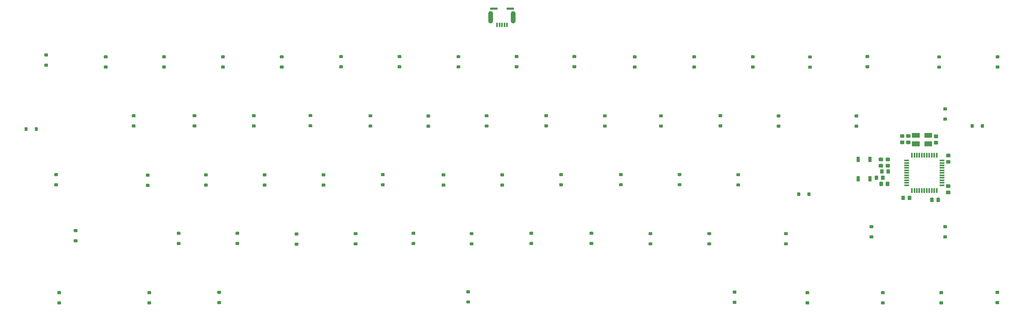
<source format=gbr>
G04 #@! TF.GenerationSoftware,KiCad,Pcbnew,(5.0.2)-1*
G04 #@! TF.CreationDate,2019-10-15T21:32:32+05:30*
G04 #@! TF.ProjectId,keyboard,6b657962-6f61-4726-942e-6b696361645f,rev?*
G04 #@! TF.SameCoordinates,Original*
G04 #@! TF.FileFunction,Paste,Bot*
G04 #@! TF.FilePolarity,Positive*
%FSLAX46Y46*%
G04 Gerber Fmt 4.6, Leading zero omitted, Abs format (unit mm)*
G04 Created by KiCad (PCBNEW (5.0.2)-1) date 10/15/2019 9:32:32 PM*
%MOMM*%
%LPD*%
G01*
G04 APERTURE LIST*
%ADD10C,0.100000*%
%ADD11C,1.150000*%
%ADD12R,1.000000X1.700000*%
%ADD13R,1.500000X0.550000*%
%ADD14R,0.550000X1.500000*%
%ADD15C,1.000000*%
%ADD16R,2.350000X0.800000*%
%ADD17R,0.500000X1.400000*%
%ADD18O,1.500000X4.000000*%
%ADD19C,1.600000*%
G04 APERTURE END LIST*
D10*
G04 #@! TO.C,C1*
G36*
X356204505Y-73691204D02*
X356228773Y-73694804D01*
X356252572Y-73700765D01*
X356275671Y-73709030D01*
X356297850Y-73719520D01*
X356318893Y-73732132D01*
X356338599Y-73746747D01*
X356356777Y-73763223D01*
X356373253Y-73781401D01*
X356387868Y-73801107D01*
X356400480Y-73822150D01*
X356410970Y-73844329D01*
X356419235Y-73867428D01*
X356425196Y-73891227D01*
X356428796Y-73915495D01*
X356430000Y-73939999D01*
X356430000Y-74590001D01*
X356428796Y-74614505D01*
X356425196Y-74638773D01*
X356419235Y-74662572D01*
X356410970Y-74685671D01*
X356400480Y-74707850D01*
X356387868Y-74728893D01*
X356373253Y-74748599D01*
X356356777Y-74766777D01*
X356338599Y-74783253D01*
X356318893Y-74797868D01*
X356297850Y-74810480D01*
X356275671Y-74820970D01*
X356252572Y-74829235D01*
X356228773Y-74835196D01*
X356204505Y-74838796D01*
X356180001Y-74840000D01*
X355279999Y-74840000D01*
X355255495Y-74838796D01*
X355231227Y-74835196D01*
X355207428Y-74829235D01*
X355184329Y-74820970D01*
X355162150Y-74810480D01*
X355141107Y-74797868D01*
X355121401Y-74783253D01*
X355103223Y-74766777D01*
X355086747Y-74748599D01*
X355072132Y-74728893D01*
X355059520Y-74707850D01*
X355049030Y-74685671D01*
X355040765Y-74662572D01*
X355034804Y-74638773D01*
X355031204Y-74614505D01*
X355030000Y-74590001D01*
X355030000Y-73939999D01*
X355031204Y-73915495D01*
X355034804Y-73891227D01*
X355040765Y-73867428D01*
X355049030Y-73844329D01*
X355059520Y-73822150D01*
X355072132Y-73801107D01*
X355086747Y-73781401D01*
X355103223Y-73763223D01*
X355121401Y-73746747D01*
X355141107Y-73732132D01*
X355162150Y-73719520D01*
X355184329Y-73709030D01*
X355207428Y-73700765D01*
X355231227Y-73694804D01*
X355255495Y-73691204D01*
X355279999Y-73690000D01*
X356180001Y-73690000D01*
X356204505Y-73691204D01*
X356204505Y-73691204D01*
G37*
D11*
X355730000Y-74265000D03*
D10*
G36*
X356204505Y-75741204D02*
X356228773Y-75744804D01*
X356252572Y-75750765D01*
X356275671Y-75759030D01*
X356297850Y-75769520D01*
X356318893Y-75782132D01*
X356338599Y-75796747D01*
X356356777Y-75813223D01*
X356373253Y-75831401D01*
X356387868Y-75851107D01*
X356400480Y-75872150D01*
X356410970Y-75894329D01*
X356419235Y-75917428D01*
X356425196Y-75941227D01*
X356428796Y-75965495D01*
X356430000Y-75989999D01*
X356430000Y-76640001D01*
X356428796Y-76664505D01*
X356425196Y-76688773D01*
X356419235Y-76712572D01*
X356410970Y-76735671D01*
X356400480Y-76757850D01*
X356387868Y-76778893D01*
X356373253Y-76798599D01*
X356356777Y-76816777D01*
X356338599Y-76833253D01*
X356318893Y-76847868D01*
X356297850Y-76860480D01*
X356275671Y-76870970D01*
X356252572Y-76879235D01*
X356228773Y-76885196D01*
X356204505Y-76888796D01*
X356180001Y-76890000D01*
X355279999Y-76890000D01*
X355255495Y-76888796D01*
X355231227Y-76885196D01*
X355207428Y-76879235D01*
X355184329Y-76870970D01*
X355162150Y-76860480D01*
X355141107Y-76847868D01*
X355121401Y-76833253D01*
X355103223Y-76816777D01*
X355086747Y-76798599D01*
X355072132Y-76778893D01*
X355059520Y-76757850D01*
X355049030Y-76735671D01*
X355040765Y-76712572D01*
X355034804Y-76688773D01*
X355031204Y-76664505D01*
X355030000Y-76640001D01*
X355030000Y-75989999D01*
X355031204Y-75965495D01*
X355034804Y-75941227D01*
X355040765Y-75917428D01*
X355049030Y-75894329D01*
X355059520Y-75872150D01*
X355072132Y-75851107D01*
X355086747Y-75831401D01*
X355103223Y-75813223D01*
X355121401Y-75796747D01*
X355141107Y-75782132D01*
X355162150Y-75769520D01*
X355184329Y-75759030D01*
X355207428Y-75750765D01*
X355231227Y-75744804D01*
X355255495Y-75741204D01*
X355279999Y-75740000D01*
X356180001Y-75740000D01*
X356204505Y-75741204D01*
X356204505Y-75741204D01*
G37*
D11*
X355730000Y-76315000D03*
G04 #@! TD*
D10*
G04 #@! TO.C,C2*
G36*
X365144505Y-75861204D02*
X365168773Y-75864804D01*
X365192572Y-75870765D01*
X365215671Y-75879030D01*
X365237850Y-75889520D01*
X365258893Y-75902132D01*
X365278599Y-75916747D01*
X365296777Y-75933223D01*
X365313253Y-75951401D01*
X365327868Y-75971107D01*
X365340480Y-75992150D01*
X365350970Y-76014329D01*
X365359235Y-76037428D01*
X365365196Y-76061227D01*
X365368796Y-76085495D01*
X365370000Y-76109999D01*
X365370000Y-76760001D01*
X365368796Y-76784505D01*
X365365196Y-76808773D01*
X365359235Y-76832572D01*
X365350970Y-76855671D01*
X365340480Y-76877850D01*
X365327868Y-76898893D01*
X365313253Y-76918599D01*
X365296777Y-76936777D01*
X365278599Y-76953253D01*
X365258893Y-76967868D01*
X365237850Y-76980480D01*
X365215671Y-76990970D01*
X365192572Y-76999235D01*
X365168773Y-77005196D01*
X365144505Y-77008796D01*
X365120001Y-77010000D01*
X364219999Y-77010000D01*
X364195495Y-77008796D01*
X364171227Y-77005196D01*
X364147428Y-76999235D01*
X364124329Y-76990970D01*
X364102150Y-76980480D01*
X364081107Y-76967868D01*
X364061401Y-76953253D01*
X364043223Y-76936777D01*
X364026747Y-76918599D01*
X364012132Y-76898893D01*
X363999520Y-76877850D01*
X363989030Y-76855671D01*
X363980765Y-76832572D01*
X363974804Y-76808773D01*
X363971204Y-76784505D01*
X363970000Y-76760001D01*
X363970000Y-76109999D01*
X363971204Y-76085495D01*
X363974804Y-76061227D01*
X363980765Y-76037428D01*
X363989030Y-76014329D01*
X363999520Y-75992150D01*
X364012132Y-75971107D01*
X364026747Y-75951401D01*
X364043223Y-75933223D01*
X364061401Y-75916747D01*
X364081107Y-75902132D01*
X364102150Y-75889520D01*
X364124329Y-75879030D01*
X364147428Y-75870765D01*
X364171227Y-75864804D01*
X364195495Y-75861204D01*
X364219999Y-75860000D01*
X365120001Y-75860000D01*
X365144505Y-75861204D01*
X365144505Y-75861204D01*
G37*
D11*
X364670000Y-76435000D03*
D10*
G36*
X365144505Y-73811204D02*
X365168773Y-73814804D01*
X365192572Y-73820765D01*
X365215671Y-73829030D01*
X365237850Y-73839520D01*
X365258893Y-73852132D01*
X365278599Y-73866747D01*
X365296777Y-73883223D01*
X365313253Y-73901401D01*
X365327868Y-73921107D01*
X365340480Y-73942150D01*
X365350970Y-73964329D01*
X365359235Y-73987428D01*
X365365196Y-74011227D01*
X365368796Y-74035495D01*
X365370000Y-74059999D01*
X365370000Y-74710001D01*
X365368796Y-74734505D01*
X365365196Y-74758773D01*
X365359235Y-74782572D01*
X365350970Y-74805671D01*
X365340480Y-74827850D01*
X365327868Y-74848893D01*
X365313253Y-74868599D01*
X365296777Y-74886777D01*
X365278599Y-74903253D01*
X365258893Y-74917868D01*
X365237850Y-74930480D01*
X365215671Y-74940970D01*
X365192572Y-74949235D01*
X365168773Y-74955196D01*
X365144505Y-74958796D01*
X365120001Y-74960000D01*
X364219999Y-74960000D01*
X364195495Y-74958796D01*
X364171227Y-74955196D01*
X364147428Y-74949235D01*
X364124329Y-74940970D01*
X364102150Y-74930480D01*
X364081107Y-74917868D01*
X364061401Y-74903253D01*
X364043223Y-74886777D01*
X364026747Y-74868599D01*
X364012132Y-74848893D01*
X363999520Y-74827850D01*
X363989030Y-74805671D01*
X363980765Y-74782572D01*
X363974804Y-74758773D01*
X363971204Y-74734505D01*
X363970000Y-74710001D01*
X363970000Y-74059999D01*
X363971204Y-74035495D01*
X363974804Y-74011227D01*
X363980765Y-73987428D01*
X363989030Y-73964329D01*
X363999520Y-73942150D01*
X364012132Y-73921107D01*
X364026747Y-73901401D01*
X364043223Y-73883223D01*
X364061401Y-73866747D01*
X364081107Y-73852132D01*
X364102150Y-73839520D01*
X364124329Y-73829030D01*
X364147428Y-73820765D01*
X364171227Y-73814804D01*
X364195495Y-73811204D01*
X364219999Y-73810000D01*
X365120001Y-73810000D01*
X365144505Y-73811204D01*
X365144505Y-73811204D01*
G37*
D11*
X364670000Y-74385000D03*
G04 #@! TD*
D10*
G04 #@! TO.C,R1*
G36*
X347354505Y-81271204D02*
X347378773Y-81274804D01*
X347402572Y-81280765D01*
X347425671Y-81289030D01*
X347447850Y-81299520D01*
X347468893Y-81312132D01*
X347488599Y-81326747D01*
X347506777Y-81343223D01*
X347523253Y-81361401D01*
X347537868Y-81381107D01*
X347550480Y-81402150D01*
X347560970Y-81424329D01*
X347569235Y-81447428D01*
X347575196Y-81471227D01*
X347578796Y-81495495D01*
X347580000Y-81519999D01*
X347580000Y-82170001D01*
X347578796Y-82194505D01*
X347575196Y-82218773D01*
X347569235Y-82242572D01*
X347560970Y-82265671D01*
X347550480Y-82287850D01*
X347537868Y-82308893D01*
X347523253Y-82328599D01*
X347506777Y-82346777D01*
X347488599Y-82363253D01*
X347468893Y-82377868D01*
X347447850Y-82390480D01*
X347425671Y-82400970D01*
X347402572Y-82409235D01*
X347378773Y-82415196D01*
X347354505Y-82418796D01*
X347330001Y-82420000D01*
X346429999Y-82420000D01*
X346405495Y-82418796D01*
X346381227Y-82415196D01*
X346357428Y-82409235D01*
X346334329Y-82400970D01*
X346312150Y-82390480D01*
X346291107Y-82377868D01*
X346271401Y-82363253D01*
X346253223Y-82346777D01*
X346236747Y-82328599D01*
X346222132Y-82308893D01*
X346209520Y-82287850D01*
X346199030Y-82265671D01*
X346190765Y-82242572D01*
X346184804Y-82218773D01*
X346181204Y-82194505D01*
X346180000Y-82170001D01*
X346180000Y-81519999D01*
X346181204Y-81495495D01*
X346184804Y-81471227D01*
X346190765Y-81447428D01*
X346199030Y-81424329D01*
X346209520Y-81402150D01*
X346222132Y-81381107D01*
X346236747Y-81361401D01*
X346253223Y-81343223D01*
X346271401Y-81326747D01*
X346291107Y-81312132D01*
X346312150Y-81299520D01*
X346334329Y-81289030D01*
X346357428Y-81280765D01*
X346381227Y-81274804D01*
X346405495Y-81271204D01*
X346429999Y-81270000D01*
X347330001Y-81270000D01*
X347354505Y-81271204D01*
X347354505Y-81271204D01*
G37*
D11*
X346880000Y-81845000D03*
D10*
G36*
X347354505Y-83321204D02*
X347378773Y-83324804D01*
X347402572Y-83330765D01*
X347425671Y-83339030D01*
X347447850Y-83349520D01*
X347468893Y-83362132D01*
X347488599Y-83376747D01*
X347506777Y-83393223D01*
X347523253Y-83411401D01*
X347537868Y-83431107D01*
X347550480Y-83452150D01*
X347560970Y-83474329D01*
X347569235Y-83497428D01*
X347575196Y-83521227D01*
X347578796Y-83545495D01*
X347580000Y-83569999D01*
X347580000Y-84220001D01*
X347578796Y-84244505D01*
X347575196Y-84268773D01*
X347569235Y-84292572D01*
X347560970Y-84315671D01*
X347550480Y-84337850D01*
X347537868Y-84358893D01*
X347523253Y-84378599D01*
X347506777Y-84396777D01*
X347488599Y-84413253D01*
X347468893Y-84427868D01*
X347447850Y-84440480D01*
X347425671Y-84450970D01*
X347402572Y-84459235D01*
X347378773Y-84465196D01*
X347354505Y-84468796D01*
X347330001Y-84470000D01*
X346429999Y-84470000D01*
X346405495Y-84468796D01*
X346381227Y-84465196D01*
X346357428Y-84459235D01*
X346334329Y-84450970D01*
X346312150Y-84440480D01*
X346291107Y-84427868D01*
X346271401Y-84413253D01*
X346253223Y-84396777D01*
X346236747Y-84378599D01*
X346222132Y-84358893D01*
X346209520Y-84337850D01*
X346199030Y-84315671D01*
X346190765Y-84292572D01*
X346184804Y-84268773D01*
X346181204Y-84244505D01*
X346180000Y-84220001D01*
X346180000Y-83569999D01*
X346181204Y-83545495D01*
X346184804Y-83521227D01*
X346190765Y-83497428D01*
X346199030Y-83474329D01*
X346209520Y-83452150D01*
X346222132Y-83431107D01*
X346236747Y-83411401D01*
X346253223Y-83393223D01*
X346271401Y-83376747D01*
X346291107Y-83362132D01*
X346312150Y-83349520D01*
X346334329Y-83339030D01*
X346357428Y-83330765D01*
X346381227Y-83324804D01*
X346405495Y-83321204D01*
X346429999Y-83320000D01*
X347330001Y-83320000D01*
X347354505Y-83321204D01*
X347354505Y-83321204D01*
G37*
D11*
X346880000Y-83895000D03*
G04 #@! TD*
D12*
G04 #@! TO.C,RESET1*
X339560000Y-81830000D03*
X339560000Y-88130000D03*
X343360000Y-81830000D03*
X343360000Y-88130000D03*
G04 #@! TD*
D10*
G04 #@! TO.C,R2*
G36*
X369094505Y-91961204D02*
X369118773Y-91964804D01*
X369142572Y-91970765D01*
X369165671Y-91979030D01*
X369187850Y-91989520D01*
X369208893Y-92002132D01*
X369228599Y-92016747D01*
X369246777Y-92033223D01*
X369263253Y-92051401D01*
X369277868Y-92071107D01*
X369290480Y-92092150D01*
X369300970Y-92114329D01*
X369309235Y-92137428D01*
X369315196Y-92161227D01*
X369318796Y-92185495D01*
X369320000Y-92209999D01*
X369320000Y-92860001D01*
X369318796Y-92884505D01*
X369315196Y-92908773D01*
X369309235Y-92932572D01*
X369300970Y-92955671D01*
X369290480Y-92977850D01*
X369277868Y-92998893D01*
X369263253Y-93018599D01*
X369246777Y-93036777D01*
X369228599Y-93053253D01*
X369208893Y-93067868D01*
X369187850Y-93080480D01*
X369165671Y-93090970D01*
X369142572Y-93099235D01*
X369118773Y-93105196D01*
X369094505Y-93108796D01*
X369070001Y-93110000D01*
X368169999Y-93110000D01*
X368145495Y-93108796D01*
X368121227Y-93105196D01*
X368097428Y-93099235D01*
X368074329Y-93090970D01*
X368052150Y-93080480D01*
X368031107Y-93067868D01*
X368011401Y-93053253D01*
X367993223Y-93036777D01*
X367976747Y-93018599D01*
X367962132Y-92998893D01*
X367949520Y-92977850D01*
X367939030Y-92955671D01*
X367930765Y-92932572D01*
X367924804Y-92908773D01*
X367921204Y-92884505D01*
X367920000Y-92860001D01*
X367920000Y-92209999D01*
X367921204Y-92185495D01*
X367924804Y-92161227D01*
X367930765Y-92137428D01*
X367939030Y-92114329D01*
X367949520Y-92092150D01*
X367962132Y-92071107D01*
X367976747Y-92051401D01*
X367993223Y-92033223D01*
X368011401Y-92016747D01*
X368031107Y-92002132D01*
X368052150Y-91989520D01*
X368074329Y-91979030D01*
X368097428Y-91970765D01*
X368121227Y-91964804D01*
X368145495Y-91961204D01*
X368169999Y-91960000D01*
X369070001Y-91960000D01*
X369094505Y-91961204D01*
X369094505Y-91961204D01*
G37*
D11*
X368620000Y-92535000D03*
D10*
G36*
X369094505Y-89911204D02*
X369118773Y-89914804D01*
X369142572Y-89920765D01*
X369165671Y-89929030D01*
X369187850Y-89939520D01*
X369208893Y-89952132D01*
X369228599Y-89966747D01*
X369246777Y-89983223D01*
X369263253Y-90001401D01*
X369277868Y-90021107D01*
X369290480Y-90042150D01*
X369300970Y-90064329D01*
X369309235Y-90087428D01*
X369315196Y-90111227D01*
X369318796Y-90135495D01*
X369320000Y-90159999D01*
X369320000Y-90810001D01*
X369318796Y-90834505D01*
X369315196Y-90858773D01*
X369309235Y-90882572D01*
X369300970Y-90905671D01*
X369290480Y-90927850D01*
X369277868Y-90948893D01*
X369263253Y-90968599D01*
X369246777Y-90986777D01*
X369228599Y-91003253D01*
X369208893Y-91017868D01*
X369187850Y-91030480D01*
X369165671Y-91040970D01*
X369142572Y-91049235D01*
X369118773Y-91055196D01*
X369094505Y-91058796D01*
X369070001Y-91060000D01*
X368169999Y-91060000D01*
X368145495Y-91058796D01*
X368121227Y-91055196D01*
X368097428Y-91049235D01*
X368074329Y-91040970D01*
X368052150Y-91030480D01*
X368031107Y-91017868D01*
X368011401Y-91003253D01*
X367993223Y-90986777D01*
X367976747Y-90968599D01*
X367962132Y-90948893D01*
X367949520Y-90927850D01*
X367939030Y-90905671D01*
X367930765Y-90882572D01*
X367924804Y-90858773D01*
X367921204Y-90834505D01*
X367920000Y-90810001D01*
X367920000Y-90159999D01*
X367921204Y-90135495D01*
X367924804Y-90111227D01*
X367930765Y-90087428D01*
X367939030Y-90064329D01*
X367949520Y-90042150D01*
X367962132Y-90021107D01*
X367976747Y-90001401D01*
X367993223Y-89983223D01*
X368011401Y-89966747D01*
X368031107Y-89952132D01*
X368052150Y-89939520D01*
X368074329Y-89929030D01*
X368097428Y-89920765D01*
X368121227Y-89914804D01*
X368145495Y-89911204D01*
X368169999Y-89910000D01*
X369070001Y-89910000D01*
X369094505Y-89911204D01*
X369094505Y-89911204D01*
G37*
D11*
X368620000Y-90485000D03*
G04 #@! TD*
D10*
G04 #@! TO.C,R3*
G36*
X349374505Y-89061204D02*
X349398773Y-89064804D01*
X349422572Y-89070765D01*
X349445671Y-89079030D01*
X349467850Y-89089520D01*
X349488893Y-89102132D01*
X349508599Y-89116747D01*
X349526777Y-89133223D01*
X349543253Y-89151401D01*
X349557868Y-89171107D01*
X349570480Y-89192150D01*
X349580970Y-89214329D01*
X349589235Y-89237428D01*
X349595196Y-89261227D01*
X349598796Y-89285495D01*
X349600000Y-89309999D01*
X349600000Y-90210001D01*
X349598796Y-90234505D01*
X349595196Y-90258773D01*
X349589235Y-90282572D01*
X349580970Y-90305671D01*
X349570480Y-90327850D01*
X349557868Y-90348893D01*
X349543253Y-90368599D01*
X349526777Y-90386777D01*
X349508599Y-90403253D01*
X349488893Y-90417868D01*
X349467850Y-90430480D01*
X349445671Y-90440970D01*
X349422572Y-90449235D01*
X349398773Y-90455196D01*
X349374505Y-90458796D01*
X349350001Y-90460000D01*
X348699999Y-90460000D01*
X348675495Y-90458796D01*
X348651227Y-90455196D01*
X348627428Y-90449235D01*
X348604329Y-90440970D01*
X348582150Y-90430480D01*
X348561107Y-90417868D01*
X348541401Y-90403253D01*
X348523223Y-90386777D01*
X348506747Y-90368599D01*
X348492132Y-90348893D01*
X348479520Y-90327850D01*
X348469030Y-90305671D01*
X348460765Y-90282572D01*
X348454804Y-90258773D01*
X348451204Y-90234505D01*
X348450000Y-90210001D01*
X348450000Y-89309999D01*
X348451204Y-89285495D01*
X348454804Y-89261227D01*
X348460765Y-89237428D01*
X348469030Y-89214329D01*
X348479520Y-89192150D01*
X348492132Y-89171107D01*
X348506747Y-89151401D01*
X348523223Y-89133223D01*
X348541401Y-89116747D01*
X348561107Y-89102132D01*
X348582150Y-89089520D01*
X348604329Y-89079030D01*
X348627428Y-89070765D01*
X348651227Y-89064804D01*
X348675495Y-89061204D01*
X348699999Y-89060000D01*
X349350001Y-89060000D01*
X349374505Y-89061204D01*
X349374505Y-89061204D01*
G37*
D11*
X349025000Y-89760000D03*
D10*
G36*
X347324505Y-89061204D02*
X347348773Y-89064804D01*
X347372572Y-89070765D01*
X347395671Y-89079030D01*
X347417850Y-89089520D01*
X347438893Y-89102132D01*
X347458599Y-89116747D01*
X347476777Y-89133223D01*
X347493253Y-89151401D01*
X347507868Y-89171107D01*
X347520480Y-89192150D01*
X347530970Y-89214329D01*
X347539235Y-89237428D01*
X347545196Y-89261227D01*
X347548796Y-89285495D01*
X347550000Y-89309999D01*
X347550000Y-90210001D01*
X347548796Y-90234505D01*
X347545196Y-90258773D01*
X347539235Y-90282572D01*
X347530970Y-90305671D01*
X347520480Y-90327850D01*
X347507868Y-90348893D01*
X347493253Y-90368599D01*
X347476777Y-90386777D01*
X347458599Y-90403253D01*
X347438893Y-90417868D01*
X347417850Y-90430480D01*
X347395671Y-90440970D01*
X347372572Y-90449235D01*
X347348773Y-90455196D01*
X347324505Y-90458796D01*
X347300001Y-90460000D01*
X346649999Y-90460000D01*
X346625495Y-90458796D01*
X346601227Y-90455196D01*
X346577428Y-90449235D01*
X346554329Y-90440970D01*
X346532150Y-90430480D01*
X346511107Y-90417868D01*
X346491401Y-90403253D01*
X346473223Y-90386777D01*
X346456747Y-90368599D01*
X346442132Y-90348893D01*
X346429520Y-90327850D01*
X346419030Y-90305671D01*
X346410765Y-90282572D01*
X346404804Y-90258773D01*
X346401204Y-90234505D01*
X346400000Y-90210001D01*
X346400000Y-89309999D01*
X346401204Y-89285495D01*
X346404804Y-89261227D01*
X346410765Y-89237428D01*
X346419030Y-89214329D01*
X346429520Y-89192150D01*
X346442132Y-89171107D01*
X346456747Y-89151401D01*
X346473223Y-89133223D01*
X346491401Y-89116747D01*
X346511107Y-89102132D01*
X346532150Y-89089520D01*
X346554329Y-89079030D01*
X346577428Y-89070765D01*
X346601227Y-89064804D01*
X346625495Y-89061204D01*
X346649999Y-89060000D01*
X347300001Y-89060000D01*
X347324505Y-89061204D01*
X347324505Y-89061204D01*
G37*
D11*
X346975000Y-89760000D03*
G04 #@! TD*
D10*
G04 #@! TO.C,R4*
G36*
X347834505Y-87081204D02*
X347858773Y-87084804D01*
X347882572Y-87090765D01*
X347905671Y-87099030D01*
X347927850Y-87109520D01*
X347948893Y-87122132D01*
X347968599Y-87136747D01*
X347986777Y-87153223D01*
X348003253Y-87171401D01*
X348017868Y-87191107D01*
X348030480Y-87212150D01*
X348040970Y-87234329D01*
X348049235Y-87257428D01*
X348055196Y-87281227D01*
X348058796Y-87305495D01*
X348060000Y-87329999D01*
X348060000Y-88230001D01*
X348058796Y-88254505D01*
X348055196Y-88278773D01*
X348049235Y-88302572D01*
X348040970Y-88325671D01*
X348030480Y-88347850D01*
X348017868Y-88368893D01*
X348003253Y-88388599D01*
X347986777Y-88406777D01*
X347968599Y-88423253D01*
X347948893Y-88437868D01*
X347927850Y-88450480D01*
X347905671Y-88460970D01*
X347882572Y-88469235D01*
X347858773Y-88475196D01*
X347834505Y-88478796D01*
X347810001Y-88480000D01*
X347159999Y-88480000D01*
X347135495Y-88478796D01*
X347111227Y-88475196D01*
X347087428Y-88469235D01*
X347064329Y-88460970D01*
X347042150Y-88450480D01*
X347021107Y-88437868D01*
X347001401Y-88423253D01*
X346983223Y-88406777D01*
X346966747Y-88388599D01*
X346952132Y-88368893D01*
X346939520Y-88347850D01*
X346929030Y-88325671D01*
X346920765Y-88302572D01*
X346914804Y-88278773D01*
X346911204Y-88254505D01*
X346910000Y-88230001D01*
X346910000Y-87329999D01*
X346911204Y-87305495D01*
X346914804Y-87281227D01*
X346920765Y-87257428D01*
X346929030Y-87234329D01*
X346939520Y-87212150D01*
X346952132Y-87191107D01*
X346966747Y-87171401D01*
X346983223Y-87153223D01*
X347001401Y-87136747D01*
X347021107Y-87122132D01*
X347042150Y-87109520D01*
X347064329Y-87099030D01*
X347087428Y-87090765D01*
X347111227Y-87084804D01*
X347135495Y-87081204D01*
X347159999Y-87080000D01*
X347810001Y-87080000D01*
X347834505Y-87081204D01*
X347834505Y-87081204D01*
G37*
D11*
X347485000Y-87780000D03*
D10*
G36*
X345784505Y-87081204D02*
X345808773Y-87084804D01*
X345832572Y-87090765D01*
X345855671Y-87099030D01*
X345877850Y-87109520D01*
X345898893Y-87122132D01*
X345918599Y-87136747D01*
X345936777Y-87153223D01*
X345953253Y-87171401D01*
X345967868Y-87191107D01*
X345980480Y-87212150D01*
X345990970Y-87234329D01*
X345999235Y-87257428D01*
X346005196Y-87281227D01*
X346008796Y-87305495D01*
X346010000Y-87329999D01*
X346010000Y-88230001D01*
X346008796Y-88254505D01*
X346005196Y-88278773D01*
X345999235Y-88302572D01*
X345990970Y-88325671D01*
X345980480Y-88347850D01*
X345967868Y-88368893D01*
X345953253Y-88388599D01*
X345936777Y-88406777D01*
X345918599Y-88423253D01*
X345898893Y-88437868D01*
X345877850Y-88450480D01*
X345855671Y-88460970D01*
X345832572Y-88469235D01*
X345808773Y-88475196D01*
X345784505Y-88478796D01*
X345760001Y-88480000D01*
X345109999Y-88480000D01*
X345085495Y-88478796D01*
X345061227Y-88475196D01*
X345037428Y-88469235D01*
X345014329Y-88460970D01*
X344992150Y-88450480D01*
X344971107Y-88437868D01*
X344951401Y-88423253D01*
X344933223Y-88406777D01*
X344916747Y-88388599D01*
X344902132Y-88368893D01*
X344889520Y-88347850D01*
X344879030Y-88325671D01*
X344870765Y-88302572D01*
X344864804Y-88278773D01*
X344861204Y-88254505D01*
X344860000Y-88230001D01*
X344860000Y-87329999D01*
X344861204Y-87305495D01*
X344864804Y-87281227D01*
X344870765Y-87257428D01*
X344879030Y-87234329D01*
X344889520Y-87212150D01*
X344902132Y-87191107D01*
X344916747Y-87171401D01*
X344933223Y-87153223D01*
X344951401Y-87136747D01*
X344971107Y-87122132D01*
X344992150Y-87109520D01*
X345014329Y-87099030D01*
X345037428Y-87090765D01*
X345061227Y-87084804D01*
X345085495Y-87081204D01*
X345109999Y-87080000D01*
X345760001Y-87080000D01*
X345784505Y-87081204D01*
X345784505Y-87081204D01*
G37*
D11*
X345435000Y-87780000D03*
G04 #@! TD*
D10*
G04 #@! TO.C,C3*
G36*
X349574505Y-83321204D02*
X349598773Y-83324804D01*
X349622572Y-83330765D01*
X349645671Y-83339030D01*
X349667850Y-83349520D01*
X349688893Y-83362132D01*
X349708599Y-83376747D01*
X349726777Y-83393223D01*
X349743253Y-83411401D01*
X349757868Y-83431107D01*
X349770480Y-83452150D01*
X349780970Y-83474329D01*
X349789235Y-83497428D01*
X349795196Y-83521227D01*
X349798796Y-83545495D01*
X349800000Y-83569999D01*
X349800000Y-84220001D01*
X349798796Y-84244505D01*
X349795196Y-84268773D01*
X349789235Y-84292572D01*
X349780970Y-84315671D01*
X349770480Y-84337850D01*
X349757868Y-84358893D01*
X349743253Y-84378599D01*
X349726777Y-84396777D01*
X349708599Y-84413253D01*
X349688893Y-84427868D01*
X349667850Y-84440480D01*
X349645671Y-84450970D01*
X349622572Y-84459235D01*
X349598773Y-84465196D01*
X349574505Y-84468796D01*
X349550001Y-84470000D01*
X348649999Y-84470000D01*
X348625495Y-84468796D01*
X348601227Y-84465196D01*
X348577428Y-84459235D01*
X348554329Y-84450970D01*
X348532150Y-84440480D01*
X348511107Y-84427868D01*
X348491401Y-84413253D01*
X348473223Y-84396777D01*
X348456747Y-84378599D01*
X348442132Y-84358893D01*
X348429520Y-84337850D01*
X348419030Y-84315671D01*
X348410765Y-84292572D01*
X348404804Y-84268773D01*
X348401204Y-84244505D01*
X348400000Y-84220001D01*
X348400000Y-83569999D01*
X348401204Y-83545495D01*
X348404804Y-83521227D01*
X348410765Y-83497428D01*
X348419030Y-83474329D01*
X348429520Y-83452150D01*
X348442132Y-83431107D01*
X348456747Y-83411401D01*
X348473223Y-83393223D01*
X348491401Y-83376747D01*
X348511107Y-83362132D01*
X348532150Y-83349520D01*
X348554329Y-83339030D01*
X348577428Y-83330765D01*
X348601227Y-83324804D01*
X348625495Y-83321204D01*
X348649999Y-83320000D01*
X349550001Y-83320000D01*
X349574505Y-83321204D01*
X349574505Y-83321204D01*
G37*
D11*
X349100000Y-83895000D03*
D10*
G36*
X349574505Y-81271204D02*
X349598773Y-81274804D01*
X349622572Y-81280765D01*
X349645671Y-81289030D01*
X349667850Y-81299520D01*
X349688893Y-81312132D01*
X349708599Y-81326747D01*
X349726777Y-81343223D01*
X349743253Y-81361401D01*
X349757868Y-81381107D01*
X349770480Y-81402150D01*
X349780970Y-81424329D01*
X349789235Y-81447428D01*
X349795196Y-81471227D01*
X349798796Y-81495495D01*
X349800000Y-81519999D01*
X349800000Y-82170001D01*
X349798796Y-82194505D01*
X349795196Y-82218773D01*
X349789235Y-82242572D01*
X349780970Y-82265671D01*
X349770480Y-82287850D01*
X349757868Y-82308893D01*
X349743253Y-82328599D01*
X349726777Y-82346777D01*
X349708599Y-82363253D01*
X349688893Y-82377868D01*
X349667850Y-82390480D01*
X349645671Y-82400970D01*
X349622572Y-82409235D01*
X349598773Y-82415196D01*
X349574505Y-82418796D01*
X349550001Y-82420000D01*
X348649999Y-82420000D01*
X348625495Y-82418796D01*
X348601227Y-82415196D01*
X348577428Y-82409235D01*
X348554329Y-82400970D01*
X348532150Y-82390480D01*
X348511107Y-82377868D01*
X348491401Y-82363253D01*
X348473223Y-82346777D01*
X348456747Y-82328599D01*
X348442132Y-82308893D01*
X348429520Y-82287850D01*
X348419030Y-82265671D01*
X348410765Y-82242572D01*
X348404804Y-82218773D01*
X348401204Y-82194505D01*
X348400000Y-82170001D01*
X348400000Y-81519999D01*
X348401204Y-81495495D01*
X348404804Y-81471227D01*
X348410765Y-81447428D01*
X348419030Y-81424329D01*
X348429520Y-81402150D01*
X348442132Y-81381107D01*
X348456747Y-81361401D01*
X348473223Y-81343223D01*
X348491401Y-81326747D01*
X348511107Y-81312132D01*
X348532150Y-81299520D01*
X348554329Y-81289030D01*
X348577428Y-81280765D01*
X348601227Y-81274804D01*
X348625495Y-81271204D01*
X348649999Y-81270000D01*
X349550001Y-81270000D01*
X349574505Y-81271204D01*
X349574505Y-81271204D01*
G37*
D11*
X349100000Y-81845000D03*
G04 #@! TD*
D13*
G04 #@! TO.C,U1*
X355200000Y-90190000D03*
X355200000Y-89390000D03*
X355200000Y-88590000D03*
X355200000Y-87790000D03*
X355200000Y-86990000D03*
X355200000Y-86190000D03*
X355200000Y-85390000D03*
X355200000Y-84590000D03*
X355200000Y-83790000D03*
X355200000Y-82990000D03*
X355200000Y-82190000D03*
D14*
X356900000Y-80490000D03*
X357700000Y-80490000D03*
X358500000Y-80490000D03*
X359300000Y-80490000D03*
X360100000Y-80490000D03*
X360900000Y-80490000D03*
X361700000Y-80490000D03*
X362500000Y-80490000D03*
X363300000Y-80490000D03*
X364100000Y-80490000D03*
X364900000Y-80490000D03*
D13*
X366600000Y-82190000D03*
X366600000Y-82990000D03*
X366600000Y-83790000D03*
X366600000Y-84590000D03*
X366600000Y-85390000D03*
X366600000Y-86190000D03*
X366600000Y-86990000D03*
X366600000Y-87790000D03*
X366600000Y-88590000D03*
X366600000Y-89390000D03*
X366600000Y-90190000D03*
D14*
X364900000Y-91890000D03*
X364100000Y-91890000D03*
X363300000Y-91890000D03*
X362500000Y-91890000D03*
X361700000Y-91890000D03*
X360900000Y-91890000D03*
X360100000Y-91890000D03*
X359300000Y-91890000D03*
X358500000Y-91890000D03*
X357700000Y-91890000D03*
X356900000Y-91890000D03*
G04 #@! TD*
D10*
G04 #@! TO.C,C4*
G36*
X369144505Y-82056204D02*
X369168773Y-82059804D01*
X369192572Y-82065765D01*
X369215671Y-82074030D01*
X369237850Y-82084520D01*
X369258893Y-82097132D01*
X369278599Y-82111747D01*
X369296777Y-82128223D01*
X369313253Y-82146401D01*
X369327868Y-82166107D01*
X369340480Y-82187150D01*
X369350970Y-82209329D01*
X369359235Y-82232428D01*
X369365196Y-82256227D01*
X369368796Y-82280495D01*
X369370000Y-82304999D01*
X369370000Y-82955001D01*
X369368796Y-82979505D01*
X369365196Y-83003773D01*
X369359235Y-83027572D01*
X369350970Y-83050671D01*
X369340480Y-83072850D01*
X369327868Y-83093893D01*
X369313253Y-83113599D01*
X369296777Y-83131777D01*
X369278599Y-83148253D01*
X369258893Y-83162868D01*
X369237850Y-83175480D01*
X369215671Y-83185970D01*
X369192572Y-83194235D01*
X369168773Y-83200196D01*
X369144505Y-83203796D01*
X369120001Y-83205000D01*
X368219999Y-83205000D01*
X368195495Y-83203796D01*
X368171227Y-83200196D01*
X368147428Y-83194235D01*
X368124329Y-83185970D01*
X368102150Y-83175480D01*
X368081107Y-83162868D01*
X368061401Y-83148253D01*
X368043223Y-83131777D01*
X368026747Y-83113599D01*
X368012132Y-83093893D01*
X367999520Y-83072850D01*
X367989030Y-83050671D01*
X367980765Y-83027572D01*
X367974804Y-83003773D01*
X367971204Y-82979505D01*
X367970000Y-82955001D01*
X367970000Y-82304999D01*
X367971204Y-82280495D01*
X367974804Y-82256227D01*
X367980765Y-82232428D01*
X367989030Y-82209329D01*
X367999520Y-82187150D01*
X368012132Y-82166107D01*
X368026747Y-82146401D01*
X368043223Y-82128223D01*
X368061401Y-82111747D01*
X368081107Y-82097132D01*
X368102150Y-82084520D01*
X368124329Y-82074030D01*
X368147428Y-82065765D01*
X368171227Y-82059804D01*
X368195495Y-82056204D01*
X368219999Y-82055000D01*
X369120001Y-82055000D01*
X369144505Y-82056204D01*
X369144505Y-82056204D01*
G37*
D11*
X368670000Y-82630000D03*
D10*
G36*
X369144505Y-80006204D02*
X369168773Y-80009804D01*
X369192572Y-80015765D01*
X369215671Y-80024030D01*
X369237850Y-80034520D01*
X369258893Y-80047132D01*
X369278599Y-80061747D01*
X369296777Y-80078223D01*
X369313253Y-80096401D01*
X369327868Y-80116107D01*
X369340480Y-80137150D01*
X369350970Y-80159329D01*
X369359235Y-80182428D01*
X369365196Y-80206227D01*
X369368796Y-80230495D01*
X369370000Y-80254999D01*
X369370000Y-80905001D01*
X369368796Y-80929505D01*
X369365196Y-80953773D01*
X369359235Y-80977572D01*
X369350970Y-81000671D01*
X369340480Y-81022850D01*
X369327868Y-81043893D01*
X369313253Y-81063599D01*
X369296777Y-81081777D01*
X369278599Y-81098253D01*
X369258893Y-81112868D01*
X369237850Y-81125480D01*
X369215671Y-81135970D01*
X369192572Y-81144235D01*
X369168773Y-81150196D01*
X369144505Y-81153796D01*
X369120001Y-81155000D01*
X368219999Y-81155000D01*
X368195495Y-81153796D01*
X368171227Y-81150196D01*
X368147428Y-81144235D01*
X368124329Y-81135970D01*
X368102150Y-81125480D01*
X368081107Y-81112868D01*
X368061401Y-81098253D01*
X368043223Y-81081777D01*
X368026747Y-81063599D01*
X368012132Y-81043893D01*
X367999520Y-81022850D01*
X367989030Y-81000671D01*
X367980765Y-80977572D01*
X367974804Y-80953773D01*
X367971204Y-80929505D01*
X367970000Y-80905001D01*
X367970000Y-80254999D01*
X367971204Y-80230495D01*
X367974804Y-80206227D01*
X367980765Y-80182428D01*
X367989030Y-80159329D01*
X367999520Y-80137150D01*
X368012132Y-80116107D01*
X368026747Y-80096401D01*
X368043223Y-80078223D01*
X368061401Y-80061747D01*
X368081107Y-80047132D01*
X368102150Y-80034520D01*
X368124329Y-80024030D01*
X368147428Y-80015765D01*
X368171227Y-80009804D01*
X368195495Y-80006204D01*
X368219999Y-80005000D01*
X369120001Y-80005000D01*
X369144505Y-80006204D01*
X369144505Y-80006204D01*
G37*
D11*
X368670000Y-80580000D03*
G04 #@! TD*
D10*
G04 #@! TO.C,C5*
G36*
X354424505Y-93601204D02*
X354448773Y-93604804D01*
X354472572Y-93610765D01*
X354495671Y-93619030D01*
X354517850Y-93629520D01*
X354538893Y-93642132D01*
X354558599Y-93656747D01*
X354576777Y-93673223D01*
X354593253Y-93691401D01*
X354607868Y-93711107D01*
X354620480Y-93732150D01*
X354630970Y-93754329D01*
X354639235Y-93777428D01*
X354645196Y-93801227D01*
X354648796Y-93825495D01*
X354650000Y-93849999D01*
X354650000Y-94750001D01*
X354648796Y-94774505D01*
X354645196Y-94798773D01*
X354639235Y-94822572D01*
X354630970Y-94845671D01*
X354620480Y-94867850D01*
X354607868Y-94888893D01*
X354593253Y-94908599D01*
X354576777Y-94926777D01*
X354558599Y-94943253D01*
X354538893Y-94957868D01*
X354517850Y-94970480D01*
X354495671Y-94980970D01*
X354472572Y-94989235D01*
X354448773Y-94995196D01*
X354424505Y-94998796D01*
X354400001Y-95000000D01*
X353749999Y-95000000D01*
X353725495Y-94998796D01*
X353701227Y-94995196D01*
X353677428Y-94989235D01*
X353654329Y-94980970D01*
X353632150Y-94970480D01*
X353611107Y-94957868D01*
X353591401Y-94943253D01*
X353573223Y-94926777D01*
X353556747Y-94908599D01*
X353542132Y-94888893D01*
X353529520Y-94867850D01*
X353519030Y-94845671D01*
X353510765Y-94822572D01*
X353504804Y-94798773D01*
X353501204Y-94774505D01*
X353500000Y-94750001D01*
X353500000Y-93849999D01*
X353501204Y-93825495D01*
X353504804Y-93801227D01*
X353510765Y-93777428D01*
X353519030Y-93754329D01*
X353529520Y-93732150D01*
X353542132Y-93711107D01*
X353556747Y-93691401D01*
X353573223Y-93673223D01*
X353591401Y-93656747D01*
X353611107Y-93642132D01*
X353632150Y-93629520D01*
X353654329Y-93619030D01*
X353677428Y-93610765D01*
X353701227Y-93604804D01*
X353725495Y-93601204D01*
X353749999Y-93600000D01*
X354400001Y-93600000D01*
X354424505Y-93601204D01*
X354424505Y-93601204D01*
G37*
D11*
X354075000Y-94300000D03*
D10*
G36*
X356474505Y-93601204D02*
X356498773Y-93604804D01*
X356522572Y-93610765D01*
X356545671Y-93619030D01*
X356567850Y-93629520D01*
X356588893Y-93642132D01*
X356608599Y-93656747D01*
X356626777Y-93673223D01*
X356643253Y-93691401D01*
X356657868Y-93711107D01*
X356670480Y-93732150D01*
X356680970Y-93754329D01*
X356689235Y-93777428D01*
X356695196Y-93801227D01*
X356698796Y-93825495D01*
X356700000Y-93849999D01*
X356700000Y-94750001D01*
X356698796Y-94774505D01*
X356695196Y-94798773D01*
X356689235Y-94822572D01*
X356680970Y-94845671D01*
X356670480Y-94867850D01*
X356657868Y-94888893D01*
X356643253Y-94908599D01*
X356626777Y-94926777D01*
X356608599Y-94943253D01*
X356588893Y-94957868D01*
X356567850Y-94970480D01*
X356545671Y-94980970D01*
X356522572Y-94989235D01*
X356498773Y-94995196D01*
X356474505Y-94998796D01*
X356450001Y-95000000D01*
X355799999Y-95000000D01*
X355775495Y-94998796D01*
X355751227Y-94995196D01*
X355727428Y-94989235D01*
X355704329Y-94980970D01*
X355682150Y-94970480D01*
X355661107Y-94957868D01*
X355641401Y-94943253D01*
X355623223Y-94926777D01*
X355606747Y-94908599D01*
X355592132Y-94888893D01*
X355579520Y-94867850D01*
X355569030Y-94845671D01*
X355560765Y-94822572D01*
X355554804Y-94798773D01*
X355551204Y-94774505D01*
X355550000Y-94750001D01*
X355550000Y-93849999D01*
X355551204Y-93825495D01*
X355554804Y-93801227D01*
X355560765Y-93777428D01*
X355569030Y-93754329D01*
X355579520Y-93732150D01*
X355592132Y-93711107D01*
X355606747Y-93691401D01*
X355623223Y-93673223D01*
X355641401Y-93656747D01*
X355661107Y-93642132D01*
X355682150Y-93629520D01*
X355704329Y-93619030D01*
X355727428Y-93610765D01*
X355751227Y-93604804D01*
X355775495Y-93601204D01*
X355799999Y-93600000D01*
X356450001Y-93600000D01*
X356474505Y-93601204D01*
X356474505Y-93601204D01*
G37*
D11*
X356125000Y-94300000D03*
G04 #@! TD*
D10*
G04 #@! TO.C,C6*
G36*
X354254505Y-75741204D02*
X354278773Y-75744804D01*
X354302572Y-75750765D01*
X354325671Y-75759030D01*
X354347850Y-75769520D01*
X354368893Y-75782132D01*
X354388599Y-75796747D01*
X354406777Y-75813223D01*
X354423253Y-75831401D01*
X354437868Y-75851107D01*
X354450480Y-75872150D01*
X354460970Y-75894329D01*
X354469235Y-75917428D01*
X354475196Y-75941227D01*
X354478796Y-75965495D01*
X354480000Y-75989999D01*
X354480000Y-76640001D01*
X354478796Y-76664505D01*
X354475196Y-76688773D01*
X354469235Y-76712572D01*
X354460970Y-76735671D01*
X354450480Y-76757850D01*
X354437868Y-76778893D01*
X354423253Y-76798599D01*
X354406777Y-76816777D01*
X354388599Y-76833253D01*
X354368893Y-76847868D01*
X354347850Y-76860480D01*
X354325671Y-76870970D01*
X354302572Y-76879235D01*
X354278773Y-76885196D01*
X354254505Y-76888796D01*
X354230001Y-76890000D01*
X353329999Y-76890000D01*
X353305495Y-76888796D01*
X353281227Y-76885196D01*
X353257428Y-76879235D01*
X353234329Y-76870970D01*
X353212150Y-76860480D01*
X353191107Y-76847868D01*
X353171401Y-76833253D01*
X353153223Y-76816777D01*
X353136747Y-76798599D01*
X353122132Y-76778893D01*
X353109520Y-76757850D01*
X353099030Y-76735671D01*
X353090765Y-76712572D01*
X353084804Y-76688773D01*
X353081204Y-76664505D01*
X353080000Y-76640001D01*
X353080000Y-75989999D01*
X353081204Y-75965495D01*
X353084804Y-75941227D01*
X353090765Y-75917428D01*
X353099030Y-75894329D01*
X353109520Y-75872150D01*
X353122132Y-75851107D01*
X353136747Y-75831401D01*
X353153223Y-75813223D01*
X353171401Y-75796747D01*
X353191107Y-75782132D01*
X353212150Y-75769520D01*
X353234329Y-75759030D01*
X353257428Y-75750765D01*
X353281227Y-75744804D01*
X353305495Y-75741204D01*
X353329999Y-75740000D01*
X354230001Y-75740000D01*
X354254505Y-75741204D01*
X354254505Y-75741204D01*
G37*
D11*
X353780000Y-76315000D03*
D10*
G36*
X354254505Y-73691204D02*
X354278773Y-73694804D01*
X354302572Y-73700765D01*
X354325671Y-73709030D01*
X354347850Y-73719520D01*
X354368893Y-73732132D01*
X354388599Y-73746747D01*
X354406777Y-73763223D01*
X354423253Y-73781401D01*
X354437868Y-73801107D01*
X354450480Y-73822150D01*
X354460970Y-73844329D01*
X354469235Y-73867428D01*
X354475196Y-73891227D01*
X354478796Y-73915495D01*
X354480000Y-73939999D01*
X354480000Y-74590001D01*
X354478796Y-74614505D01*
X354475196Y-74638773D01*
X354469235Y-74662572D01*
X354460970Y-74685671D01*
X354450480Y-74707850D01*
X354437868Y-74728893D01*
X354423253Y-74748599D01*
X354406777Y-74766777D01*
X354388599Y-74783253D01*
X354368893Y-74797868D01*
X354347850Y-74810480D01*
X354325671Y-74820970D01*
X354302572Y-74829235D01*
X354278773Y-74835196D01*
X354254505Y-74838796D01*
X354230001Y-74840000D01*
X353329999Y-74840000D01*
X353305495Y-74838796D01*
X353281227Y-74835196D01*
X353257428Y-74829235D01*
X353234329Y-74820970D01*
X353212150Y-74810480D01*
X353191107Y-74797868D01*
X353171401Y-74783253D01*
X353153223Y-74766777D01*
X353136747Y-74748599D01*
X353122132Y-74728893D01*
X353109520Y-74707850D01*
X353099030Y-74685671D01*
X353090765Y-74662572D01*
X353084804Y-74638773D01*
X353081204Y-74614505D01*
X353080000Y-74590001D01*
X353080000Y-73939999D01*
X353081204Y-73915495D01*
X353084804Y-73891227D01*
X353090765Y-73867428D01*
X353099030Y-73844329D01*
X353109520Y-73822150D01*
X353122132Y-73801107D01*
X353136747Y-73781401D01*
X353153223Y-73763223D01*
X353171401Y-73746747D01*
X353191107Y-73732132D01*
X353212150Y-73719520D01*
X353234329Y-73709030D01*
X353257428Y-73700765D01*
X353281227Y-73694804D01*
X353305495Y-73691204D01*
X353329999Y-73690000D01*
X354230001Y-73690000D01*
X354254505Y-73691204D01*
X354254505Y-73691204D01*
G37*
D11*
X353780000Y-74265000D03*
G04 #@! TD*
D10*
G04 #@! TO.C,C7*
G36*
X365754505Y-94231204D02*
X365778773Y-94234804D01*
X365802572Y-94240765D01*
X365825671Y-94249030D01*
X365847850Y-94259520D01*
X365868893Y-94272132D01*
X365888599Y-94286747D01*
X365906777Y-94303223D01*
X365923253Y-94321401D01*
X365937868Y-94341107D01*
X365950480Y-94362150D01*
X365960970Y-94384329D01*
X365969235Y-94407428D01*
X365975196Y-94431227D01*
X365978796Y-94455495D01*
X365980000Y-94479999D01*
X365980000Y-95380001D01*
X365978796Y-95404505D01*
X365975196Y-95428773D01*
X365969235Y-95452572D01*
X365960970Y-95475671D01*
X365950480Y-95497850D01*
X365937868Y-95518893D01*
X365923253Y-95538599D01*
X365906777Y-95556777D01*
X365888599Y-95573253D01*
X365868893Y-95587868D01*
X365847850Y-95600480D01*
X365825671Y-95610970D01*
X365802572Y-95619235D01*
X365778773Y-95625196D01*
X365754505Y-95628796D01*
X365730001Y-95630000D01*
X365079999Y-95630000D01*
X365055495Y-95628796D01*
X365031227Y-95625196D01*
X365007428Y-95619235D01*
X364984329Y-95610970D01*
X364962150Y-95600480D01*
X364941107Y-95587868D01*
X364921401Y-95573253D01*
X364903223Y-95556777D01*
X364886747Y-95538599D01*
X364872132Y-95518893D01*
X364859520Y-95497850D01*
X364849030Y-95475671D01*
X364840765Y-95452572D01*
X364834804Y-95428773D01*
X364831204Y-95404505D01*
X364830000Y-95380001D01*
X364830000Y-94479999D01*
X364831204Y-94455495D01*
X364834804Y-94431227D01*
X364840765Y-94407428D01*
X364849030Y-94384329D01*
X364859520Y-94362150D01*
X364872132Y-94341107D01*
X364886747Y-94321401D01*
X364903223Y-94303223D01*
X364921401Y-94286747D01*
X364941107Y-94272132D01*
X364962150Y-94259520D01*
X364984329Y-94249030D01*
X365007428Y-94240765D01*
X365031227Y-94234804D01*
X365055495Y-94231204D01*
X365079999Y-94230000D01*
X365730001Y-94230000D01*
X365754505Y-94231204D01*
X365754505Y-94231204D01*
G37*
D11*
X365405000Y-94930000D03*
D10*
G36*
X363704505Y-94231204D02*
X363728773Y-94234804D01*
X363752572Y-94240765D01*
X363775671Y-94249030D01*
X363797850Y-94259520D01*
X363818893Y-94272132D01*
X363838599Y-94286747D01*
X363856777Y-94303223D01*
X363873253Y-94321401D01*
X363887868Y-94341107D01*
X363900480Y-94362150D01*
X363910970Y-94384329D01*
X363919235Y-94407428D01*
X363925196Y-94431227D01*
X363928796Y-94455495D01*
X363930000Y-94479999D01*
X363930000Y-95380001D01*
X363928796Y-95404505D01*
X363925196Y-95428773D01*
X363919235Y-95452572D01*
X363910970Y-95475671D01*
X363900480Y-95497850D01*
X363887868Y-95518893D01*
X363873253Y-95538599D01*
X363856777Y-95556777D01*
X363838599Y-95573253D01*
X363818893Y-95587868D01*
X363797850Y-95600480D01*
X363775671Y-95610970D01*
X363752572Y-95619235D01*
X363728773Y-95625196D01*
X363704505Y-95628796D01*
X363680001Y-95630000D01*
X363029999Y-95630000D01*
X363005495Y-95628796D01*
X362981227Y-95625196D01*
X362957428Y-95619235D01*
X362934329Y-95610970D01*
X362912150Y-95600480D01*
X362891107Y-95587868D01*
X362871401Y-95573253D01*
X362853223Y-95556777D01*
X362836747Y-95538599D01*
X362822132Y-95518893D01*
X362809520Y-95497850D01*
X362799030Y-95475671D01*
X362790765Y-95452572D01*
X362784804Y-95428773D01*
X362781204Y-95404505D01*
X362780000Y-95380001D01*
X362780000Y-94479999D01*
X362781204Y-94455495D01*
X362784804Y-94431227D01*
X362790765Y-94407428D01*
X362799030Y-94384329D01*
X362809520Y-94362150D01*
X362822132Y-94341107D01*
X362836747Y-94321401D01*
X362853223Y-94303223D01*
X362871401Y-94286747D01*
X362891107Y-94272132D01*
X362912150Y-94259520D01*
X362934329Y-94249030D01*
X362957428Y-94240765D01*
X362981227Y-94234804D01*
X363005495Y-94231204D01*
X363029999Y-94230000D01*
X363680001Y-94230000D01*
X363704505Y-94231204D01*
X363704505Y-94231204D01*
G37*
D11*
X363355000Y-94930000D03*
G04 #@! TD*
D10*
G04 #@! TO.C,C8*
G36*
X349584505Y-85031204D02*
X349608773Y-85034804D01*
X349632572Y-85040765D01*
X349655671Y-85049030D01*
X349677850Y-85059520D01*
X349698893Y-85072132D01*
X349718599Y-85086747D01*
X349736777Y-85103223D01*
X349753253Y-85121401D01*
X349767868Y-85141107D01*
X349780480Y-85162150D01*
X349790970Y-85184329D01*
X349799235Y-85207428D01*
X349805196Y-85231227D01*
X349808796Y-85255495D01*
X349810000Y-85279999D01*
X349810000Y-86180001D01*
X349808796Y-86204505D01*
X349805196Y-86228773D01*
X349799235Y-86252572D01*
X349790970Y-86275671D01*
X349780480Y-86297850D01*
X349767868Y-86318893D01*
X349753253Y-86338599D01*
X349736777Y-86356777D01*
X349718599Y-86373253D01*
X349698893Y-86387868D01*
X349677850Y-86400480D01*
X349655671Y-86410970D01*
X349632572Y-86419235D01*
X349608773Y-86425196D01*
X349584505Y-86428796D01*
X349560001Y-86430000D01*
X348909999Y-86430000D01*
X348885495Y-86428796D01*
X348861227Y-86425196D01*
X348837428Y-86419235D01*
X348814329Y-86410970D01*
X348792150Y-86400480D01*
X348771107Y-86387868D01*
X348751401Y-86373253D01*
X348733223Y-86356777D01*
X348716747Y-86338599D01*
X348702132Y-86318893D01*
X348689520Y-86297850D01*
X348679030Y-86275671D01*
X348670765Y-86252572D01*
X348664804Y-86228773D01*
X348661204Y-86204505D01*
X348660000Y-86180001D01*
X348660000Y-85279999D01*
X348661204Y-85255495D01*
X348664804Y-85231227D01*
X348670765Y-85207428D01*
X348679030Y-85184329D01*
X348689520Y-85162150D01*
X348702132Y-85141107D01*
X348716747Y-85121401D01*
X348733223Y-85103223D01*
X348751401Y-85086747D01*
X348771107Y-85072132D01*
X348792150Y-85059520D01*
X348814329Y-85049030D01*
X348837428Y-85040765D01*
X348861227Y-85034804D01*
X348885495Y-85031204D01*
X348909999Y-85030000D01*
X349560001Y-85030000D01*
X349584505Y-85031204D01*
X349584505Y-85031204D01*
G37*
D11*
X349235000Y-85730000D03*
D10*
G36*
X347534505Y-85031204D02*
X347558773Y-85034804D01*
X347582572Y-85040765D01*
X347605671Y-85049030D01*
X347627850Y-85059520D01*
X347648893Y-85072132D01*
X347668599Y-85086747D01*
X347686777Y-85103223D01*
X347703253Y-85121401D01*
X347717868Y-85141107D01*
X347730480Y-85162150D01*
X347740970Y-85184329D01*
X347749235Y-85207428D01*
X347755196Y-85231227D01*
X347758796Y-85255495D01*
X347760000Y-85279999D01*
X347760000Y-86180001D01*
X347758796Y-86204505D01*
X347755196Y-86228773D01*
X347749235Y-86252572D01*
X347740970Y-86275671D01*
X347730480Y-86297850D01*
X347717868Y-86318893D01*
X347703253Y-86338599D01*
X347686777Y-86356777D01*
X347668599Y-86373253D01*
X347648893Y-86387868D01*
X347627850Y-86400480D01*
X347605671Y-86410970D01*
X347582572Y-86419235D01*
X347558773Y-86425196D01*
X347534505Y-86428796D01*
X347510001Y-86430000D01*
X346859999Y-86430000D01*
X346835495Y-86428796D01*
X346811227Y-86425196D01*
X346787428Y-86419235D01*
X346764329Y-86410970D01*
X346742150Y-86400480D01*
X346721107Y-86387868D01*
X346701401Y-86373253D01*
X346683223Y-86356777D01*
X346666747Y-86338599D01*
X346652132Y-86318893D01*
X346639520Y-86297850D01*
X346629030Y-86275671D01*
X346620765Y-86252572D01*
X346614804Y-86228773D01*
X346611204Y-86204505D01*
X346610000Y-86180001D01*
X346610000Y-85279999D01*
X346611204Y-85255495D01*
X346614804Y-85231227D01*
X346620765Y-85207428D01*
X346629030Y-85184329D01*
X346639520Y-85162150D01*
X346652132Y-85141107D01*
X346666747Y-85121401D01*
X346683223Y-85103223D01*
X346701401Y-85086747D01*
X346721107Y-85072132D01*
X346742150Y-85059520D01*
X346764329Y-85049030D01*
X346787428Y-85040765D01*
X346811227Y-85034804D01*
X346835495Y-85031204D01*
X346859999Y-85030000D01*
X347510001Y-85030000D01*
X347534505Y-85031204D01*
X347534505Y-85031204D01*
G37*
D11*
X347185000Y-85730000D03*
G04 #@! TD*
D10*
G04 #@! TO.C,D_0*
G36*
X267674504Y-51461204D02*
X267698773Y-51464804D01*
X267722571Y-51470765D01*
X267745671Y-51479030D01*
X267767849Y-51489520D01*
X267788893Y-51502133D01*
X267808598Y-51516747D01*
X267826777Y-51533223D01*
X267843253Y-51551402D01*
X267857867Y-51571107D01*
X267870480Y-51592151D01*
X267880970Y-51614329D01*
X267889235Y-51637429D01*
X267895196Y-51661227D01*
X267898796Y-51685496D01*
X267900000Y-51710000D01*
X267900000Y-52210000D01*
X267898796Y-52234504D01*
X267895196Y-52258773D01*
X267889235Y-52282571D01*
X267880970Y-52305671D01*
X267870480Y-52327849D01*
X267857867Y-52348893D01*
X267843253Y-52368598D01*
X267826777Y-52386777D01*
X267808598Y-52403253D01*
X267788893Y-52417867D01*
X267767849Y-52430480D01*
X267745671Y-52440970D01*
X267722571Y-52449235D01*
X267698773Y-52455196D01*
X267674504Y-52458796D01*
X267650000Y-52460000D01*
X266950000Y-52460000D01*
X266925496Y-52458796D01*
X266901227Y-52455196D01*
X266877429Y-52449235D01*
X266854329Y-52440970D01*
X266832151Y-52430480D01*
X266811107Y-52417867D01*
X266791402Y-52403253D01*
X266773223Y-52386777D01*
X266756747Y-52368598D01*
X266742133Y-52348893D01*
X266729520Y-52327849D01*
X266719030Y-52305671D01*
X266710765Y-52282571D01*
X266704804Y-52258773D01*
X266701204Y-52234504D01*
X266700000Y-52210000D01*
X266700000Y-51710000D01*
X266701204Y-51685496D01*
X266704804Y-51661227D01*
X266710765Y-51637429D01*
X266719030Y-51614329D01*
X266729520Y-51592151D01*
X266742133Y-51571107D01*
X266756747Y-51551402D01*
X266773223Y-51533223D01*
X266791402Y-51516747D01*
X266811107Y-51502133D01*
X266832151Y-51489520D01*
X266854329Y-51479030D01*
X266877429Y-51470765D01*
X266901227Y-51464804D01*
X266925496Y-51461204D01*
X266950000Y-51460000D01*
X267650000Y-51460000D01*
X267674504Y-51461204D01*
X267674504Y-51461204D01*
G37*
D15*
X267300000Y-51960000D03*
D10*
G36*
X267674504Y-48161204D02*
X267698773Y-48164804D01*
X267722571Y-48170765D01*
X267745671Y-48179030D01*
X267767849Y-48189520D01*
X267788893Y-48202133D01*
X267808598Y-48216747D01*
X267826777Y-48233223D01*
X267843253Y-48251402D01*
X267857867Y-48271107D01*
X267870480Y-48292151D01*
X267880970Y-48314329D01*
X267889235Y-48337429D01*
X267895196Y-48361227D01*
X267898796Y-48385496D01*
X267900000Y-48410000D01*
X267900000Y-48910000D01*
X267898796Y-48934504D01*
X267895196Y-48958773D01*
X267889235Y-48982571D01*
X267880970Y-49005671D01*
X267870480Y-49027849D01*
X267857867Y-49048893D01*
X267843253Y-49068598D01*
X267826777Y-49086777D01*
X267808598Y-49103253D01*
X267788893Y-49117867D01*
X267767849Y-49130480D01*
X267745671Y-49140970D01*
X267722571Y-49149235D01*
X267698773Y-49155196D01*
X267674504Y-49158796D01*
X267650000Y-49160000D01*
X266950000Y-49160000D01*
X266925496Y-49158796D01*
X266901227Y-49155196D01*
X266877429Y-49149235D01*
X266854329Y-49140970D01*
X266832151Y-49130480D01*
X266811107Y-49117867D01*
X266791402Y-49103253D01*
X266773223Y-49086777D01*
X266756747Y-49068598D01*
X266742133Y-49048893D01*
X266729520Y-49027849D01*
X266719030Y-49005671D01*
X266710765Y-48982571D01*
X266704804Y-48958773D01*
X266701204Y-48934504D01*
X266700000Y-48910000D01*
X266700000Y-48410000D01*
X266701204Y-48385496D01*
X266704804Y-48361227D01*
X266710765Y-48337429D01*
X266719030Y-48314329D01*
X266729520Y-48292151D01*
X266742133Y-48271107D01*
X266756747Y-48251402D01*
X266773223Y-48233223D01*
X266791402Y-48216747D01*
X266811107Y-48202133D01*
X266832151Y-48189520D01*
X266854329Y-48179030D01*
X266877429Y-48170765D01*
X266901227Y-48164804D01*
X266925496Y-48161204D01*
X266950000Y-48160000D01*
X267650000Y-48160000D01*
X267674504Y-48161204D01*
X267674504Y-48161204D01*
G37*
D15*
X267300000Y-48660000D03*
G04 #@! TD*
D10*
G04 #@! TO.C,D_1*
G36*
X96704504Y-51461204D02*
X96728773Y-51464804D01*
X96752571Y-51470765D01*
X96775671Y-51479030D01*
X96797849Y-51489520D01*
X96818893Y-51502133D01*
X96838598Y-51516747D01*
X96856777Y-51533223D01*
X96873253Y-51551402D01*
X96887867Y-51571107D01*
X96900480Y-51592151D01*
X96910970Y-51614329D01*
X96919235Y-51637429D01*
X96925196Y-51661227D01*
X96928796Y-51685496D01*
X96930000Y-51710000D01*
X96930000Y-52210000D01*
X96928796Y-52234504D01*
X96925196Y-52258773D01*
X96919235Y-52282571D01*
X96910970Y-52305671D01*
X96900480Y-52327849D01*
X96887867Y-52348893D01*
X96873253Y-52368598D01*
X96856777Y-52386777D01*
X96838598Y-52403253D01*
X96818893Y-52417867D01*
X96797849Y-52430480D01*
X96775671Y-52440970D01*
X96752571Y-52449235D01*
X96728773Y-52455196D01*
X96704504Y-52458796D01*
X96680000Y-52460000D01*
X95980000Y-52460000D01*
X95955496Y-52458796D01*
X95931227Y-52455196D01*
X95907429Y-52449235D01*
X95884329Y-52440970D01*
X95862151Y-52430480D01*
X95841107Y-52417867D01*
X95821402Y-52403253D01*
X95803223Y-52386777D01*
X95786747Y-52368598D01*
X95772133Y-52348893D01*
X95759520Y-52327849D01*
X95749030Y-52305671D01*
X95740765Y-52282571D01*
X95734804Y-52258773D01*
X95731204Y-52234504D01*
X95730000Y-52210000D01*
X95730000Y-51710000D01*
X95731204Y-51685496D01*
X95734804Y-51661227D01*
X95740765Y-51637429D01*
X95749030Y-51614329D01*
X95759520Y-51592151D01*
X95772133Y-51571107D01*
X95786747Y-51551402D01*
X95803223Y-51533223D01*
X95821402Y-51516747D01*
X95841107Y-51502133D01*
X95862151Y-51489520D01*
X95884329Y-51479030D01*
X95907429Y-51470765D01*
X95931227Y-51464804D01*
X95955496Y-51461204D01*
X95980000Y-51460000D01*
X96680000Y-51460000D01*
X96704504Y-51461204D01*
X96704504Y-51461204D01*
G37*
D15*
X96330000Y-51960000D03*
D10*
G36*
X96704504Y-48161204D02*
X96728773Y-48164804D01*
X96752571Y-48170765D01*
X96775671Y-48179030D01*
X96797849Y-48189520D01*
X96818893Y-48202133D01*
X96838598Y-48216747D01*
X96856777Y-48233223D01*
X96873253Y-48251402D01*
X96887867Y-48271107D01*
X96900480Y-48292151D01*
X96910970Y-48314329D01*
X96919235Y-48337429D01*
X96925196Y-48361227D01*
X96928796Y-48385496D01*
X96930000Y-48410000D01*
X96930000Y-48910000D01*
X96928796Y-48934504D01*
X96925196Y-48958773D01*
X96919235Y-48982571D01*
X96910970Y-49005671D01*
X96900480Y-49027849D01*
X96887867Y-49048893D01*
X96873253Y-49068598D01*
X96856777Y-49086777D01*
X96838598Y-49103253D01*
X96818893Y-49117867D01*
X96797849Y-49130480D01*
X96775671Y-49140970D01*
X96752571Y-49149235D01*
X96728773Y-49155196D01*
X96704504Y-49158796D01*
X96680000Y-49160000D01*
X95980000Y-49160000D01*
X95955496Y-49158796D01*
X95931227Y-49155196D01*
X95907429Y-49149235D01*
X95884329Y-49140970D01*
X95862151Y-49130480D01*
X95841107Y-49117867D01*
X95821402Y-49103253D01*
X95803223Y-49086777D01*
X95786747Y-49068598D01*
X95772133Y-49048893D01*
X95759520Y-49027849D01*
X95749030Y-49005671D01*
X95740765Y-48982571D01*
X95734804Y-48958773D01*
X95731204Y-48934504D01*
X95730000Y-48910000D01*
X95730000Y-48410000D01*
X95731204Y-48385496D01*
X95734804Y-48361227D01*
X95740765Y-48337429D01*
X95749030Y-48314329D01*
X95759520Y-48292151D01*
X95772133Y-48271107D01*
X95786747Y-48251402D01*
X95803223Y-48233223D01*
X95821402Y-48216747D01*
X95841107Y-48202133D01*
X95862151Y-48189520D01*
X95884329Y-48179030D01*
X95907429Y-48170765D01*
X95931227Y-48164804D01*
X95955496Y-48161204D01*
X95980000Y-48160000D01*
X96680000Y-48160000D01*
X96704504Y-48161204D01*
X96704504Y-48161204D01*
G37*
D15*
X96330000Y-48660000D03*
G04 #@! TD*
D10*
G04 #@! TO.C,D_2*
G36*
X115554504Y-51441204D02*
X115578773Y-51444804D01*
X115602571Y-51450765D01*
X115625671Y-51459030D01*
X115647849Y-51469520D01*
X115668893Y-51482133D01*
X115688598Y-51496747D01*
X115706777Y-51513223D01*
X115723253Y-51531402D01*
X115737867Y-51551107D01*
X115750480Y-51572151D01*
X115760970Y-51594329D01*
X115769235Y-51617429D01*
X115775196Y-51641227D01*
X115778796Y-51665496D01*
X115780000Y-51690000D01*
X115780000Y-52190000D01*
X115778796Y-52214504D01*
X115775196Y-52238773D01*
X115769235Y-52262571D01*
X115760970Y-52285671D01*
X115750480Y-52307849D01*
X115737867Y-52328893D01*
X115723253Y-52348598D01*
X115706777Y-52366777D01*
X115688598Y-52383253D01*
X115668893Y-52397867D01*
X115647849Y-52410480D01*
X115625671Y-52420970D01*
X115602571Y-52429235D01*
X115578773Y-52435196D01*
X115554504Y-52438796D01*
X115530000Y-52440000D01*
X114830000Y-52440000D01*
X114805496Y-52438796D01*
X114781227Y-52435196D01*
X114757429Y-52429235D01*
X114734329Y-52420970D01*
X114712151Y-52410480D01*
X114691107Y-52397867D01*
X114671402Y-52383253D01*
X114653223Y-52366777D01*
X114636747Y-52348598D01*
X114622133Y-52328893D01*
X114609520Y-52307849D01*
X114599030Y-52285671D01*
X114590765Y-52262571D01*
X114584804Y-52238773D01*
X114581204Y-52214504D01*
X114580000Y-52190000D01*
X114580000Y-51690000D01*
X114581204Y-51665496D01*
X114584804Y-51641227D01*
X114590765Y-51617429D01*
X114599030Y-51594329D01*
X114609520Y-51572151D01*
X114622133Y-51551107D01*
X114636747Y-51531402D01*
X114653223Y-51513223D01*
X114671402Y-51496747D01*
X114691107Y-51482133D01*
X114712151Y-51469520D01*
X114734329Y-51459030D01*
X114757429Y-51450765D01*
X114781227Y-51444804D01*
X114805496Y-51441204D01*
X114830000Y-51440000D01*
X115530000Y-51440000D01*
X115554504Y-51441204D01*
X115554504Y-51441204D01*
G37*
D15*
X115180000Y-51940000D03*
D10*
G36*
X115554504Y-48141204D02*
X115578773Y-48144804D01*
X115602571Y-48150765D01*
X115625671Y-48159030D01*
X115647849Y-48169520D01*
X115668893Y-48182133D01*
X115688598Y-48196747D01*
X115706777Y-48213223D01*
X115723253Y-48231402D01*
X115737867Y-48251107D01*
X115750480Y-48272151D01*
X115760970Y-48294329D01*
X115769235Y-48317429D01*
X115775196Y-48341227D01*
X115778796Y-48365496D01*
X115780000Y-48390000D01*
X115780000Y-48890000D01*
X115778796Y-48914504D01*
X115775196Y-48938773D01*
X115769235Y-48962571D01*
X115760970Y-48985671D01*
X115750480Y-49007849D01*
X115737867Y-49028893D01*
X115723253Y-49048598D01*
X115706777Y-49066777D01*
X115688598Y-49083253D01*
X115668893Y-49097867D01*
X115647849Y-49110480D01*
X115625671Y-49120970D01*
X115602571Y-49129235D01*
X115578773Y-49135196D01*
X115554504Y-49138796D01*
X115530000Y-49140000D01*
X114830000Y-49140000D01*
X114805496Y-49138796D01*
X114781227Y-49135196D01*
X114757429Y-49129235D01*
X114734329Y-49120970D01*
X114712151Y-49110480D01*
X114691107Y-49097867D01*
X114671402Y-49083253D01*
X114653223Y-49066777D01*
X114636747Y-49048598D01*
X114622133Y-49028893D01*
X114609520Y-49007849D01*
X114599030Y-48985671D01*
X114590765Y-48962571D01*
X114584804Y-48938773D01*
X114581204Y-48914504D01*
X114580000Y-48890000D01*
X114580000Y-48390000D01*
X114581204Y-48365496D01*
X114584804Y-48341227D01*
X114590765Y-48317429D01*
X114599030Y-48294329D01*
X114609520Y-48272151D01*
X114622133Y-48251107D01*
X114636747Y-48231402D01*
X114653223Y-48213223D01*
X114671402Y-48196747D01*
X114691107Y-48182133D01*
X114712151Y-48169520D01*
X114734329Y-48159030D01*
X114757429Y-48150765D01*
X114781227Y-48144804D01*
X114805496Y-48141204D01*
X114830000Y-48140000D01*
X115530000Y-48140000D01*
X115554504Y-48141204D01*
X115554504Y-48141204D01*
G37*
D15*
X115180000Y-48640000D03*
G04 #@! TD*
D10*
G04 #@! TO.C,D_3*
G36*
X134594504Y-48171204D02*
X134618773Y-48174804D01*
X134642571Y-48180765D01*
X134665671Y-48189030D01*
X134687849Y-48199520D01*
X134708893Y-48212133D01*
X134728598Y-48226747D01*
X134746777Y-48243223D01*
X134763253Y-48261402D01*
X134777867Y-48281107D01*
X134790480Y-48302151D01*
X134800970Y-48324329D01*
X134809235Y-48347429D01*
X134815196Y-48371227D01*
X134818796Y-48395496D01*
X134820000Y-48420000D01*
X134820000Y-48920000D01*
X134818796Y-48944504D01*
X134815196Y-48968773D01*
X134809235Y-48992571D01*
X134800970Y-49015671D01*
X134790480Y-49037849D01*
X134777867Y-49058893D01*
X134763253Y-49078598D01*
X134746777Y-49096777D01*
X134728598Y-49113253D01*
X134708893Y-49127867D01*
X134687849Y-49140480D01*
X134665671Y-49150970D01*
X134642571Y-49159235D01*
X134618773Y-49165196D01*
X134594504Y-49168796D01*
X134570000Y-49170000D01*
X133870000Y-49170000D01*
X133845496Y-49168796D01*
X133821227Y-49165196D01*
X133797429Y-49159235D01*
X133774329Y-49150970D01*
X133752151Y-49140480D01*
X133731107Y-49127867D01*
X133711402Y-49113253D01*
X133693223Y-49096777D01*
X133676747Y-49078598D01*
X133662133Y-49058893D01*
X133649520Y-49037849D01*
X133639030Y-49015671D01*
X133630765Y-48992571D01*
X133624804Y-48968773D01*
X133621204Y-48944504D01*
X133620000Y-48920000D01*
X133620000Y-48420000D01*
X133621204Y-48395496D01*
X133624804Y-48371227D01*
X133630765Y-48347429D01*
X133639030Y-48324329D01*
X133649520Y-48302151D01*
X133662133Y-48281107D01*
X133676747Y-48261402D01*
X133693223Y-48243223D01*
X133711402Y-48226747D01*
X133731107Y-48212133D01*
X133752151Y-48199520D01*
X133774329Y-48189030D01*
X133797429Y-48180765D01*
X133821227Y-48174804D01*
X133845496Y-48171204D01*
X133870000Y-48170000D01*
X134570000Y-48170000D01*
X134594504Y-48171204D01*
X134594504Y-48171204D01*
G37*
D15*
X134220000Y-48670000D03*
D10*
G36*
X134594504Y-51471204D02*
X134618773Y-51474804D01*
X134642571Y-51480765D01*
X134665671Y-51489030D01*
X134687849Y-51499520D01*
X134708893Y-51512133D01*
X134728598Y-51526747D01*
X134746777Y-51543223D01*
X134763253Y-51561402D01*
X134777867Y-51581107D01*
X134790480Y-51602151D01*
X134800970Y-51624329D01*
X134809235Y-51647429D01*
X134815196Y-51671227D01*
X134818796Y-51695496D01*
X134820000Y-51720000D01*
X134820000Y-52220000D01*
X134818796Y-52244504D01*
X134815196Y-52268773D01*
X134809235Y-52292571D01*
X134800970Y-52315671D01*
X134790480Y-52337849D01*
X134777867Y-52358893D01*
X134763253Y-52378598D01*
X134746777Y-52396777D01*
X134728598Y-52413253D01*
X134708893Y-52427867D01*
X134687849Y-52440480D01*
X134665671Y-52450970D01*
X134642571Y-52459235D01*
X134618773Y-52465196D01*
X134594504Y-52468796D01*
X134570000Y-52470000D01*
X133870000Y-52470000D01*
X133845496Y-52468796D01*
X133821227Y-52465196D01*
X133797429Y-52459235D01*
X133774329Y-52450970D01*
X133752151Y-52440480D01*
X133731107Y-52427867D01*
X133711402Y-52413253D01*
X133693223Y-52396777D01*
X133676747Y-52378598D01*
X133662133Y-52358893D01*
X133649520Y-52337849D01*
X133639030Y-52315671D01*
X133630765Y-52292571D01*
X133624804Y-52268773D01*
X133621204Y-52244504D01*
X133620000Y-52220000D01*
X133620000Y-51720000D01*
X133621204Y-51695496D01*
X133624804Y-51671227D01*
X133630765Y-51647429D01*
X133639030Y-51624329D01*
X133649520Y-51602151D01*
X133662133Y-51581107D01*
X133676747Y-51561402D01*
X133693223Y-51543223D01*
X133711402Y-51526747D01*
X133731107Y-51512133D01*
X133752151Y-51499520D01*
X133774329Y-51489030D01*
X133797429Y-51480765D01*
X133821227Y-51474804D01*
X133845496Y-51471204D01*
X133870000Y-51470000D01*
X134570000Y-51470000D01*
X134594504Y-51471204D01*
X134594504Y-51471204D01*
G37*
D15*
X134220000Y-51970000D03*
G04 #@! TD*
D10*
G04 #@! TO.C,D_4*
G36*
X153604504Y-51451204D02*
X153628773Y-51454804D01*
X153652571Y-51460765D01*
X153675671Y-51469030D01*
X153697849Y-51479520D01*
X153718893Y-51492133D01*
X153738598Y-51506747D01*
X153756777Y-51523223D01*
X153773253Y-51541402D01*
X153787867Y-51561107D01*
X153800480Y-51582151D01*
X153810970Y-51604329D01*
X153819235Y-51627429D01*
X153825196Y-51651227D01*
X153828796Y-51675496D01*
X153830000Y-51700000D01*
X153830000Y-52200000D01*
X153828796Y-52224504D01*
X153825196Y-52248773D01*
X153819235Y-52272571D01*
X153810970Y-52295671D01*
X153800480Y-52317849D01*
X153787867Y-52338893D01*
X153773253Y-52358598D01*
X153756777Y-52376777D01*
X153738598Y-52393253D01*
X153718893Y-52407867D01*
X153697849Y-52420480D01*
X153675671Y-52430970D01*
X153652571Y-52439235D01*
X153628773Y-52445196D01*
X153604504Y-52448796D01*
X153580000Y-52450000D01*
X152880000Y-52450000D01*
X152855496Y-52448796D01*
X152831227Y-52445196D01*
X152807429Y-52439235D01*
X152784329Y-52430970D01*
X152762151Y-52420480D01*
X152741107Y-52407867D01*
X152721402Y-52393253D01*
X152703223Y-52376777D01*
X152686747Y-52358598D01*
X152672133Y-52338893D01*
X152659520Y-52317849D01*
X152649030Y-52295671D01*
X152640765Y-52272571D01*
X152634804Y-52248773D01*
X152631204Y-52224504D01*
X152630000Y-52200000D01*
X152630000Y-51700000D01*
X152631204Y-51675496D01*
X152634804Y-51651227D01*
X152640765Y-51627429D01*
X152649030Y-51604329D01*
X152659520Y-51582151D01*
X152672133Y-51561107D01*
X152686747Y-51541402D01*
X152703223Y-51523223D01*
X152721402Y-51506747D01*
X152741107Y-51492133D01*
X152762151Y-51479520D01*
X152784329Y-51469030D01*
X152807429Y-51460765D01*
X152831227Y-51454804D01*
X152855496Y-51451204D01*
X152880000Y-51450000D01*
X153580000Y-51450000D01*
X153604504Y-51451204D01*
X153604504Y-51451204D01*
G37*
D15*
X153230000Y-51950000D03*
D10*
G36*
X153604504Y-48151204D02*
X153628773Y-48154804D01*
X153652571Y-48160765D01*
X153675671Y-48169030D01*
X153697849Y-48179520D01*
X153718893Y-48192133D01*
X153738598Y-48206747D01*
X153756777Y-48223223D01*
X153773253Y-48241402D01*
X153787867Y-48261107D01*
X153800480Y-48282151D01*
X153810970Y-48304329D01*
X153819235Y-48327429D01*
X153825196Y-48351227D01*
X153828796Y-48375496D01*
X153830000Y-48400000D01*
X153830000Y-48900000D01*
X153828796Y-48924504D01*
X153825196Y-48948773D01*
X153819235Y-48972571D01*
X153810970Y-48995671D01*
X153800480Y-49017849D01*
X153787867Y-49038893D01*
X153773253Y-49058598D01*
X153756777Y-49076777D01*
X153738598Y-49093253D01*
X153718893Y-49107867D01*
X153697849Y-49120480D01*
X153675671Y-49130970D01*
X153652571Y-49139235D01*
X153628773Y-49145196D01*
X153604504Y-49148796D01*
X153580000Y-49150000D01*
X152880000Y-49150000D01*
X152855496Y-49148796D01*
X152831227Y-49145196D01*
X152807429Y-49139235D01*
X152784329Y-49130970D01*
X152762151Y-49120480D01*
X152741107Y-49107867D01*
X152721402Y-49093253D01*
X152703223Y-49076777D01*
X152686747Y-49058598D01*
X152672133Y-49038893D01*
X152659520Y-49017849D01*
X152649030Y-48995671D01*
X152640765Y-48972571D01*
X152634804Y-48948773D01*
X152631204Y-48924504D01*
X152630000Y-48900000D01*
X152630000Y-48400000D01*
X152631204Y-48375496D01*
X152634804Y-48351227D01*
X152640765Y-48327429D01*
X152649030Y-48304329D01*
X152659520Y-48282151D01*
X152672133Y-48261107D01*
X152686747Y-48241402D01*
X152703223Y-48223223D01*
X152721402Y-48206747D01*
X152741107Y-48192133D01*
X152762151Y-48179520D01*
X152784329Y-48169030D01*
X152807429Y-48160765D01*
X152831227Y-48154804D01*
X152855496Y-48151204D01*
X152880000Y-48150000D01*
X153580000Y-48150000D01*
X153604504Y-48151204D01*
X153604504Y-48151204D01*
G37*
D15*
X153230000Y-48650000D03*
G04 #@! TD*
D10*
G04 #@! TO.C,D_5*
G36*
X172774504Y-48091204D02*
X172798773Y-48094804D01*
X172822571Y-48100765D01*
X172845671Y-48109030D01*
X172867849Y-48119520D01*
X172888893Y-48132133D01*
X172908598Y-48146747D01*
X172926777Y-48163223D01*
X172943253Y-48181402D01*
X172957867Y-48201107D01*
X172970480Y-48222151D01*
X172980970Y-48244329D01*
X172989235Y-48267429D01*
X172995196Y-48291227D01*
X172998796Y-48315496D01*
X173000000Y-48340000D01*
X173000000Y-48840000D01*
X172998796Y-48864504D01*
X172995196Y-48888773D01*
X172989235Y-48912571D01*
X172980970Y-48935671D01*
X172970480Y-48957849D01*
X172957867Y-48978893D01*
X172943253Y-48998598D01*
X172926777Y-49016777D01*
X172908598Y-49033253D01*
X172888893Y-49047867D01*
X172867849Y-49060480D01*
X172845671Y-49070970D01*
X172822571Y-49079235D01*
X172798773Y-49085196D01*
X172774504Y-49088796D01*
X172750000Y-49090000D01*
X172050000Y-49090000D01*
X172025496Y-49088796D01*
X172001227Y-49085196D01*
X171977429Y-49079235D01*
X171954329Y-49070970D01*
X171932151Y-49060480D01*
X171911107Y-49047867D01*
X171891402Y-49033253D01*
X171873223Y-49016777D01*
X171856747Y-48998598D01*
X171842133Y-48978893D01*
X171829520Y-48957849D01*
X171819030Y-48935671D01*
X171810765Y-48912571D01*
X171804804Y-48888773D01*
X171801204Y-48864504D01*
X171800000Y-48840000D01*
X171800000Y-48340000D01*
X171801204Y-48315496D01*
X171804804Y-48291227D01*
X171810765Y-48267429D01*
X171819030Y-48244329D01*
X171829520Y-48222151D01*
X171842133Y-48201107D01*
X171856747Y-48181402D01*
X171873223Y-48163223D01*
X171891402Y-48146747D01*
X171911107Y-48132133D01*
X171932151Y-48119520D01*
X171954329Y-48109030D01*
X171977429Y-48100765D01*
X172001227Y-48094804D01*
X172025496Y-48091204D01*
X172050000Y-48090000D01*
X172750000Y-48090000D01*
X172774504Y-48091204D01*
X172774504Y-48091204D01*
G37*
D15*
X172400000Y-48590000D03*
D10*
G36*
X172774504Y-51391204D02*
X172798773Y-51394804D01*
X172822571Y-51400765D01*
X172845671Y-51409030D01*
X172867849Y-51419520D01*
X172888893Y-51432133D01*
X172908598Y-51446747D01*
X172926777Y-51463223D01*
X172943253Y-51481402D01*
X172957867Y-51501107D01*
X172970480Y-51522151D01*
X172980970Y-51544329D01*
X172989235Y-51567429D01*
X172995196Y-51591227D01*
X172998796Y-51615496D01*
X173000000Y-51640000D01*
X173000000Y-52140000D01*
X172998796Y-52164504D01*
X172995196Y-52188773D01*
X172989235Y-52212571D01*
X172980970Y-52235671D01*
X172970480Y-52257849D01*
X172957867Y-52278893D01*
X172943253Y-52298598D01*
X172926777Y-52316777D01*
X172908598Y-52333253D01*
X172888893Y-52347867D01*
X172867849Y-52360480D01*
X172845671Y-52370970D01*
X172822571Y-52379235D01*
X172798773Y-52385196D01*
X172774504Y-52388796D01*
X172750000Y-52390000D01*
X172050000Y-52390000D01*
X172025496Y-52388796D01*
X172001227Y-52385196D01*
X171977429Y-52379235D01*
X171954329Y-52370970D01*
X171932151Y-52360480D01*
X171911107Y-52347867D01*
X171891402Y-52333253D01*
X171873223Y-52316777D01*
X171856747Y-52298598D01*
X171842133Y-52278893D01*
X171829520Y-52257849D01*
X171819030Y-52235671D01*
X171810765Y-52212571D01*
X171804804Y-52188773D01*
X171801204Y-52164504D01*
X171800000Y-52140000D01*
X171800000Y-51640000D01*
X171801204Y-51615496D01*
X171804804Y-51591227D01*
X171810765Y-51567429D01*
X171819030Y-51544329D01*
X171829520Y-51522151D01*
X171842133Y-51501107D01*
X171856747Y-51481402D01*
X171873223Y-51463223D01*
X171891402Y-51446747D01*
X171911107Y-51432133D01*
X171932151Y-51419520D01*
X171954329Y-51409030D01*
X171977429Y-51400765D01*
X172001227Y-51394804D01*
X172025496Y-51391204D01*
X172050000Y-51390000D01*
X172750000Y-51390000D01*
X172774504Y-51391204D01*
X172774504Y-51391204D01*
G37*
D15*
X172400000Y-51890000D03*
G04 #@! TD*
D10*
G04 #@! TO.C,D_6*
G36*
X191644504Y-51391204D02*
X191668773Y-51394804D01*
X191692571Y-51400765D01*
X191715671Y-51409030D01*
X191737849Y-51419520D01*
X191758893Y-51432133D01*
X191778598Y-51446747D01*
X191796777Y-51463223D01*
X191813253Y-51481402D01*
X191827867Y-51501107D01*
X191840480Y-51522151D01*
X191850970Y-51544329D01*
X191859235Y-51567429D01*
X191865196Y-51591227D01*
X191868796Y-51615496D01*
X191870000Y-51640000D01*
X191870000Y-52140000D01*
X191868796Y-52164504D01*
X191865196Y-52188773D01*
X191859235Y-52212571D01*
X191850970Y-52235671D01*
X191840480Y-52257849D01*
X191827867Y-52278893D01*
X191813253Y-52298598D01*
X191796777Y-52316777D01*
X191778598Y-52333253D01*
X191758893Y-52347867D01*
X191737849Y-52360480D01*
X191715671Y-52370970D01*
X191692571Y-52379235D01*
X191668773Y-52385196D01*
X191644504Y-52388796D01*
X191620000Y-52390000D01*
X190920000Y-52390000D01*
X190895496Y-52388796D01*
X190871227Y-52385196D01*
X190847429Y-52379235D01*
X190824329Y-52370970D01*
X190802151Y-52360480D01*
X190781107Y-52347867D01*
X190761402Y-52333253D01*
X190743223Y-52316777D01*
X190726747Y-52298598D01*
X190712133Y-52278893D01*
X190699520Y-52257849D01*
X190689030Y-52235671D01*
X190680765Y-52212571D01*
X190674804Y-52188773D01*
X190671204Y-52164504D01*
X190670000Y-52140000D01*
X190670000Y-51640000D01*
X190671204Y-51615496D01*
X190674804Y-51591227D01*
X190680765Y-51567429D01*
X190689030Y-51544329D01*
X190699520Y-51522151D01*
X190712133Y-51501107D01*
X190726747Y-51481402D01*
X190743223Y-51463223D01*
X190761402Y-51446747D01*
X190781107Y-51432133D01*
X190802151Y-51419520D01*
X190824329Y-51409030D01*
X190847429Y-51400765D01*
X190871227Y-51394804D01*
X190895496Y-51391204D01*
X190920000Y-51390000D01*
X191620000Y-51390000D01*
X191644504Y-51391204D01*
X191644504Y-51391204D01*
G37*
D15*
X191270000Y-51890000D03*
D10*
G36*
X191644504Y-48091204D02*
X191668773Y-48094804D01*
X191692571Y-48100765D01*
X191715671Y-48109030D01*
X191737849Y-48119520D01*
X191758893Y-48132133D01*
X191778598Y-48146747D01*
X191796777Y-48163223D01*
X191813253Y-48181402D01*
X191827867Y-48201107D01*
X191840480Y-48222151D01*
X191850970Y-48244329D01*
X191859235Y-48267429D01*
X191865196Y-48291227D01*
X191868796Y-48315496D01*
X191870000Y-48340000D01*
X191870000Y-48840000D01*
X191868796Y-48864504D01*
X191865196Y-48888773D01*
X191859235Y-48912571D01*
X191850970Y-48935671D01*
X191840480Y-48957849D01*
X191827867Y-48978893D01*
X191813253Y-48998598D01*
X191796777Y-49016777D01*
X191778598Y-49033253D01*
X191758893Y-49047867D01*
X191737849Y-49060480D01*
X191715671Y-49070970D01*
X191692571Y-49079235D01*
X191668773Y-49085196D01*
X191644504Y-49088796D01*
X191620000Y-49090000D01*
X190920000Y-49090000D01*
X190895496Y-49088796D01*
X190871227Y-49085196D01*
X190847429Y-49079235D01*
X190824329Y-49070970D01*
X190802151Y-49060480D01*
X190781107Y-49047867D01*
X190761402Y-49033253D01*
X190743223Y-49016777D01*
X190726747Y-48998598D01*
X190712133Y-48978893D01*
X190699520Y-48957849D01*
X190689030Y-48935671D01*
X190680765Y-48912571D01*
X190674804Y-48888773D01*
X190671204Y-48864504D01*
X190670000Y-48840000D01*
X190670000Y-48340000D01*
X190671204Y-48315496D01*
X190674804Y-48291227D01*
X190680765Y-48267429D01*
X190689030Y-48244329D01*
X190699520Y-48222151D01*
X190712133Y-48201107D01*
X190726747Y-48181402D01*
X190743223Y-48163223D01*
X190761402Y-48146747D01*
X190781107Y-48132133D01*
X190802151Y-48119520D01*
X190824329Y-48109030D01*
X190847429Y-48100765D01*
X190871227Y-48094804D01*
X190895496Y-48091204D01*
X190920000Y-48090000D01*
X191620000Y-48090000D01*
X191644504Y-48091204D01*
X191644504Y-48091204D01*
G37*
D15*
X191270000Y-48590000D03*
G04 #@! TD*
D10*
G04 #@! TO.C,D_7*
G36*
X210694504Y-48111204D02*
X210718773Y-48114804D01*
X210742571Y-48120765D01*
X210765671Y-48129030D01*
X210787849Y-48139520D01*
X210808893Y-48152133D01*
X210828598Y-48166747D01*
X210846777Y-48183223D01*
X210863253Y-48201402D01*
X210877867Y-48221107D01*
X210890480Y-48242151D01*
X210900970Y-48264329D01*
X210909235Y-48287429D01*
X210915196Y-48311227D01*
X210918796Y-48335496D01*
X210920000Y-48360000D01*
X210920000Y-48860000D01*
X210918796Y-48884504D01*
X210915196Y-48908773D01*
X210909235Y-48932571D01*
X210900970Y-48955671D01*
X210890480Y-48977849D01*
X210877867Y-48998893D01*
X210863253Y-49018598D01*
X210846777Y-49036777D01*
X210828598Y-49053253D01*
X210808893Y-49067867D01*
X210787849Y-49080480D01*
X210765671Y-49090970D01*
X210742571Y-49099235D01*
X210718773Y-49105196D01*
X210694504Y-49108796D01*
X210670000Y-49110000D01*
X209970000Y-49110000D01*
X209945496Y-49108796D01*
X209921227Y-49105196D01*
X209897429Y-49099235D01*
X209874329Y-49090970D01*
X209852151Y-49080480D01*
X209831107Y-49067867D01*
X209811402Y-49053253D01*
X209793223Y-49036777D01*
X209776747Y-49018598D01*
X209762133Y-48998893D01*
X209749520Y-48977849D01*
X209739030Y-48955671D01*
X209730765Y-48932571D01*
X209724804Y-48908773D01*
X209721204Y-48884504D01*
X209720000Y-48860000D01*
X209720000Y-48360000D01*
X209721204Y-48335496D01*
X209724804Y-48311227D01*
X209730765Y-48287429D01*
X209739030Y-48264329D01*
X209749520Y-48242151D01*
X209762133Y-48221107D01*
X209776747Y-48201402D01*
X209793223Y-48183223D01*
X209811402Y-48166747D01*
X209831107Y-48152133D01*
X209852151Y-48139520D01*
X209874329Y-48129030D01*
X209897429Y-48120765D01*
X209921227Y-48114804D01*
X209945496Y-48111204D01*
X209970000Y-48110000D01*
X210670000Y-48110000D01*
X210694504Y-48111204D01*
X210694504Y-48111204D01*
G37*
D15*
X210320000Y-48610000D03*
D10*
G36*
X210694504Y-51411204D02*
X210718773Y-51414804D01*
X210742571Y-51420765D01*
X210765671Y-51429030D01*
X210787849Y-51439520D01*
X210808893Y-51452133D01*
X210828598Y-51466747D01*
X210846777Y-51483223D01*
X210863253Y-51501402D01*
X210877867Y-51521107D01*
X210890480Y-51542151D01*
X210900970Y-51564329D01*
X210909235Y-51587429D01*
X210915196Y-51611227D01*
X210918796Y-51635496D01*
X210920000Y-51660000D01*
X210920000Y-52160000D01*
X210918796Y-52184504D01*
X210915196Y-52208773D01*
X210909235Y-52232571D01*
X210900970Y-52255671D01*
X210890480Y-52277849D01*
X210877867Y-52298893D01*
X210863253Y-52318598D01*
X210846777Y-52336777D01*
X210828598Y-52353253D01*
X210808893Y-52367867D01*
X210787849Y-52380480D01*
X210765671Y-52390970D01*
X210742571Y-52399235D01*
X210718773Y-52405196D01*
X210694504Y-52408796D01*
X210670000Y-52410000D01*
X209970000Y-52410000D01*
X209945496Y-52408796D01*
X209921227Y-52405196D01*
X209897429Y-52399235D01*
X209874329Y-52390970D01*
X209852151Y-52380480D01*
X209831107Y-52367867D01*
X209811402Y-52353253D01*
X209793223Y-52336777D01*
X209776747Y-52318598D01*
X209762133Y-52298893D01*
X209749520Y-52277849D01*
X209739030Y-52255671D01*
X209730765Y-52232571D01*
X209724804Y-52208773D01*
X209721204Y-52184504D01*
X209720000Y-52160000D01*
X209720000Y-51660000D01*
X209721204Y-51635496D01*
X209724804Y-51611227D01*
X209730765Y-51587429D01*
X209739030Y-51564329D01*
X209749520Y-51542151D01*
X209762133Y-51521107D01*
X209776747Y-51501402D01*
X209793223Y-51483223D01*
X209811402Y-51466747D01*
X209831107Y-51452133D01*
X209852151Y-51439520D01*
X209874329Y-51429030D01*
X209897429Y-51420765D01*
X209921227Y-51414804D01*
X209945496Y-51411204D01*
X209970000Y-51410000D01*
X210670000Y-51410000D01*
X210694504Y-51411204D01*
X210694504Y-51411204D01*
G37*
D15*
X210320000Y-51910000D03*
G04 #@! TD*
D10*
G04 #@! TO.C,D_8*
G36*
X229504504Y-51351204D02*
X229528773Y-51354804D01*
X229552571Y-51360765D01*
X229575671Y-51369030D01*
X229597849Y-51379520D01*
X229618893Y-51392133D01*
X229638598Y-51406747D01*
X229656777Y-51423223D01*
X229673253Y-51441402D01*
X229687867Y-51461107D01*
X229700480Y-51482151D01*
X229710970Y-51504329D01*
X229719235Y-51527429D01*
X229725196Y-51551227D01*
X229728796Y-51575496D01*
X229730000Y-51600000D01*
X229730000Y-52100000D01*
X229728796Y-52124504D01*
X229725196Y-52148773D01*
X229719235Y-52172571D01*
X229710970Y-52195671D01*
X229700480Y-52217849D01*
X229687867Y-52238893D01*
X229673253Y-52258598D01*
X229656777Y-52276777D01*
X229638598Y-52293253D01*
X229618893Y-52307867D01*
X229597849Y-52320480D01*
X229575671Y-52330970D01*
X229552571Y-52339235D01*
X229528773Y-52345196D01*
X229504504Y-52348796D01*
X229480000Y-52350000D01*
X228780000Y-52350000D01*
X228755496Y-52348796D01*
X228731227Y-52345196D01*
X228707429Y-52339235D01*
X228684329Y-52330970D01*
X228662151Y-52320480D01*
X228641107Y-52307867D01*
X228621402Y-52293253D01*
X228603223Y-52276777D01*
X228586747Y-52258598D01*
X228572133Y-52238893D01*
X228559520Y-52217849D01*
X228549030Y-52195671D01*
X228540765Y-52172571D01*
X228534804Y-52148773D01*
X228531204Y-52124504D01*
X228530000Y-52100000D01*
X228530000Y-51600000D01*
X228531204Y-51575496D01*
X228534804Y-51551227D01*
X228540765Y-51527429D01*
X228549030Y-51504329D01*
X228559520Y-51482151D01*
X228572133Y-51461107D01*
X228586747Y-51441402D01*
X228603223Y-51423223D01*
X228621402Y-51406747D01*
X228641107Y-51392133D01*
X228662151Y-51379520D01*
X228684329Y-51369030D01*
X228707429Y-51360765D01*
X228731227Y-51354804D01*
X228755496Y-51351204D01*
X228780000Y-51350000D01*
X229480000Y-51350000D01*
X229504504Y-51351204D01*
X229504504Y-51351204D01*
G37*
D15*
X229130000Y-51850000D03*
D10*
G36*
X229504504Y-48051204D02*
X229528773Y-48054804D01*
X229552571Y-48060765D01*
X229575671Y-48069030D01*
X229597849Y-48079520D01*
X229618893Y-48092133D01*
X229638598Y-48106747D01*
X229656777Y-48123223D01*
X229673253Y-48141402D01*
X229687867Y-48161107D01*
X229700480Y-48182151D01*
X229710970Y-48204329D01*
X229719235Y-48227429D01*
X229725196Y-48251227D01*
X229728796Y-48275496D01*
X229730000Y-48300000D01*
X229730000Y-48800000D01*
X229728796Y-48824504D01*
X229725196Y-48848773D01*
X229719235Y-48872571D01*
X229710970Y-48895671D01*
X229700480Y-48917849D01*
X229687867Y-48938893D01*
X229673253Y-48958598D01*
X229656777Y-48976777D01*
X229638598Y-48993253D01*
X229618893Y-49007867D01*
X229597849Y-49020480D01*
X229575671Y-49030970D01*
X229552571Y-49039235D01*
X229528773Y-49045196D01*
X229504504Y-49048796D01*
X229480000Y-49050000D01*
X228780000Y-49050000D01*
X228755496Y-49048796D01*
X228731227Y-49045196D01*
X228707429Y-49039235D01*
X228684329Y-49030970D01*
X228662151Y-49020480D01*
X228641107Y-49007867D01*
X228621402Y-48993253D01*
X228603223Y-48976777D01*
X228586747Y-48958598D01*
X228572133Y-48938893D01*
X228559520Y-48917849D01*
X228549030Y-48895671D01*
X228540765Y-48872571D01*
X228534804Y-48848773D01*
X228531204Y-48824504D01*
X228530000Y-48800000D01*
X228530000Y-48300000D01*
X228531204Y-48275496D01*
X228534804Y-48251227D01*
X228540765Y-48227429D01*
X228549030Y-48204329D01*
X228559520Y-48182151D01*
X228572133Y-48161107D01*
X228586747Y-48141402D01*
X228603223Y-48123223D01*
X228621402Y-48106747D01*
X228641107Y-48092133D01*
X228662151Y-48079520D01*
X228684329Y-48069030D01*
X228707429Y-48060765D01*
X228731227Y-48054804D01*
X228755496Y-48051204D01*
X228780000Y-48050000D01*
X229480000Y-48050000D01*
X229504504Y-48051204D01*
X229504504Y-48051204D01*
G37*
D15*
X229130000Y-48550000D03*
G04 #@! TD*
D10*
G04 #@! TO.C,D_9*
G36*
X248174504Y-48051204D02*
X248198773Y-48054804D01*
X248222571Y-48060765D01*
X248245671Y-48069030D01*
X248267849Y-48079520D01*
X248288893Y-48092133D01*
X248308598Y-48106747D01*
X248326777Y-48123223D01*
X248343253Y-48141402D01*
X248357867Y-48161107D01*
X248370480Y-48182151D01*
X248380970Y-48204329D01*
X248389235Y-48227429D01*
X248395196Y-48251227D01*
X248398796Y-48275496D01*
X248400000Y-48300000D01*
X248400000Y-48800000D01*
X248398796Y-48824504D01*
X248395196Y-48848773D01*
X248389235Y-48872571D01*
X248380970Y-48895671D01*
X248370480Y-48917849D01*
X248357867Y-48938893D01*
X248343253Y-48958598D01*
X248326777Y-48976777D01*
X248308598Y-48993253D01*
X248288893Y-49007867D01*
X248267849Y-49020480D01*
X248245671Y-49030970D01*
X248222571Y-49039235D01*
X248198773Y-49045196D01*
X248174504Y-49048796D01*
X248150000Y-49050000D01*
X247450000Y-49050000D01*
X247425496Y-49048796D01*
X247401227Y-49045196D01*
X247377429Y-49039235D01*
X247354329Y-49030970D01*
X247332151Y-49020480D01*
X247311107Y-49007867D01*
X247291402Y-48993253D01*
X247273223Y-48976777D01*
X247256747Y-48958598D01*
X247242133Y-48938893D01*
X247229520Y-48917849D01*
X247219030Y-48895671D01*
X247210765Y-48872571D01*
X247204804Y-48848773D01*
X247201204Y-48824504D01*
X247200000Y-48800000D01*
X247200000Y-48300000D01*
X247201204Y-48275496D01*
X247204804Y-48251227D01*
X247210765Y-48227429D01*
X247219030Y-48204329D01*
X247229520Y-48182151D01*
X247242133Y-48161107D01*
X247256747Y-48141402D01*
X247273223Y-48123223D01*
X247291402Y-48106747D01*
X247311107Y-48092133D01*
X247332151Y-48079520D01*
X247354329Y-48069030D01*
X247377429Y-48060765D01*
X247401227Y-48054804D01*
X247425496Y-48051204D01*
X247450000Y-48050000D01*
X248150000Y-48050000D01*
X248174504Y-48051204D01*
X248174504Y-48051204D01*
G37*
D15*
X247800000Y-48550000D03*
D10*
G36*
X248174504Y-51351204D02*
X248198773Y-51354804D01*
X248222571Y-51360765D01*
X248245671Y-51369030D01*
X248267849Y-51379520D01*
X248288893Y-51392133D01*
X248308598Y-51406747D01*
X248326777Y-51423223D01*
X248343253Y-51441402D01*
X248357867Y-51461107D01*
X248370480Y-51482151D01*
X248380970Y-51504329D01*
X248389235Y-51527429D01*
X248395196Y-51551227D01*
X248398796Y-51575496D01*
X248400000Y-51600000D01*
X248400000Y-52100000D01*
X248398796Y-52124504D01*
X248395196Y-52148773D01*
X248389235Y-52172571D01*
X248380970Y-52195671D01*
X248370480Y-52217849D01*
X248357867Y-52238893D01*
X248343253Y-52258598D01*
X248326777Y-52276777D01*
X248308598Y-52293253D01*
X248288893Y-52307867D01*
X248267849Y-52320480D01*
X248245671Y-52330970D01*
X248222571Y-52339235D01*
X248198773Y-52345196D01*
X248174504Y-52348796D01*
X248150000Y-52350000D01*
X247450000Y-52350000D01*
X247425496Y-52348796D01*
X247401227Y-52345196D01*
X247377429Y-52339235D01*
X247354329Y-52330970D01*
X247332151Y-52320480D01*
X247311107Y-52307867D01*
X247291402Y-52293253D01*
X247273223Y-52276777D01*
X247256747Y-52258598D01*
X247242133Y-52238893D01*
X247229520Y-52217849D01*
X247219030Y-52195671D01*
X247210765Y-52172571D01*
X247204804Y-52148773D01*
X247201204Y-52124504D01*
X247200000Y-52100000D01*
X247200000Y-51600000D01*
X247201204Y-51575496D01*
X247204804Y-51551227D01*
X247210765Y-51527429D01*
X247219030Y-51504329D01*
X247229520Y-51482151D01*
X247242133Y-51461107D01*
X247256747Y-51441402D01*
X247273223Y-51423223D01*
X247291402Y-51406747D01*
X247311107Y-51392133D01*
X247332151Y-51379520D01*
X247354329Y-51369030D01*
X247377429Y-51360765D01*
X247401227Y-51354804D01*
X247425496Y-51351204D01*
X247450000Y-51350000D01*
X248150000Y-51350000D01*
X248174504Y-51351204D01*
X248174504Y-51351204D01*
G37*
D15*
X247800000Y-51850000D03*
G04 #@! TD*
D10*
G04 #@! TO.C,D_&lt;I1*
G36*
X339344504Y-67271204D02*
X339368773Y-67274804D01*
X339392571Y-67280765D01*
X339415671Y-67289030D01*
X339437849Y-67299520D01*
X339458893Y-67312133D01*
X339478598Y-67326747D01*
X339496777Y-67343223D01*
X339513253Y-67361402D01*
X339527867Y-67381107D01*
X339540480Y-67402151D01*
X339550970Y-67424329D01*
X339559235Y-67447429D01*
X339565196Y-67471227D01*
X339568796Y-67495496D01*
X339570000Y-67520000D01*
X339570000Y-68020000D01*
X339568796Y-68044504D01*
X339565196Y-68068773D01*
X339559235Y-68092571D01*
X339550970Y-68115671D01*
X339540480Y-68137849D01*
X339527867Y-68158893D01*
X339513253Y-68178598D01*
X339496777Y-68196777D01*
X339478598Y-68213253D01*
X339458893Y-68227867D01*
X339437849Y-68240480D01*
X339415671Y-68250970D01*
X339392571Y-68259235D01*
X339368773Y-68265196D01*
X339344504Y-68268796D01*
X339320000Y-68270000D01*
X338620000Y-68270000D01*
X338595496Y-68268796D01*
X338571227Y-68265196D01*
X338547429Y-68259235D01*
X338524329Y-68250970D01*
X338502151Y-68240480D01*
X338481107Y-68227867D01*
X338461402Y-68213253D01*
X338443223Y-68196777D01*
X338426747Y-68178598D01*
X338412133Y-68158893D01*
X338399520Y-68137849D01*
X338389030Y-68115671D01*
X338380765Y-68092571D01*
X338374804Y-68068773D01*
X338371204Y-68044504D01*
X338370000Y-68020000D01*
X338370000Y-67520000D01*
X338371204Y-67495496D01*
X338374804Y-67471227D01*
X338380765Y-67447429D01*
X338389030Y-67424329D01*
X338399520Y-67402151D01*
X338412133Y-67381107D01*
X338426747Y-67361402D01*
X338443223Y-67343223D01*
X338461402Y-67326747D01*
X338481107Y-67312133D01*
X338502151Y-67299520D01*
X338524329Y-67289030D01*
X338547429Y-67280765D01*
X338571227Y-67274804D01*
X338595496Y-67271204D01*
X338620000Y-67270000D01*
X339320000Y-67270000D01*
X339344504Y-67271204D01*
X339344504Y-67271204D01*
G37*
D15*
X338970000Y-67770000D03*
D10*
G36*
X339344504Y-70571204D02*
X339368773Y-70574804D01*
X339392571Y-70580765D01*
X339415671Y-70589030D01*
X339437849Y-70599520D01*
X339458893Y-70612133D01*
X339478598Y-70626747D01*
X339496777Y-70643223D01*
X339513253Y-70661402D01*
X339527867Y-70681107D01*
X339540480Y-70702151D01*
X339550970Y-70724329D01*
X339559235Y-70747429D01*
X339565196Y-70771227D01*
X339568796Y-70795496D01*
X339570000Y-70820000D01*
X339570000Y-71320000D01*
X339568796Y-71344504D01*
X339565196Y-71368773D01*
X339559235Y-71392571D01*
X339550970Y-71415671D01*
X339540480Y-71437849D01*
X339527867Y-71458893D01*
X339513253Y-71478598D01*
X339496777Y-71496777D01*
X339478598Y-71513253D01*
X339458893Y-71527867D01*
X339437849Y-71540480D01*
X339415671Y-71550970D01*
X339392571Y-71559235D01*
X339368773Y-71565196D01*
X339344504Y-71568796D01*
X339320000Y-71570000D01*
X338620000Y-71570000D01*
X338595496Y-71568796D01*
X338571227Y-71565196D01*
X338547429Y-71559235D01*
X338524329Y-71550970D01*
X338502151Y-71540480D01*
X338481107Y-71527867D01*
X338461402Y-71513253D01*
X338443223Y-71496777D01*
X338426747Y-71478598D01*
X338412133Y-71458893D01*
X338399520Y-71437849D01*
X338389030Y-71415671D01*
X338380765Y-71392571D01*
X338374804Y-71368773D01*
X338371204Y-71344504D01*
X338370000Y-71320000D01*
X338370000Y-70820000D01*
X338371204Y-70795496D01*
X338374804Y-70771227D01*
X338380765Y-70747429D01*
X338389030Y-70724329D01*
X338399520Y-70702151D01*
X338412133Y-70681107D01*
X338426747Y-70661402D01*
X338443223Y-70643223D01*
X338461402Y-70626747D01*
X338481107Y-70612133D01*
X338502151Y-70599520D01*
X338524329Y-70589030D01*
X338547429Y-70580765D01*
X338571227Y-70574804D01*
X338595496Y-70571204D01*
X338620000Y-70570000D01*
X339320000Y-70570000D01*
X339344504Y-70571204D01*
X339344504Y-70571204D01*
G37*
D15*
X338970000Y-71070000D03*
G04 #@! TD*
D10*
G04 #@! TO.C,D_&lt;I2*
G36*
X133374504Y-124351204D02*
X133398773Y-124354804D01*
X133422571Y-124360765D01*
X133445671Y-124369030D01*
X133467849Y-124379520D01*
X133488893Y-124392133D01*
X133508598Y-124406747D01*
X133526777Y-124423223D01*
X133543253Y-124441402D01*
X133557867Y-124461107D01*
X133570480Y-124482151D01*
X133580970Y-124504329D01*
X133589235Y-124527429D01*
X133595196Y-124551227D01*
X133598796Y-124575496D01*
X133600000Y-124600000D01*
X133600000Y-125100000D01*
X133598796Y-125124504D01*
X133595196Y-125148773D01*
X133589235Y-125172571D01*
X133580970Y-125195671D01*
X133570480Y-125217849D01*
X133557867Y-125238893D01*
X133543253Y-125258598D01*
X133526777Y-125276777D01*
X133508598Y-125293253D01*
X133488893Y-125307867D01*
X133467849Y-125320480D01*
X133445671Y-125330970D01*
X133422571Y-125339235D01*
X133398773Y-125345196D01*
X133374504Y-125348796D01*
X133350000Y-125350000D01*
X132650000Y-125350000D01*
X132625496Y-125348796D01*
X132601227Y-125345196D01*
X132577429Y-125339235D01*
X132554329Y-125330970D01*
X132532151Y-125320480D01*
X132511107Y-125307867D01*
X132491402Y-125293253D01*
X132473223Y-125276777D01*
X132456747Y-125258598D01*
X132442133Y-125238893D01*
X132429520Y-125217849D01*
X132419030Y-125195671D01*
X132410765Y-125172571D01*
X132404804Y-125148773D01*
X132401204Y-125124504D01*
X132400000Y-125100000D01*
X132400000Y-124600000D01*
X132401204Y-124575496D01*
X132404804Y-124551227D01*
X132410765Y-124527429D01*
X132419030Y-124504329D01*
X132429520Y-124482151D01*
X132442133Y-124461107D01*
X132456747Y-124441402D01*
X132473223Y-124423223D01*
X132491402Y-124406747D01*
X132511107Y-124392133D01*
X132532151Y-124379520D01*
X132554329Y-124369030D01*
X132577429Y-124360765D01*
X132601227Y-124354804D01*
X132625496Y-124351204D01*
X132650000Y-124350000D01*
X133350000Y-124350000D01*
X133374504Y-124351204D01*
X133374504Y-124351204D01*
G37*
D15*
X133000000Y-124850000D03*
D10*
G36*
X133374504Y-127651204D02*
X133398773Y-127654804D01*
X133422571Y-127660765D01*
X133445671Y-127669030D01*
X133467849Y-127679520D01*
X133488893Y-127692133D01*
X133508598Y-127706747D01*
X133526777Y-127723223D01*
X133543253Y-127741402D01*
X133557867Y-127761107D01*
X133570480Y-127782151D01*
X133580970Y-127804329D01*
X133589235Y-127827429D01*
X133595196Y-127851227D01*
X133598796Y-127875496D01*
X133600000Y-127900000D01*
X133600000Y-128400000D01*
X133598796Y-128424504D01*
X133595196Y-128448773D01*
X133589235Y-128472571D01*
X133580970Y-128495671D01*
X133570480Y-128517849D01*
X133557867Y-128538893D01*
X133543253Y-128558598D01*
X133526777Y-128576777D01*
X133508598Y-128593253D01*
X133488893Y-128607867D01*
X133467849Y-128620480D01*
X133445671Y-128630970D01*
X133422571Y-128639235D01*
X133398773Y-128645196D01*
X133374504Y-128648796D01*
X133350000Y-128650000D01*
X132650000Y-128650000D01*
X132625496Y-128648796D01*
X132601227Y-128645196D01*
X132577429Y-128639235D01*
X132554329Y-128630970D01*
X132532151Y-128620480D01*
X132511107Y-128607867D01*
X132491402Y-128593253D01*
X132473223Y-128576777D01*
X132456747Y-128558598D01*
X132442133Y-128538893D01*
X132429520Y-128517849D01*
X132419030Y-128495671D01*
X132410765Y-128472571D01*
X132404804Y-128448773D01*
X132401204Y-128424504D01*
X132400000Y-128400000D01*
X132400000Y-127900000D01*
X132401204Y-127875496D01*
X132404804Y-127851227D01*
X132410765Y-127827429D01*
X132419030Y-127804329D01*
X132429520Y-127782151D01*
X132442133Y-127761107D01*
X132456747Y-127741402D01*
X132473223Y-127723223D01*
X132491402Y-127706747D01*
X132511107Y-127692133D01*
X132532151Y-127679520D01*
X132554329Y-127669030D01*
X132577429Y-127660765D01*
X132601227Y-127654804D01*
X132625496Y-127651204D01*
X132650000Y-127650000D01*
X133350000Y-127650000D01*
X133374504Y-127651204D01*
X133374504Y-127651204D01*
G37*
D15*
X133000000Y-128150000D03*
G04 #@! TD*
D10*
G04 #@! TO.C,D_&lt;I3*
G36*
X299974504Y-124251204D02*
X299998773Y-124254804D01*
X300022571Y-124260765D01*
X300045671Y-124269030D01*
X300067849Y-124279520D01*
X300088893Y-124292133D01*
X300108598Y-124306747D01*
X300126777Y-124323223D01*
X300143253Y-124341402D01*
X300157867Y-124361107D01*
X300170480Y-124382151D01*
X300180970Y-124404329D01*
X300189235Y-124427429D01*
X300195196Y-124451227D01*
X300198796Y-124475496D01*
X300200000Y-124500000D01*
X300200000Y-125000000D01*
X300198796Y-125024504D01*
X300195196Y-125048773D01*
X300189235Y-125072571D01*
X300180970Y-125095671D01*
X300170480Y-125117849D01*
X300157867Y-125138893D01*
X300143253Y-125158598D01*
X300126777Y-125176777D01*
X300108598Y-125193253D01*
X300088893Y-125207867D01*
X300067849Y-125220480D01*
X300045671Y-125230970D01*
X300022571Y-125239235D01*
X299998773Y-125245196D01*
X299974504Y-125248796D01*
X299950000Y-125250000D01*
X299250000Y-125250000D01*
X299225496Y-125248796D01*
X299201227Y-125245196D01*
X299177429Y-125239235D01*
X299154329Y-125230970D01*
X299132151Y-125220480D01*
X299111107Y-125207867D01*
X299091402Y-125193253D01*
X299073223Y-125176777D01*
X299056747Y-125158598D01*
X299042133Y-125138893D01*
X299029520Y-125117849D01*
X299019030Y-125095671D01*
X299010765Y-125072571D01*
X299004804Y-125048773D01*
X299001204Y-125024504D01*
X299000000Y-125000000D01*
X299000000Y-124500000D01*
X299001204Y-124475496D01*
X299004804Y-124451227D01*
X299010765Y-124427429D01*
X299019030Y-124404329D01*
X299029520Y-124382151D01*
X299042133Y-124361107D01*
X299056747Y-124341402D01*
X299073223Y-124323223D01*
X299091402Y-124306747D01*
X299111107Y-124292133D01*
X299132151Y-124279520D01*
X299154329Y-124269030D01*
X299177429Y-124260765D01*
X299201227Y-124254804D01*
X299225496Y-124251204D01*
X299250000Y-124250000D01*
X299950000Y-124250000D01*
X299974504Y-124251204D01*
X299974504Y-124251204D01*
G37*
D15*
X299600000Y-124750000D03*
D10*
G36*
X299974504Y-127551204D02*
X299998773Y-127554804D01*
X300022571Y-127560765D01*
X300045671Y-127569030D01*
X300067849Y-127579520D01*
X300088893Y-127592133D01*
X300108598Y-127606747D01*
X300126777Y-127623223D01*
X300143253Y-127641402D01*
X300157867Y-127661107D01*
X300170480Y-127682151D01*
X300180970Y-127704329D01*
X300189235Y-127727429D01*
X300195196Y-127751227D01*
X300198796Y-127775496D01*
X300200000Y-127800000D01*
X300200000Y-128300000D01*
X300198796Y-128324504D01*
X300195196Y-128348773D01*
X300189235Y-128372571D01*
X300180970Y-128395671D01*
X300170480Y-128417849D01*
X300157867Y-128438893D01*
X300143253Y-128458598D01*
X300126777Y-128476777D01*
X300108598Y-128493253D01*
X300088893Y-128507867D01*
X300067849Y-128520480D01*
X300045671Y-128530970D01*
X300022571Y-128539235D01*
X299998773Y-128545196D01*
X299974504Y-128548796D01*
X299950000Y-128550000D01*
X299250000Y-128550000D01*
X299225496Y-128548796D01*
X299201227Y-128545196D01*
X299177429Y-128539235D01*
X299154329Y-128530970D01*
X299132151Y-128520480D01*
X299111107Y-128507867D01*
X299091402Y-128493253D01*
X299073223Y-128476777D01*
X299056747Y-128458598D01*
X299042133Y-128438893D01*
X299029520Y-128417849D01*
X299019030Y-128395671D01*
X299010765Y-128372571D01*
X299004804Y-128348773D01*
X299001204Y-128324504D01*
X299000000Y-128300000D01*
X299000000Y-127800000D01*
X299001204Y-127775496D01*
X299004804Y-127751227D01*
X299010765Y-127727429D01*
X299019030Y-127704329D01*
X299029520Y-127682151D01*
X299042133Y-127661107D01*
X299056747Y-127641402D01*
X299073223Y-127623223D01*
X299091402Y-127606747D01*
X299111107Y-127592133D01*
X299132151Y-127579520D01*
X299154329Y-127569030D01*
X299177429Y-127560765D01*
X299201227Y-127554804D01*
X299225496Y-127551204D01*
X299250000Y-127550000D01*
X299950000Y-127550000D01*
X299974504Y-127551204D01*
X299974504Y-127551204D01*
G37*
D15*
X299600000Y-128050000D03*
G04 #@! TD*
D10*
G04 #@! TO.C,D_&lt;I_E1*
G36*
X77474504Y-47551204D02*
X77498773Y-47554804D01*
X77522571Y-47560765D01*
X77545671Y-47569030D01*
X77567849Y-47579520D01*
X77588893Y-47592133D01*
X77608598Y-47606747D01*
X77626777Y-47623223D01*
X77643253Y-47641402D01*
X77657867Y-47661107D01*
X77670480Y-47682151D01*
X77680970Y-47704329D01*
X77689235Y-47727429D01*
X77695196Y-47751227D01*
X77698796Y-47775496D01*
X77700000Y-47800000D01*
X77700000Y-48300000D01*
X77698796Y-48324504D01*
X77695196Y-48348773D01*
X77689235Y-48372571D01*
X77680970Y-48395671D01*
X77670480Y-48417849D01*
X77657867Y-48438893D01*
X77643253Y-48458598D01*
X77626777Y-48476777D01*
X77608598Y-48493253D01*
X77588893Y-48507867D01*
X77567849Y-48520480D01*
X77545671Y-48530970D01*
X77522571Y-48539235D01*
X77498773Y-48545196D01*
X77474504Y-48548796D01*
X77450000Y-48550000D01*
X76750000Y-48550000D01*
X76725496Y-48548796D01*
X76701227Y-48545196D01*
X76677429Y-48539235D01*
X76654329Y-48530970D01*
X76632151Y-48520480D01*
X76611107Y-48507867D01*
X76591402Y-48493253D01*
X76573223Y-48476777D01*
X76556747Y-48458598D01*
X76542133Y-48438893D01*
X76529520Y-48417849D01*
X76519030Y-48395671D01*
X76510765Y-48372571D01*
X76504804Y-48348773D01*
X76501204Y-48324504D01*
X76500000Y-48300000D01*
X76500000Y-47800000D01*
X76501204Y-47775496D01*
X76504804Y-47751227D01*
X76510765Y-47727429D01*
X76519030Y-47704329D01*
X76529520Y-47682151D01*
X76542133Y-47661107D01*
X76556747Y-47641402D01*
X76573223Y-47623223D01*
X76591402Y-47606747D01*
X76611107Y-47592133D01*
X76632151Y-47579520D01*
X76654329Y-47569030D01*
X76677429Y-47560765D01*
X76701227Y-47554804D01*
X76725496Y-47551204D01*
X76750000Y-47550000D01*
X77450000Y-47550000D01*
X77474504Y-47551204D01*
X77474504Y-47551204D01*
G37*
D15*
X77100000Y-48050000D03*
D10*
G36*
X77474504Y-50851204D02*
X77498773Y-50854804D01*
X77522571Y-50860765D01*
X77545671Y-50869030D01*
X77567849Y-50879520D01*
X77588893Y-50892133D01*
X77608598Y-50906747D01*
X77626777Y-50923223D01*
X77643253Y-50941402D01*
X77657867Y-50961107D01*
X77670480Y-50982151D01*
X77680970Y-51004329D01*
X77689235Y-51027429D01*
X77695196Y-51051227D01*
X77698796Y-51075496D01*
X77700000Y-51100000D01*
X77700000Y-51600000D01*
X77698796Y-51624504D01*
X77695196Y-51648773D01*
X77689235Y-51672571D01*
X77680970Y-51695671D01*
X77670480Y-51717849D01*
X77657867Y-51738893D01*
X77643253Y-51758598D01*
X77626777Y-51776777D01*
X77608598Y-51793253D01*
X77588893Y-51807867D01*
X77567849Y-51820480D01*
X77545671Y-51830970D01*
X77522571Y-51839235D01*
X77498773Y-51845196D01*
X77474504Y-51848796D01*
X77450000Y-51850000D01*
X76750000Y-51850000D01*
X76725496Y-51848796D01*
X76701227Y-51845196D01*
X76677429Y-51839235D01*
X76654329Y-51830970D01*
X76632151Y-51820480D01*
X76611107Y-51807867D01*
X76591402Y-51793253D01*
X76573223Y-51776777D01*
X76556747Y-51758598D01*
X76542133Y-51738893D01*
X76529520Y-51717849D01*
X76519030Y-51695671D01*
X76510765Y-51672571D01*
X76504804Y-51648773D01*
X76501204Y-51624504D01*
X76500000Y-51600000D01*
X76500000Y-51100000D01*
X76501204Y-51075496D01*
X76504804Y-51051227D01*
X76510765Y-51027429D01*
X76519030Y-51004329D01*
X76529520Y-50982151D01*
X76542133Y-50961107D01*
X76556747Y-50941402D01*
X76573223Y-50923223D01*
X76591402Y-50906747D01*
X76611107Y-50892133D01*
X76632151Y-50879520D01*
X76654329Y-50869030D01*
X76677429Y-50860765D01*
X76701227Y-50854804D01*
X76725496Y-50851204D01*
X76750000Y-50850000D01*
X77450000Y-50850000D01*
X77474504Y-50851204D01*
X77474504Y-50851204D01*
G37*
D15*
X77100000Y-51350000D03*
G04 #@! TD*
D10*
G04 #@! TO.C,D_`1*
G36*
X342874504Y-51351204D02*
X342898773Y-51354804D01*
X342922571Y-51360765D01*
X342945671Y-51369030D01*
X342967849Y-51379520D01*
X342988893Y-51392133D01*
X343008598Y-51406747D01*
X343026777Y-51423223D01*
X343043253Y-51441402D01*
X343057867Y-51461107D01*
X343070480Y-51482151D01*
X343080970Y-51504329D01*
X343089235Y-51527429D01*
X343095196Y-51551227D01*
X343098796Y-51575496D01*
X343100000Y-51600000D01*
X343100000Y-52100000D01*
X343098796Y-52124504D01*
X343095196Y-52148773D01*
X343089235Y-52172571D01*
X343080970Y-52195671D01*
X343070480Y-52217849D01*
X343057867Y-52238893D01*
X343043253Y-52258598D01*
X343026777Y-52276777D01*
X343008598Y-52293253D01*
X342988893Y-52307867D01*
X342967849Y-52320480D01*
X342945671Y-52330970D01*
X342922571Y-52339235D01*
X342898773Y-52345196D01*
X342874504Y-52348796D01*
X342850000Y-52350000D01*
X342150000Y-52350000D01*
X342125496Y-52348796D01*
X342101227Y-52345196D01*
X342077429Y-52339235D01*
X342054329Y-52330970D01*
X342032151Y-52320480D01*
X342011107Y-52307867D01*
X341991402Y-52293253D01*
X341973223Y-52276777D01*
X341956747Y-52258598D01*
X341942133Y-52238893D01*
X341929520Y-52217849D01*
X341919030Y-52195671D01*
X341910765Y-52172571D01*
X341904804Y-52148773D01*
X341901204Y-52124504D01*
X341900000Y-52100000D01*
X341900000Y-51600000D01*
X341901204Y-51575496D01*
X341904804Y-51551227D01*
X341910765Y-51527429D01*
X341919030Y-51504329D01*
X341929520Y-51482151D01*
X341942133Y-51461107D01*
X341956747Y-51441402D01*
X341973223Y-51423223D01*
X341991402Y-51406747D01*
X342011107Y-51392133D01*
X342032151Y-51379520D01*
X342054329Y-51369030D01*
X342077429Y-51360765D01*
X342101227Y-51354804D01*
X342125496Y-51351204D01*
X342150000Y-51350000D01*
X342850000Y-51350000D01*
X342874504Y-51351204D01*
X342874504Y-51351204D01*
G37*
D15*
X342500000Y-51850000D03*
D10*
G36*
X342874504Y-48051204D02*
X342898773Y-48054804D01*
X342922571Y-48060765D01*
X342945671Y-48069030D01*
X342967849Y-48079520D01*
X342988893Y-48092133D01*
X343008598Y-48106747D01*
X343026777Y-48123223D01*
X343043253Y-48141402D01*
X343057867Y-48161107D01*
X343070480Y-48182151D01*
X343080970Y-48204329D01*
X343089235Y-48227429D01*
X343095196Y-48251227D01*
X343098796Y-48275496D01*
X343100000Y-48300000D01*
X343100000Y-48800000D01*
X343098796Y-48824504D01*
X343095196Y-48848773D01*
X343089235Y-48872571D01*
X343080970Y-48895671D01*
X343070480Y-48917849D01*
X343057867Y-48938893D01*
X343043253Y-48958598D01*
X343026777Y-48976777D01*
X343008598Y-48993253D01*
X342988893Y-49007867D01*
X342967849Y-49020480D01*
X342945671Y-49030970D01*
X342922571Y-49039235D01*
X342898773Y-49045196D01*
X342874504Y-49048796D01*
X342850000Y-49050000D01*
X342150000Y-49050000D01*
X342125496Y-49048796D01*
X342101227Y-49045196D01*
X342077429Y-49039235D01*
X342054329Y-49030970D01*
X342032151Y-49020480D01*
X342011107Y-49007867D01*
X341991402Y-48993253D01*
X341973223Y-48976777D01*
X341956747Y-48958598D01*
X341942133Y-48938893D01*
X341929520Y-48917849D01*
X341919030Y-48895671D01*
X341910765Y-48872571D01*
X341904804Y-48848773D01*
X341901204Y-48824504D01*
X341900000Y-48800000D01*
X341900000Y-48300000D01*
X341901204Y-48275496D01*
X341904804Y-48251227D01*
X341910765Y-48227429D01*
X341919030Y-48204329D01*
X341929520Y-48182151D01*
X341942133Y-48161107D01*
X341956747Y-48141402D01*
X341973223Y-48123223D01*
X341991402Y-48106747D01*
X342011107Y-48092133D01*
X342032151Y-48079520D01*
X342054329Y-48069030D01*
X342077429Y-48060765D01*
X342101227Y-48054804D01*
X342125496Y-48051204D01*
X342150000Y-48050000D01*
X342850000Y-48050000D01*
X342874504Y-48051204D01*
X342874504Y-48051204D01*
G37*
D15*
X342500000Y-48550000D03*
G04 #@! TD*
D10*
G04 #@! TO.C,D_A1*
G36*
X110274504Y-86451204D02*
X110298773Y-86454804D01*
X110322571Y-86460765D01*
X110345671Y-86469030D01*
X110367849Y-86479520D01*
X110388893Y-86492133D01*
X110408598Y-86506747D01*
X110426777Y-86523223D01*
X110443253Y-86541402D01*
X110457867Y-86561107D01*
X110470480Y-86582151D01*
X110480970Y-86604329D01*
X110489235Y-86627429D01*
X110495196Y-86651227D01*
X110498796Y-86675496D01*
X110500000Y-86700000D01*
X110500000Y-87200000D01*
X110498796Y-87224504D01*
X110495196Y-87248773D01*
X110489235Y-87272571D01*
X110480970Y-87295671D01*
X110470480Y-87317849D01*
X110457867Y-87338893D01*
X110443253Y-87358598D01*
X110426777Y-87376777D01*
X110408598Y-87393253D01*
X110388893Y-87407867D01*
X110367849Y-87420480D01*
X110345671Y-87430970D01*
X110322571Y-87439235D01*
X110298773Y-87445196D01*
X110274504Y-87448796D01*
X110250000Y-87450000D01*
X109550000Y-87450000D01*
X109525496Y-87448796D01*
X109501227Y-87445196D01*
X109477429Y-87439235D01*
X109454329Y-87430970D01*
X109432151Y-87420480D01*
X109411107Y-87407867D01*
X109391402Y-87393253D01*
X109373223Y-87376777D01*
X109356747Y-87358598D01*
X109342133Y-87338893D01*
X109329520Y-87317849D01*
X109319030Y-87295671D01*
X109310765Y-87272571D01*
X109304804Y-87248773D01*
X109301204Y-87224504D01*
X109300000Y-87200000D01*
X109300000Y-86700000D01*
X109301204Y-86675496D01*
X109304804Y-86651227D01*
X109310765Y-86627429D01*
X109319030Y-86604329D01*
X109329520Y-86582151D01*
X109342133Y-86561107D01*
X109356747Y-86541402D01*
X109373223Y-86523223D01*
X109391402Y-86506747D01*
X109411107Y-86492133D01*
X109432151Y-86479520D01*
X109454329Y-86469030D01*
X109477429Y-86460765D01*
X109501227Y-86454804D01*
X109525496Y-86451204D01*
X109550000Y-86450000D01*
X110250000Y-86450000D01*
X110274504Y-86451204D01*
X110274504Y-86451204D01*
G37*
D15*
X109900000Y-86950000D03*
D10*
G36*
X110274504Y-89751204D02*
X110298773Y-89754804D01*
X110322571Y-89760765D01*
X110345671Y-89769030D01*
X110367849Y-89779520D01*
X110388893Y-89792133D01*
X110408598Y-89806747D01*
X110426777Y-89823223D01*
X110443253Y-89841402D01*
X110457867Y-89861107D01*
X110470480Y-89882151D01*
X110480970Y-89904329D01*
X110489235Y-89927429D01*
X110495196Y-89951227D01*
X110498796Y-89975496D01*
X110500000Y-90000000D01*
X110500000Y-90500000D01*
X110498796Y-90524504D01*
X110495196Y-90548773D01*
X110489235Y-90572571D01*
X110480970Y-90595671D01*
X110470480Y-90617849D01*
X110457867Y-90638893D01*
X110443253Y-90658598D01*
X110426777Y-90676777D01*
X110408598Y-90693253D01*
X110388893Y-90707867D01*
X110367849Y-90720480D01*
X110345671Y-90730970D01*
X110322571Y-90739235D01*
X110298773Y-90745196D01*
X110274504Y-90748796D01*
X110250000Y-90750000D01*
X109550000Y-90750000D01*
X109525496Y-90748796D01*
X109501227Y-90745196D01*
X109477429Y-90739235D01*
X109454329Y-90730970D01*
X109432151Y-90720480D01*
X109411107Y-90707867D01*
X109391402Y-90693253D01*
X109373223Y-90676777D01*
X109356747Y-90658598D01*
X109342133Y-90638893D01*
X109329520Y-90617849D01*
X109319030Y-90595671D01*
X109310765Y-90572571D01*
X109304804Y-90548773D01*
X109301204Y-90524504D01*
X109300000Y-90500000D01*
X109300000Y-90000000D01*
X109301204Y-89975496D01*
X109304804Y-89951227D01*
X109310765Y-89927429D01*
X109319030Y-89904329D01*
X109329520Y-89882151D01*
X109342133Y-89861107D01*
X109356747Y-89841402D01*
X109373223Y-89823223D01*
X109391402Y-89806747D01*
X109411107Y-89792133D01*
X109432151Y-89779520D01*
X109454329Y-89769030D01*
X109477429Y-89760765D01*
X109501227Y-89754804D01*
X109525496Y-89751204D01*
X109550000Y-89750000D01*
X110250000Y-89750000D01*
X110274504Y-89751204D01*
X110274504Y-89751204D01*
G37*
D15*
X109900000Y-90250000D03*
G04 #@! TD*
D10*
G04 #@! TO.C,D_ALT1*
G36*
X323474504Y-127751204D02*
X323498773Y-127754804D01*
X323522571Y-127760765D01*
X323545671Y-127769030D01*
X323567849Y-127779520D01*
X323588893Y-127792133D01*
X323608598Y-127806747D01*
X323626777Y-127823223D01*
X323643253Y-127841402D01*
X323657867Y-127861107D01*
X323670480Y-127882151D01*
X323680970Y-127904329D01*
X323689235Y-127927429D01*
X323695196Y-127951227D01*
X323698796Y-127975496D01*
X323700000Y-128000000D01*
X323700000Y-128500000D01*
X323698796Y-128524504D01*
X323695196Y-128548773D01*
X323689235Y-128572571D01*
X323680970Y-128595671D01*
X323670480Y-128617849D01*
X323657867Y-128638893D01*
X323643253Y-128658598D01*
X323626777Y-128676777D01*
X323608598Y-128693253D01*
X323588893Y-128707867D01*
X323567849Y-128720480D01*
X323545671Y-128730970D01*
X323522571Y-128739235D01*
X323498773Y-128745196D01*
X323474504Y-128748796D01*
X323450000Y-128750000D01*
X322750000Y-128750000D01*
X322725496Y-128748796D01*
X322701227Y-128745196D01*
X322677429Y-128739235D01*
X322654329Y-128730970D01*
X322632151Y-128720480D01*
X322611107Y-128707867D01*
X322591402Y-128693253D01*
X322573223Y-128676777D01*
X322556747Y-128658598D01*
X322542133Y-128638893D01*
X322529520Y-128617849D01*
X322519030Y-128595671D01*
X322510765Y-128572571D01*
X322504804Y-128548773D01*
X322501204Y-128524504D01*
X322500000Y-128500000D01*
X322500000Y-128000000D01*
X322501204Y-127975496D01*
X322504804Y-127951227D01*
X322510765Y-127927429D01*
X322519030Y-127904329D01*
X322529520Y-127882151D01*
X322542133Y-127861107D01*
X322556747Y-127841402D01*
X322573223Y-127823223D01*
X322591402Y-127806747D01*
X322611107Y-127792133D01*
X322632151Y-127779520D01*
X322654329Y-127769030D01*
X322677429Y-127760765D01*
X322701227Y-127754804D01*
X322725496Y-127751204D01*
X322750000Y-127750000D01*
X323450000Y-127750000D01*
X323474504Y-127751204D01*
X323474504Y-127751204D01*
G37*
D15*
X323100000Y-128250000D03*
D10*
G36*
X323474504Y-124451204D02*
X323498773Y-124454804D01*
X323522571Y-124460765D01*
X323545671Y-124469030D01*
X323567849Y-124479520D01*
X323588893Y-124492133D01*
X323608598Y-124506747D01*
X323626777Y-124523223D01*
X323643253Y-124541402D01*
X323657867Y-124561107D01*
X323670480Y-124582151D01*
X323680970Y-124604329D01*
X323689235Y-124627429D01*
X323695196Y-124651227D01*
X323698796Y-124675496D01*
X323700000Y-124700000D01*
X323700000Y-125200000D01*
X323698796Y-125224504D01*
X323695196Y-125248773D01*
X323689235Y-125272571D01*
X323680970Y-125295671D01*
X323670480Y-125317849D01*
X323657867Y-125338893D01*
X323643253Y-125358598D01*
X323626777Y-125376777D01*
X323608598Y-125393253D01*
X323588893Y-125407867D01*
X323567849Y-125420480D01*
X323545671Y-125430970D01*
X323522571Y-125439235D01*
X323498773Y-125445196D01*
X323474504Y-125448796D01*
X323450000Y-125450000D01*
X322750000Y-125450000D01*
X322725496Y-125448796D01*
X322701227Y-125445196D01*
X322677429Y-125439235D01*
X322654329Y-125430970D01*
X322632151Y-125420480D01*
X322611107Y-125407867D01*
X322591402Y-125393253D01*
X322573223Y-125376777D01*
X322556747Y-125358598D01*
X322542133Y-125338893D01*
X322529520Y-125317849D01*
X322519030Y-125295671D01*
X322510765Y-125272571D01*
X322504804Y-125248773D01*
X322501204Y-125224504D01*
X322500000Y-125200000D01*
X322500000Y-124700000D01*
X322501204Y-124675496D01*
X322504804Y-124651227D01*
X322510765Y-124627429D01*
X322519030Y-124604329D01*
X322529520Y-124582151D01*
X322542133Y-124561107D01*
X322556747Y-124541402D01*
X322573223Y-124523223D01*
X322591402Y-124506747D01*
X322611107Y-124492133D01*
X322632151Y-124479520D01*
X322654329Y-124469030D01*
X322677429Y-124460765D01*
X322701227Y-124454804D01*
X322725496Y-124451204D01*
X322750000Y-124450000D01*
X323450000Y-124450000D01*
X323474504Y-124451204D01*
X323474504Y-124451204D01*
G37*
D15*
X323100000Y-124950000D03*
G04 #@! TD*
D10*
G04 #@! TO.C,D_B1*
G36*
X196174504Y-108551204D02*
X196198773Y-108554804D01*
X196222571Y-108560765D01*
X196245671Y-108569030D01*
X196267849Y-108579520D01*
X196288893Y-108592133D01*
X196308598Y-108606747D01*
X196326777Y-108623223D01*
X196343253Y-108641402D01*
X196357867Y-108661107D01*
X196370480Y-108682151D01*
X196380970Y-108704329D01*
X196389235Y-108727429D01*
X196395196Y-108751227D01*
X196398796Y-108775496D01*
X196400000Y-108800000D01*
X196400000Y-109300000D01*
X196398796Y-109324504D01*
X196395196Y-109348773D01*
X196389235Y-109372571D01*
X196380970Y-109395671D01*
X196370480Y-109417849D01*
X196357867Y-109438893D01*
X196343253Y-109458598D01*
X196326777Y-109476777D01*
X196308598Y-109493253D01*
X196288893Y-109507867D01*
X196267849Y-109520480D01*
X196245671Y-109530970D01*
X196222571Y-109539235D01*
X196198773Y-109545196D01*
X196174504Y-109548796D01*
X196150000Y-109550000D01*
X195450000Y-109550000D01*
X195425496Y-109548796D01*
X195401227Y-109545196D01*
X195377429Y-109539235D01*
X195354329Y-109530970D01*
X195332151Y-109520480D01*
X195311107Y-109507867D01*
X195291402Y-109493253D01*
X195273223Y-109476777D01*
X195256747Y-109458598D01*
X195242133Y-109438893D01*
X195229520Y-109417849D01*
X195219030Y-109395671D01*
X195210765Y-109372571D01*
X195204804Y-109348773D01*
X195201204Y-109324504D01*
X195200000Y-109300000D01*
X195200000Y-108800000D01*
X195201204Y-108775496D01*
X195204804Y-108751227D01*
X195210765Y-108727429D01*
X195219030Y-108704329D01*
X195229520Y-108682151D01*
X195242133Y-108661107D01*
X195256747Y-108641402D01*
X195273223Y-108623223D01*
X195291402Y-108606747D01*
X195311107Y-108592133D01*
X195332151Y-108579520D01*
X195354329Y-108569030D01*
X195377429Y-108560765D01*
X195401227Y-108554804D01*
X195425496Y-108551204D01*
X195450000Y-108550000D01*
X196150000Y-108550000D01*
X196174504Y-108551204D01*
X196174504Y-108551204D01*
G37*
D15*
X195800000Y-109050000D03*
D10*
G36*
X196174504Y-105251204D02*
X196198773Y-105254804D01*
X196222571Y-105260765D01*
X196245671Y-105269030D01*
X196267849Y-105279520D01*
X196288893Y-105292133D01*
X196308598Y-105306747D01*
X196326777Y-105323223D01*
X196343253Y-105341402D01*
X196357867Y-105361107D01*
X196370480Y-105382151D01*
X196380970Y-105404329D01*
X196389235Y-105427429D01*
X196395196Y-105451227D01*
X196398796Y-105475496D01*
X196400000Y-105500000D01*
X196400000Y-106000000D01*
X196398796Y-106024504D01*
X196395196Y-106048773D01*
X196389235Y-106072571D01*
X196380970Y-106095671D01*
X196370480Y-106117849D01*
X196357867Y-106138893D01*
X196343253Y-106158598D01*
X196326777Y-106176777D01*
X196308598Y-106193253D01*
X196288893Y-106207867D01*
X196267849Y-106220480D01*
X196245671Y-106230970D01*
X196222571Y-106239235D01*
X196198773Y-106245196D01*
X196174504Y-106248796D01*
X196150000Y-106250000D01*
X195450000Y-106250000D01*
X195425496Y-106248796D01*
X195401227Y-106245196D01*
X195377429Y-106239235D01*
X195354329Y-106230970D01*
X195332151Y-106220480D01*
X195311107Y-106207867D01*
X195291402Y-106193253D01*
X195273223Y-106176777D01*
X195256747Y-106158598D01*
X195242133Y-106138893D01*
X195229520Y-106117849D01*
X195219030Y-106095671D01*
X195210765Y-106072571D01*
X195204804Y-106048773D01*
X195201204Y-106024504D01*
X195200000Y-106000000D01*
X195200000Y-105500000D01*
X195201204Y-105475496D01*
X195204804Y-105451227D01*
X195210765Y-105427429D01*
X195219030Y-105404329D01*
X195229520Y-105382151D01*
X195242133Y-105361107D01*
X195256747Y-105341402D01*
X195273223Y-105323223D01*
X195291402Y-105306747D01*
X195311107Y-105292133D01*
X195332151Y-105279520D01*
X195354329Y-105269030D01*
X195377429Y-105260765D01*
X195401227Y-105254804D01*
X195425496Y-105251204D01*
X195450000Y-105250000D01*
X196150000Y-105250000D01*
X196174504Y-105251204D01*
X196174504Y-105251204D01*
G37*
D15*
X195800000Y-105750000D03*
G04 #@! TD*
D10*
G04 #@! TO.C,D_BSLSH1*
G36*
X324334504Y-51501204D02*
X324358773Y-51504804D01*
X324382571Y-51510765D01*
X324405671Y-51519030D01*
X324427849Y-51529520D01*
X324448893Y-51542133D01*
X324468598Y-51556747D01*
X324486777Y-51573223D01*
X324503253Y-51591402D01*
X324517867Y-51611107D01*
X324530480Y-51632151D01*
X324540970Y-51654329D01*
X324549235Y-51677429D01*
X324555196Y-51701227D01*
X324558796Y-51725496D01*
X324560000Y-51750000D01*
X324560000Y-52250000D01*
X324558796Y-52274504D01*
X324555196Y-52298773D01*
X324549235Y-52322571D01*
X324540970Y-52345671D01*
X324530480Y-52367849D01*
X324517867Y-52388893D01*
X324503253Y-52408598D01*
X324486777Y-52426777D01*
X324468598Y-52443253D01*
X324448893Y-52457867D01*
X324427849Y-52470480D01*
X324405671Y-52480970D01*
X324382571Y-52489235D01*
X324358773Y-52495196D01*
X324334504Y-52498796D01*
X324310000Y-52500000D01*
X323610000Y-52500000D01*
X323585496Y-52498796D01*
X323561227Y-52495196D01*
X323537429Y-52489235D01*
X323514329Y-52480970D01*
X323492151Y-52470480D01*
X323471107Y-52457867D01*
X323451402Y-52443253D01*
X323433223Y-52426777D01*
X323416747Y-52408598D01*
X323402133Y-52388893D01*
X323389520Y-52367849D01*
X323379030Y-52345671D01*
X323370765Y-52322571D01*
X323364804Y-52298773D01*
X323361204Y-52274504D01*
X323360000Y-52250000D01*
X323360000Y-51750000D01*
X323361204Y-51725496D01*
X323364804Y-51701227D01*
X323370765Y-51677429D01*
X323379030Y-51654329D01*
X323389520Y-51632151D01*
X323402133Y-51611107D01*
X323416747Y-51591402D01*
X323433223Y-51573223D01*
X323451402Y-51556747D01*
X323471107Y-51542133D01*
X323492151Y-51529520D01*
X323514329Y-51519030D01*
X323537429Y-51510765D01*
X323561227Y-51504804D01*
X323585496Y-51501204D01*
X323610000Y-51500000D01*
X324310000Y-51500000D01*
X324334504Y-51501204D01*
X324334504Y-51501204D01*
G37*
D15*
X323960000Y-52000000D03*
D10*
G36*
X324334504Y-48201204D02*
X324358773Y-48204804D01*
X324382571Y-48210765D01*
X324405671Y-48219030D01*
X324427849Y-48229520D01*
X324448893Y-48242133D01*
X324468598Y-48256747D01*
X324486777Y-48273223D01*
X324503253Y-48291402D01*
X324517867Y-48311107D01*
X324530480Y-48332151D01*
X324540970Y-48354329D01*
X324549235Y-48377429D01*
X324555196Y-48401227D01*
X324558796Y-48425496D01*
X324560000Y-48450000D01*
X324560000Y-48950000D01*
X324558796Y-48974504D01*
X324555196Y-48998773D01*
X324549235Y-49022571D01*
X324540970Y-49045671D01*
X324530480Y-49067849D01*
X324517867Y-49088893D01*
X324503253Y-49108598D01*
X324486777Y-49126777D01*
X324468598Y-49143253D01*
X324448893Y-49157867D01*
X324427849Y-49170480D01*
X324405671Y-49180970D01*
X324382571Y-49189235D01*
X324358773Y-49195196D01*
X324334504Y-49198796D01*
X324310000Y-49200000D01*
X323610000Y-49200000D01*
X323585496Y-49198796D01*
X323561227Y-49195196D01*
X323537429Y-49189235D01*
X323514329Y-49180970D01*
X323492151Y-49170480D01*
X323471107Y-49157867D01*
X323451402Y-49143253D01*
X323433223Y-49126777D01*
X323416747Y-49108598D01*
X323402133Y-49088893D01*
X323389520Y-49067849D01*
X323379030Y-49045671D01*
X323370765Y-49022571D01*
X323364804Y-48998773D01*
X323361204Y-48974504D01*
X323360000Y-48950000D01*
X323360000Y-48450000D01*
X323361204Y-48425496D01*
X323364804Y-48401227D01*
X323370765Y-48377429D01*
X323379030Y-48354329D01*
X323389520Y-48332151D01*
X323402133Y-48311107D01*
X323416747Y-48291402D01*
X323433223Y-48273223D01*
X323451402Y-48256747D01*
X323471107Y-48242133D01*
X323492151Y-48229520D01*
X323514329Y-48219030D01*
X323537429Y-48210765D01*
X323561227Y-48204804D01*
X323585496Y-48201204D01*
X323610000Y-48200000D01*
X324310000Y-48200000D01*
X324334504Y-48201204D01*
X324334504Y-48201204D01*
G37*
D15*
X323960000Y-48700000D03*
G04 #@! TD*
D10*
G04 #@! TO.C,D_C1*
G36*
X158374504Y-108751204D02*
X158398773Y-108754804D01*
X158422571Y-108760765D01*
X158445671Y-108769030D01*
X158467849Y-108779520D01*
X158488893Y-108792133D01*
X158508598Y-108806747D01*
X158526777Y-108823223D01*
X158543253Y-108841402D01*
X158557867Y-108861107D01*
X158570480Y-108882151D01*
X158580970Y-108904329D01*
X158589235Y-108927429D01*
X158595196Y-108951227D01*
X158598796Y-108975496D01*
X158600000Y-109000000D01*
X158600000Y-109500000D01*
X158598796Y-109524504D01*
X158595196Y-109548773D01*
X158589235Y-109572571D01*
X158580970Y-109595671D01*
X158570480Y-109617849D01*
X158557867Y-109638893D01*
X158543253Y-109658598D01*
X158526777Y-109676777D01*
X158508598Y-109693253D01*
X158488893Y-109707867D01*
X158467849Y-109720480D01*
X158445671Y-109730970D01*
X158422571Y-109739235D01*
X158398773Y-109745196D01*
X158374504Y-109748796D01*
X158350000Y-109750000D01*
X157650000Y-109750000D01*
X157625496Y-109748796D01*
X157601227Y-109745196D01*
X157577429Y-109739235D01*
X157554329Y-109730970D01*
X157532151Y-109720480D01*
X157511107Y-109707867D01*
X157491402Y-109693253D01*
X157473223Y-109676777D01*
X157456747Y-109658598D01*
X157442133Y-109638893D01*
X157429520Y-109617849D01*
X157419030Y-109595671D01*
X157410765Y-109572571D01*
X157404804Y-109548773D01*
X157401204Y-109524504D01*
X157400000Y-109500000D01*
X157400000Y-109000000D01*
X157401204Y-108975496D01*
X157404804Y-108951227D01*
X157410765Y-108927429D01*
X157419030Y-108904329D01*
X157429520Y-108882151D01*
X157442133Y-108861107D01*
X157456747Y-108841402D01*
X157473223Y-108823223D01*
X157491402Y-108806747D01*
X157511107Y-108792133D01*
X157532151Y-108779520D01*
X157554329Y-108769030D01*
X157577429Y-108760765D01*
X157601227Y-108754804D01*
X157625496Y-108751204D01*
X157650000Y-108750000D01*
X158350000Y-108750000D01*
X158374504Y-108751204D01*
X158374504Y-108751204D01*
G37*
D15*
X158000000Y-109250000D03*
D10*
G36*
X158374504Y-105451204D02*
X158398773Y-105454804D01*
X158422571Y-105460765D01*
X158445671Y-105469030D01*
X158467849Y-105479520D01*
X158488893Y-105492133D01*
X158508598Y-105506747D01*
X158526777Y-105523223D01*
X158543253Y-105541402D01*
X158557867Y-105561107D01*
X158570480Y-105582151D01*
X158580970Y-105604329D01*
X158589235Y-105627429D01*
X158595196Y-105651227D01*
X158598796Y-105675496D01*
X158600000Y-105700000D01*
X158600000Y-106200000D01*
X158598796Y-106224504D01*
X158595196Y-106248773D01*
X158589235Y-106272571D01*
X158580970Y-106295671D01*
X158570480Y-106317849D01*
X158557867Y-106338893D01*
X158543253Y-106358598D01*
X158526777Y-106376777D01*
X158508598Y-106393253D01*
X158488893Y-106407867D01*
X158467849Y-106420480D01*
X158445671Y-106430970D01*
X158422571Y-106439235D01*
X158398773Y-106445196D01*
X158374504Y-106448796D01*
X158350000Y-106450000D01*
X157650000Y-106450000D01*
X157625496Y-106448796D01*
X157601227Y-106445196D01*
X157577429Y-106439235D01*
X157554329Y-106430970D01*
X157532151Y-106420480D01*
X157511107Y-106407867D01*
X157491402Y-106393253D01*
X157473223Y-106376777D01*
X157456747Y-106358598D01*
X157442133Y-106338893D01*
X157429520Y-106317849D01*
X157419030Y-106295671D01*
X157410765Y-106272571D01*
X157404804Y-106248773D01*
X157401204Y-106224504D01*
X157400000Y-106200000D01*
X157400000Y-105700000D01*
X157401204Y-105675496D01*
X157404804Y-105651227D01*
X157410765Y-105627429D01*
X157419030Y-105604329D01*
X157429520Y-105582151D01*
X157442133Y-105561107D01*
X157456747Y-105541402D01*
X157473223Y-105523223D01*
X157491402Y-105506747D01*
X157511107Y-105492133D01*
X157532151Y-105479520D01*
X157554329Y-105469030D01*
X157577429Y-105460765D01*
X157601227Y-105454804D01*
X157625496Y-105451204D01*
X157650000Y-105450000D01*
X158350000Y-105450000D01*
X158374504Y-105451204D01*
X158374504Y-105451204D01*
G37*
D15*
X158000000Y-105950000D03*
G04 #@! TD*
D10*
G04 #@! TO.C,D_CAPS1*
G36*
X80674504Y-89551204D02*
X80698773Y-89554804D01*
X80722571Y-89560765D01*
X80745671Y-89569030D01*
X80767849Y-89579520D01*
X80788893Y-89592133D01*
X80808598Y-89606747D01*
X80826777Y-89623223D01*
X80843253Y-89641402D01*
X80857867Y-89661107D01*
X80870480Y-89682151D01*
X80880970Y-89704329D01*
X80889235Y-89727429D01*
X80895196Y-89751227D01*
X80898796Y-89775496D01*
X80900000Y-89800000D01*
X80900000Y-90300000D01*
X80898796Y-90324504D01*
X80895196Y-90348773D01*
X80889235Y-90372571D01*
X80880970Y-90395671D01*
X80870480Y-90417849D01*
X80857867Y-90438893D01*
X80843253Y-90458598D01*
X80826777Y-90476777D01*
X80808598Y-90493253D01*
X80788893Y-90507867D01*
X80767849Y-90520480D01*
X80745671Y-90530970D01*
X80722571Y-90539235D01*
X80698773Y-90545196D01*
X80674504Y-90548796D01*
X80650000Y-90550000D01*
X79950000Y-90550000D01*
X79925496Y-90548796D01*
X79901227Y-90545196D01*
X79877429Y-90539235D01*
X79854329Y-90530970D01*
X79832151Y-90520480D01*
X79811107Y-90507867D01*
X79791402Y-90493253D01*
X79773223Y-90476777D01*
X79756747Y-90458598D01*
X79742133Y-90438893D01*
X79729520Y-90417849D01*
X79719030Y-90395671D01*
X79710765Y-90372571D01*
X79704804Y-90348773D01*
X79701204Y-90324504D01*
X79700000Y-90300000D01*
X79700000Y-89800000D01*
X79701204Y-89775496D01*
X79704804Y-89751227D01*
X79710765Y-89727429D01*
X79719030Y-89704329D01*
X79729520Y-89682151D01*
X79742133Y-89661107D01*
X79756747Y-89641402D01*
X79773223Y-89623223D01*
X79791402Y-89606747D01*
X79811107Y-89592133D01*
X79832151Y-89579520D01*
X79854329Y-89569030D01*
X79877429Y-89560765D01*
X79901227Y-89554804D01*
X79925496Y-89551204D01*
X79950000Y-89550000D01*
X80650000Y-89550000D01*
X80674504Y-89551204D01*
X80674504Y-89551204D01*
G37*
D15*
X80300000Y-90050000D03*
D10*
G36*
X80674504Y-86251204D02*
X80698773Y-86254804D01*
X80722571Y-86260765D01*
X80745671Y-86269030D01*
X80767849Y-86279520D01*
X80788893Y-86292133D01*
X80808598Y-86306747D01*
X80826777Y-86323223D01*
X80843253Y-86341402D01*
X80857867Y-86361107D01*
X80870480Y-86382151D01*
X80880970Y-86404329D01*
X80889235Y-86427429D01*
X80895196Y-86451227D01*
X80898796Y-86475496D01*
X80900000Y-86500000D01*
X80900000Y-87000000D01*
X80898796Y-87024504D01*
X80895196Y-87048773D01*
X80889235Y-87072571D01*
X80880970Y-87095671D01*
X80870480Y-87117849D01*
X80857867Y-87138893D01*
X80843253Y-87158598D01*
X80826777Y-87176777D01*
X80808598Y-87193253D01*
X80788893Y-87207867D01*
X80767849Y-87220480D01*
X80745671Y-87230970D01*
X80722571Y-87239235D01*
X80698773Y-87245196D01*
X80674504Y-87248796D01*
X80650000Y-87250000D01*
X79950000Y-87250000D01*
X79925496Y-87248796D01*
X79901227Y-87245196D01*
X79877429Y-87239235D01*
X79854329Y-87230970D01*
X79832151Y-87220480D01*
X79811107Y-87207867D01*
X79791402Y-87193253D01*
X79773223Y-87176777D01*
X79756747Y-87158598D01*
X79742133Y-87138893D01*
X79729520Y-87117849D01*
X79719030Y-87095671D01*
X79710765Y-87072571D01*
X79704804Y-87048773D01*
X79701204Y-87024504D01*
X79700000Y-87000000D01*
X79700000Y-86500000D01*
X79701204Y-86475496D01*
X79704804Y-86451227D01*
X79710765Y-86427429D01*
X79719030Y-86404329D01*
X79729520Y-86382151D01*
X79742133Y-86361107D01*
X79756747Y-86341402D01*
X79773223Y-86323223D01*
X79791402Y-86306747D01*
X79811107Y-86292133D01*
X79832151Y-86279520D01*
X79854329Y-86269030D01*
X79877429Y-86260765D01*
X79901227Y-86254804D01*
X79925496Y-86251204D01*
X79950000Y-86250000D01*
X80650000Y-86250000D01*
X80674504Y-86251204D01*
X80674504Y-86251204D01*
G37*
D15*
X80300000Y-86750000D03*
G04 #@! TD*
D10*
G04 #@! TO.C,D_CBRAC1*
G36*
X295374504Y-67181204D02*
X295398773Y-67184804D01*
X295422571Y-67190765D01*
X295445671Y-67199030D01*
X295467849Y-67209520D01*
X295488893Y-67222133D01*
X295508598Y-67236747D01*
X295526777Y-67253223D01*
X295543253Y-67271402D01*
X295557867Y-67291107D01*
X295570480Y-67312151D01*
X295580970Y-67334329D01*
X295589235Y-67357429D01*
X295595196Y-67381227D01*
X295598796Y-67405496D01*
X295600000Y-67430000D01*
X295600000Y-67930000D01*
X295598796Y-67954504D01*
X295595196Y-67978773D01*
X295589235Y-68002571D01*
X295580970Y-68025671D01*
X295570480Y-68047849D01*
X295557867Y-68068893D01*
X295543253Y-68088598D01*
X295526777Y-68106777D01*
X295508598Y-68123253D01*
X295488893Y-68137867D01*
X295467849Y-68150480D01*
X295445671Y-68160970D01*
X295422571Y-68169235D01*
X295398773Y-68175196D01*
X295374504Y-68178796D01*
X295350000Y-68180000D01*
X294650000Y-68180000D01*
X294625496Y-68178796D01*
X294601227Y-68175196D01*
X294577429Y-68169235D01*
X294554329Y-68160970D01*
X294532151Y-68150480D01*
X294511107Y-68137867D01*
X294491402Y-68123253D01*
X294473223Y-68106777D01*
X294456747Y-68088598D01*
X294442133Y-68068893D01*
X294429520Y-68047849D01*
X294419030Y-68025671D01*
X294410765Y-68002571D01*
X294404804Y-67978773D01*
X294401204Y-67954504D01*
X294400000Y-67930000D01*
X294400000Y-67430000D01*
X294401204Y-67405496D01*
X294404804Y-67381227D01*
X294410765Y-67357429D01*
X294419030Y-67334329D01*
X294429520Y-67312151D01*
X294442133Y-67291107D01*
X294456747Y-67271402D01*
X294473223Y-67253223D01*
X294491402Y-67236747D01*
X294511107Y-67222133D01*
X294532151Y-67209520D01*
X294554329Y-67199030D01*
X294577429Y-67190765D01*
X294601227Y-67184804D01*
X294625496Y-67181204D01*
X294650000Y-67180000D01*
X295350000Y-67180000D01*
X295374504Y-67181204D01*
X295374504Y-67181204D01*
G37*
D15*
X295000000Y-67680000D03*
D10*
G36*
X295374504Y-70481204D02*
X295398773Y-70484804D01*
X295422571Y-70490765D01*
X295445671Y-70499030D01*
X295467849Y-70509520D01*
X295488893Y-70522133D01*
X295508598Y-70536747D01*
X295526777Y-70553223D01*
X295543253Y-70571402D01*
X295557867Y-70591107D01*
X295570480Y-70612151D01*
X295580970Y-70634329D01*
X295589235Y-70657429D01*
X295595196Y-70681227D01*
X295598796Y-70705496D01*
X295600000Y-70730000D01*
X295600000Y-71230000D01*
X295598796Y-71254504D01*
X295595196Y-71278773D01*
X295589235Y-71302571D01*
X295580970Y-71325671D01*
X295570480Y-71347849D01*
X295557867Y-71368893D01*
X295543253Y-71388598D01*
X295526777Y-71406777D01*
X295508598Y-71423253D01*
X295488893Y-71437867D01*
X295467849Y-71450480D01*
X295445671Y-71460970D01*
X295422571Y-71469235D01*
X295398773Y-71475196D01*
X295374504Y-71478796D01*
X295350000Y-71480000D01*
X294650000Y-71480000D01*
X294625496Y-71478796D01*
X294601227Y-71475196D01*
X294577429Y-71469235D01*
X294554329Y-71460970D01*
X294532151Y-71450480D01*
X294511107Y-71437867D01*
X294491402Y-71423253D01*
X294473223Y-71406777D01*
X294456747Y-71388598D01*
X294442133Y-71368893D01*
X294429520Y-71347849D01*
X294419030Y-71325671D01*
X294410765Y-71302571D01*
X294404804Y-71278773D01*
X294401204Y-71254504D01*
X294400000Y-71230000D01*
X294400000Y-70730000D01*
X294401204Y-70705496D01*
X294404804Y-70681227D01*
X294410765Y-70657429D01*
X294419030Y-70634329D01*
X294429520Y-70612151D01*
X294442133Y-70591107D01*
X294456747Y-70571402D01*
X294473223Y-70553223D01*
X294491402Y-70536747D01*
X294511107Y-70522133D01*
X294532151Y-70509520D01*
X294554329Y-70499030D01*
X294577429Y-70490765D01*
X294601227Y-70484804D01*
X294625496Y-70481204D01*
X294650000Y-70480000D01*
X295350000Y-70480000D01*
X295374504Y-70481204D01*
X295374504Y-70481204D01*
G37*
D15*
X295000000Y-70980000D03*
G04 #@! TD*
D10*
G04 #@! TO.C,D_COMMA1*
G36*
X253674504Y-105251204D02*
X253698773Y-105254804D01*
X253722571Y-105260765D01*
X253745671Y-105269030D01*
X253767849Y-105279520D01*
X253788893Y-105292133D01*
X253808598Y-105306747D01*
X253826777Y-105323223D01*
X253843253Y-105341402D01*
X253857867Y-105361107D01*
X253870480Y-105382151D01*
X253880970Y-105404329D01*
X253889235Y-105427429D01*
X253895196Y-105451227D01*
X253898796Y-105475496D01*
X253900000Y-105500000D01*
X253900000Y-106000000D01*
X253898796Y-106024504D01*
X253895196Y-106048773D01*
X253889235Y-106072571D01*
X253880970Y-106095671D01*
X253870480Y-106117849D01*
X253857867Y-106138893D01*
X253843253Y-106158598D01*
X253826777Y-106176777D01*
X253808598Y-106193253D01*
X253788893Y-106207867D01*
X253767849Y-106220480D01*
X253745671Y-106230970D01*
X253722571Y-106239235D01*
X253698773Y-106245196D01*
X253674504Y-106248796D01*
X253650000Y-106250000D01*
X252950000Y-106250000D01*
X252925496Y-106248796D01*
X252901227Y-106245196D01*
X252877429Y-106239235D01*
X252854329Y-106230970D01*
X252832151Y-106220480D01*
X252811107Y-106207867D01*
X252791402Y-106193253D01*
X252773223Y-106176777D01*
X252756747Y-106158598D01*
X252742133Y-106138893D01*
X252729520Y-106117849D01*
X252719030Y-106095671D01*
X252710765Y-106072571D01*
X252704804Y-106048773D01*
X252701204Y-106024504D01*
X252700000Y-106000000D01*
X252700000Y-105500000D01*
X252701204Y-105475496D01*
X252704804Y-105451227D01*
X252710765Y-105427429D01*
X252719030Y-105404329D01*
X252729520Y-105382151D01*
X252742133Y-105361107D01*
X252756747Y-105341402D01*
X252773223Y-105323223D01*
X252791402Y-105306747D01*
X252811107Y-105292133D01*
X252832151Y-105279520D01*
X252854329Y-105269030D01*
X252877429Y-105260765D01*
X252901227Y-105254804D01*
X252925496Y-105251204D01*
X252950000Y-105250000D01*
X253650000Y-105250000D01*
X253674504Y-105251204D01*
X253674504Y-105251204D01*
G37*
D15*
X253300000Y-105750000D03*
D10*
G36*
X253674504Y-108551204D02*
X253698773Y-108554804D01*
X253722571Y-108560765D01*
X253745671Y-108569030D01*
X253767849Y-108579520D01*
X253788893Y-108592133D01*
X253808598Y-108606747D01*
X253826777Y-108623223D01*
X253843253Y-108641402D01*
X253857867Y-108661107D01*
X253870480Y-108682151D01*
X253880970Y-108704329D01*
X253889235Y-108727429D01*
X253895196Y-108751227D01*
X253898796Y-108775496D01*
X253900000Y-108800000D01*
X253900000Y-109300000D01*
X253898796Y-109324504D01*
X253895196Y-109348773D01*
X253889235Y-109372571D01*
X253880970Y-109395671D01*
X253870480Y-109417849D01*
X253857867Y-109438893D01*
X253843253Y-109458598D01*
X253826777Y-109476777D01*
X253808598Y-109493253D01*
X253788893Y-109507867D01*
X253767849Y-109520480D01*
X253745671Y-109530970D01*
X253722571Y-109539235D01*
X253698773Y-109545196D01*
X253674504Y-109548796D01*
X253650000Y-109550000D01*
X252950000Y-109550000D01*
X252925496Y-109548796D01*
X252901227Y-109545196D01*
X252877429Y-109539235D01*
X252854329Y-109530970D01*
X252832151Y-109520480D01*
X252811107Y-109507867D01*
X252791402Y-109493253D01*
X252773223Y-109476777D01*
X252756747Y-109458598D01*
X252742133Y-109438893D01*
X252729520Y-109417849D01*
X252719030Y-109395671D01*
X252710765Y-109372571D01*
X252704804Y-109348773D01*
X252701204Y-109324504D01*
X252700000Y-109300000D01*
X252700000Y-108800000D01*
X252701204Y-108775496D01*
X252704804Y-108751227D01*
X252710765Y-108727429D01*
X252719030Y-108704329D01*
X252729520Y-108682151D01*
X252742133Y-108661107D01*
X252756747Y-108641402D01*
X252773223Y-108623223D01*
X252791402Y-108606747D01*
X252811107Y-108592133D01*
X252832151Y-108579520D01*
X252854329Y-108569030D01*
X252877429Y-108560765D01*
X252901227Y-108554804D01*
X252925496Y-108551204D01*
X252950000Y-108550000D01*
X253650000Y-108550000D01*
X253674504Y-108551204D01*
X253674504Y-108551204D01*
G37*
D15*
X253300000Y-109050000D03*
G04 #@! TD*
D10*
G04 #@! TO.C,D_CTRL1*
G36*
X81674504Y-124451204D02*
X81698773Y-124454804D01*
X81722571Y-124460765D01*
X81745671Y-124469030D01*
X81767849Y-124479520D01*
X81788893Y-124492133D01*
X81808598Y-124506747D01*
X81826777Y-124523223D01*
X81843253Y-124541402D01*
X81857867Y-124561107D01*
X81870480Y-124582151D01*
X81880970Y-124604329D01*
X81889235Y-124627429D01*
X81895196Y-124651227D01*
X81898796Y-124675496D01*
X81900000Y-124700000D01*
X81900000Y-125200000D01*
X81898796Y-125224504D01*
X81895196Y-125248773D01*
X81889235Y-125272571D01*
X81880970Y-125295671D01*
X81870480Y-125317849D01*
X81857867Y-125338893D01*
X81843253Y-125358598D01*
X81826777Y-125376777D01*
X81808598Y-125393253D01*
X81788893Y-125407867D01*
X81767849Y-125420480D01*
X81745671Y-125430970D01*
X81722571Y-125439235D01*
X81698773Y-125445196D01*
X81674504Y-125448796D01*
X81650000Y-125450000D01*
X80950000Y-125450000D01*
X80925496Y-125448796D01*
X80901227Y-125445196D01*
X80877429Y-125439235D01*
X80854329Y-125430970D01*
X80832151Y-125420480D01*
X80811107Y-125407867D01*
X80791402Y-125393253D01*
X80773223Y-125376777D01*
X80756747Y-125358598D01*
X80742133Y-125338893D01*
X80729520Y-125317849D01*
X80719030Y-125295671D01*
X80710765Y-125272571D01*
X80704804Y-125248773D01*
X80701204Y-125224504D01*
X80700000Y-125200000D01*
X80700000Y-124700000D01*
X80701204Y-124675496D01*
X80704804Y-124651227D01*
X80710765Y-124627429D01*
X80719030Y-124604329D01*
X80729520Y-124582151D01*
X80742133Y-124561107D01*
X80756747Y-124541402D01*
X80773223Y-124523223D01*
X80791402Y-124506747D01*
X80811107Y-124492133D01*
X80832151Y-124479520D01*
X80854329Y-124469030D01*
X80877429Y-124460765D01*
X80901227Y-124454804D01*
X80925496Y-124451204D01*
X80950000Y-124450000D01*
X81650000Y-124450000D01*
X81674504Y-124451204D01*
X81674504Y-124451204D01*
G37*
D15*
X81300000Y-124950000D03*
D10*
G36*
X81674504Y-127751204D02*
X81698773Y-127754804D01*
X81722571Y-127760765D01*
X81745671Y-127769030D01*
X81767849Y-127779520D01*
X81788893Y-127792133D01*
X81808598Y-127806747D01*
X81826777Y-127823223D01*
X81843253Y-127841402D01*
X81857867Y-127861107D01*
X81870480Y-127882151D01*
X81880970Y-127904329D01*
X81889235Y-127927429D01*
X81895196Y-127951227D01*
X81898796Y-127975496D01*
X81900000Y-128000000D01*
X81900000Y-128500000D01*
X81898796Y-128524504D01*
X81895196Y-128548773D01*
X81889235Y-128572571D01*
X81880970Y-128595671D01*
X81870480Y-128617849D01*
X81857867Y-128638893D01*
X81843253Y-128658598D01*
X81826777Y-128676777D01*
X81808598Y-128693253D01*
X81788893Y-128707867D01*
X81767849Y-128720480D01*
X81745671Y-128730970D01*
X81722571Y-128739235D01*
X81698773Y-128745196D01*
X81674504Y-128748796D01*
X81650000Y-128750000D01*
X80950000Y-128750000D01*
X80925496Y-128748796D01*
X80901227Y-128745196D01*
X80877429Y-128739235D01*
X80854329Y-128730970D01*
X80832151Y-128720480D01*
X80811107Y-128707867D01*
X80791402Y-128693253D01*
X80773223Y-128676777D01*
X80756747Y-128658598D01*
X80742133Y-128638893D01*
X80729520Y-128617849D01*
X80719030Y-128595671D01*
X80710765Y-128572571D01*
X80704804Y-128548773D01*
X80701204Y-128524504D01*
X80700000Y-128500000D01*
X80700000Y-128000000D01*
X80701204Y-127975496D01*
X80704804Y-127951227D01*
X80710765Y-127927429D01*
X80719030Y-127904329D01*
X80729520Y-127882151D01*
X80742133Y-127861107D01*
X80756747Y-127841402D01*
X80773223Y-127823223D01*
X80791402Y-127806747D01*
X80811107Y-127792133D01*
X80832151Y-127779520D01*
X80854329Y-127769030D01*
X80877429Y-127760765D01*
X80901227Y-127754804D01*
X80925496Y-127751204D01*
X80950000Y-127750000D01*
X81650000Y-127750000D01*
X81674504Y-127751204D01*
X81674504Y-127751204D01*
G37*
D15*
X81300000Y-128250000D03*
G04 #@! TD*
D10*
G04 #@! TO.C,D_D1*
G36*
X148074504Y-86351204D02*
X148098773Y-86354804D01*
X148122571Y-86360765D01*
X148145671Y-86369030D01*
X148167849Y-86379520D01*
X148188893Y-86392133D01*
X148208598Y-86406747D01*
X148226777Y-86423223D01*
X148243253Y-86441402D01*
X148257867Y-86461107D01*
X148270480Y-86482151D01*
X148280970Y-86504329D01*
X148289235Y-86527429D01*
X148295196Y-86551227D01*
X148298796Y-86575496D01*
X148300000Y-86600000D01*
X148300000Y-87100000D01*
X148298796Y-87124504D01*
X148295196Y-87148773D01*
X148289235Y-87172571D01*
X148280970Y-87195671D01*
X148270480Y-87217849D01*
X148257867Y-87238893D01*
X148243253Y-87258598D01*
X148226777Y-87276777D01*
X148208598Y-87293253D01*
X148188893Y-87307867D01*
X148167849Y-87320480D01*
X148145671Y-87330970D01*
X148122571Y-87339235D01*
X148098773Y-87345196D01*
X148074504Y-87348796D01*
X148050000Y-87350000D01*
X147350000Y-87350000D01*
X147325496Y-87348796D01*
X147301227Y-87345196D01*
X147277429Y-87339235D01*
X147254329Y-87330970D01*
X147232151Y-87320480D01*
X147211107Y-87307867D01*
X147191402Y-87293253D01*
X147173223Y-87276777D01*
X147156747Y-87258598D01*
X147142133Y-87238893D01*
X147129520Y-87217849D01*
X147119030Y-87195671D01*
X147110765Y-87172571D01*
X147104804Y-87148773D01*
X147101204Y-87124504D01*
X147100000Y-87100000D01*
X147100000Y-86600000D01*
X147101204Y-86575496D01*
X147104804Y-86551227D01*
X147110765Y-86527429D01*
X147119030Y-86504329D01*
X147129520Y-86482151D01*
X147142133Y-86461107D01*
X147156747Y-86441402D01*
X147173223Y-86423223D01*
X147191402Y-86406747D01*
X147211107Y-86392133D01*
X147232151Y-86379520D01*
X147254329Y-86369030D01*
X147277429Y-86360765D01*
X147301227Y-86354804D01*
X147325496Y-86351204D01*
X147350000Y-86350000D01*
X148050000Y-86350000D01*
X148074504Y-86351204D01*
X148074504Y-86351204D01*
G37*
D15*
X147700000Y-86850000D03*
D10*
G36*
X148074504Y-89651204D02*
X148098773Y-89654804D01*
X148122571Y-89660765D01*
X148145671Y-89669030D01*
X148167849Y-89679520D01*
X148188893Y-89692133D01*
X148208598Y-89706747D01*
X148226777Y-89723223D01*
X148243253Y-89741402D01*
X148257867Y-89761107D01*
X148270480Y-89782151D01*
X148280970Y-89804329D01*
X148289235Y-89827429D01*
X148295196Y-89851227D01*
X148298796Y-89875496D01*
X148300000Y-89900000D01*
X148300000Y-90400000D01*
X148298796Y-90424504D01*
X148295196Y-90448773D01*
X148289235Y-90472571D01*
X148280970Y-90495671D01*
X148270480Y-90517849D01*
X148257867Y-90538893D01*
X148243253Y-90558598D01*
X148226777Y-90576777D01*
X148208598Y-90593253D01*
X148188893Y-90607867D01*
X148167849Y-90620480D01*
X148145671Y-90630970D01*
X148122571Y-90639235D01*
X148098773Y-90645196D01*
X148074504Y-90648796D01*
X148050000Y-90650000D01*
X147350000Y-90650000D01*
X147325496Y-90648796D01*
X147301227Y-90645196D01*
X147277429Y-90639235D01*
X147254329Y-90630970D01*
X147232151Y-90620480D01*
X147211107Y-90607867D01*
X147191402Y-90593253D01*
X147173223Y-90576777D01*
X147156747Y-90558598D01*
X147142133Y-90538893D01*
X147129520Y-90517849D01*
X147119030Y-90495671D01*
X147110765Y-90472571D01*
X147104804Y-90448773D01*
X147101204Y-90424504D01*
X147100000Y-90400000D01*
X147100000Y-89900000D01*
X147101204Y-89875496D01*
X147104804Y-89851227D01*
X147110765Y-89827429D01*
X147119030Y-89804329D01*
X147129520Y-89782151D01*
X147142133Y-89761107D01*
X147156747Y-89741402D01*
X147173223Y-89723223D01*
X147191402Y-89706747D01*
X147211107Y-89692133D01*
X147232151Y-89679520D01*
X147254329Y-89669030D01*
X147277429Y-89660765D01*
X147301227Y-89654804D01*
X147325496Y-89651204D01*
X147350000Y-89650000D01*
X148050000Y-89650000D01*
X148074504Y-89651204D01*
X148074504Y-89651204D01*
G37*
D15*
X147700000Y-90150000D03*
G04 #@! TD*
D10*
G04 #@! TO.C,D_DELETE1*
G36*
X368007004Y-68296204D02*
X368031273Y-68299804D01*
X368055071Y-68305765D01*
X368078171Y-68314030D01*
X368100349Y-68324520D01*
X368121393Y-68337133D01*
X368141098Y-68351747D01*
X368159277Y-68368223D01*
X368175753Y-68386402D01*
X368190367Y-68406107D01*
X368202980Y-68427151D01*
X368213470Y-68449329D01*
X368221735Y-68472429D01*
X368227696Y-68496227D01*
X368231296Y-68520496D01*
X368232500Y-68545000D01*
X368232500Y-69045000D01*
X368231296Y-69069504D01*
X368227696Y-69093773D01*
X368221735Y-69117571D01*
X368213470Y-69140671D01*
X368202980Y-69162849D01*
X368190367Y-69183893D01*
X368175753Y-69203598D01*
X368159277Y-69221777D01*
X368141098Y-69238253D01*
X368121393Y-69252867D01*
X368100349Y-69265480D01*
X368078171Y-69275970D01*
X368055071Y-69284235D01*
X368031273Y-69290196D01*
X368007004Y-69293796D01*
X367982500Y-69295000D01*
X367282500Y-69295000D01*
X367257996Y-69293796D01*
X367233727Y-69290196D01*
X367209929Y-69284235D01*
X367186829Y-69275970D01*
X367164651Y-69265480D01*
X367143607Y-69252867D01*
X367123902Y-69238253D01*
X367105723Y-69221777D01*
X367089247Y-69203598D01*
X367074633Y-69183893D01*
X367062020Y-69162849D01*
X367051530Y-69140671D01*
X367043265Y-69117571D01*
X367037304Y-69093773D01*
X367033704Y-69069504D01*
X367032500Y-69045000D01*
X367032500Y-68545000D01*
X367033704Y-68520496D01*
X367037304Y-68496227D01*
X367043265Y-68472429D01*
X367051530Y-68449329D01*
X367062020Y-68427151D01*
X367074633Y-68406107D01*
X367089247Y-68386402D01*
X367105723Y-68368223D01*
X367123902Y-68351747D01*
X367143607Y-68337133D01*
X367164651Y-68324520D01*
X367186829Y-68314030D01*
X367209929Y-68305765D01*
X367233727Y-68299804D01*
X367257996Y-68296204D01*
X367282500Y-68295000D01*
X367982500Y-68295000D01*
X368007004Y-68296204D01*
X368007004Y-68296204D01*
G37*
D15*
X367632500Y-68795000D03*
D10*
G36*
X368007004Y-64996204D02*
X368031273Y-64999804D01*
X368055071Y-65005765D01*
X368078171Y-65014030D01*
X368100349Y-65024520D01*
X368121393Y-65037133D01*
X368141098Y-65051747D01*
X368159277Y-65068223D01*
X368175753Y-65086402D01*
X368190367Y-65106107D01*
X368202980Y-65127151D01*
X368213470Y-65149329D01*
X368221735Y-65172429D01*
X368227696Y-65196227D01*
X368231296Y-65220496D01*
X368232500Y-65245000D01*
X368232500Y-65745000D01*
X368231296Y-65769504D01*
X368227696Y-65793773D01*
X368221735Y-65817571D01*
X368213470Y-65840671D01*
X368202980Y-65862849D01*
X368190367Y-65883893D01*
X368175753Y-65903598D01*
X368159277Y-65921777D01*
X368141098Y-65938253D01*
X368121393Y-65952867D01*
X368100349Y-65965480D01*
X368078171Y-65975970D01*
X368055071Y-65984235D01*
X368031273Y-65990196D01*
X368007004Y-65993796D01*
X367982500Y-65995000D01*
X367282500Y-65995000D01*
X367257996Y-65993796D01*
X367233727Y-65990196D01*
X367209929Y-65984235D01*
X367186829Y-65975970D01*
X367164651Y-65965480D01*
X367143607Y-65952867D01*
X367123902Y-65938253D01*
X367105723Y-65921777D01*
X367089247Y-65903598D01*
X367074633Y-65883893D01*
X367062020Y-65862849D01*
X367051530Y-65840671D01*
X367043265Y-65817571D01*
X367037304Y-65793773D01*
X367033704Y-65769504D01*
X367032500Y-65745000D01*
X367032500Y-65245000D01*
X367033704Y-65220496D01*
X367037304Y-65196227D01*
X367043265Y-65172429D01*
X367051530Y-65149329D01*
X367062020Y-65127151D01*
X367074633Y-65106107D01*
X367089247Y-65086402D01*
X367105723Y-65068223D01*
X367123902Y-65051747D01*
X367143607Y-65037133D01*
X367164651Y-65024520D01*
X367186829Y-65014030D01*
X367209929Y-65005765D01*
X367233727Y-64999804D01*
X367257996Y-64996204D01*
X367282500Y-64995000D01*
X367982500Y-64995000D01*
X368007004Y-64996204D01*
X368007004Y-64996204D01*
G37*
D15*
X367632500Y-65495000D03*
G04 #@! TD*
D10*
G04 #@! TO.C,D_DOT1*
G36*
X272757004Y-108651204D02*
X272781273Y-108654804D01*
X272805071Y-108660765D01*
X272828171Y-108669030D01*
X272850349Y-108679520D01*
X272871393Y-108692133D01*
X272891098Y-108706747D01*
X272909277Y-108723223D01*
X272925753Y-108741402D01*
X272940367Y-108761107D01*
X272952980Y-108782151D01*
X272963470Y-108804329D01*
X272971735Y-108827429D01*
X272977696Y-108851227D01*
X272981296Y-108875496D01*
X272982500Y-108900000D01*
X272982500Y-109400000D01*
X272981296Y-109424504D01*
X272977696Y-109448773D01*
X272971735Y-109472571D01*
X272963470Y-109495671D01*
X272952980Y-109517849D01*
X272940367Y-109538893D01*
X272925753Y-109558598D01*
X272909277Y-109576777D01*
X272891098Y-109593253D01*
X272871393Y-109607867D01*
X272850349Y-109620480D01*
X272828171Y-109630970D01*
X272805071Y-109639235D01*
X272781273Y-109645196D01*
X272757004Y-109648796D01*
X272732500Y-109650000D01*
X272032500Y-109650000D01*
X272007996Y-109648796D01*
X271983727Y-109645196D01*
X271959929Y-109639235D01*
X271936829Y-109630970D01*
X271914651Y-109620480D01*
X271893607Y-109607867D01*
X271873902Y-109593253D01*
X271855723Y-109576777D01*
X271839247Y-109558598D01*
X271824633Y-109538893D01*
X271812020Y-109517849D01*
X271801530Y-109495671D01*
X271793265Y-109472571D01*
X271787304Y-109448773D01*
X271783704Y-109424504D01*
X271782500Y-109400000D01*
X271782500Y-108900000D01*
X271783704Y-108875496D01*
X271787304Y-108851227D01*
X271793265Y-108827429D01*
X271801530Y-108804329D01*
X271812020Y-108782151D01*
X271824633Y-108761107D01*
X271839247Y-108741402D01*
X271855723Y-108723223D01*
X271873902Y-108706747D01*
X271893607Y-108692133D01*
X271914651Y-108679520D01*
X271936829Y-108669030D01*
X271959929Y-108660765D01*
X271983727Y-108654804D01*
X272007996Y-108651204D01*
X272032500Y-108650000D01*
X272732500Y-108650000D01*
X272757004Y-108651204D01*
X272757004Y-108651204D01*
G37*
D15*
X272382500Y-109150000D03*
D10*
G36*
X272757004Y-105351204D02*
X272781273Y-105354804D01*
X272805071Y-105360765D01*
X272828171Y-105369030D01*
X272850349Y-105379520D01*
X272871393Y-105392133D01*
X272891098Y-105406747D01*
X272909277Y-105423223D01*
X272925753Y-105441402D01*
X272940367Y-105461107D01*
X272952980Y-105482151D01*
X272963470Y-105504329D01*
X272971735Y-105527429D01*
X272977696Y-105551227D01*
X272981296Y-105575496D01*
X272982500Y-105600000D01*
X272982500Y-106100000D01*
X272981296Y-106124504D01*
X272977696Y-106148773D01*
X272971735Y-106172571D01*
X272963470Y-106195671D01*
X272952980Y-106217849D01*
X272940367Y-106238893D01*
X272925753Y-106258598D01*
X272909277Y-106276777D01*
X272891098Y-106293253D01*
X272871393Y-106307867D01*
X272850349Y-106320480D01*
X272828171Y-106330970D01*
X272805071Y-106339235D01*
X272781273Y-106345196D01*
X272757004Y-106348796D01*
X272732500Y-106350000D01*
X272032500Y-106350000D01*
X272007996Y-106348796D01*
X271983727Y-106345196D01*
X271959929Y-106339235D01*
X271936829Y-106330970D01*
X271914651Y-106320480D01*
X271893607Y-106307867D01*
X271873902Y-106293253D01*
X271855723Y-106276777D01*
X271839247Y-106258598D01*
X271824633Y-106238893D01*
X271812020Y-106217849D01*
X271801530Y-106195671D01*
X271793265Y-106172571D01*
X271787304Y-106148773D01*
X271783704Y-106124504D01*
X271782500Y-106100000D01*
X271782500Y-105600000D01*
X271783704Y-105575496D01*
X271787304Y-105551227D01*
X271793265Y-105527429D01*
X271801530Y-105504329D01*
X271812020Y-105482151D01*
X271824633Y-105461107D01*
X271839247Y-105441402D01*
X271855723Y-105423223D01*
X271873902Y-105406747D01*
X271893607Y-105392133D01*
X271914651Y-105379520D01*
X271936829Y-105369030D01*
X271959929Y-105360765D01*
X271983727Y-105354804D01*
X272007996Y-105351204D01*
X272032500Y-105350000D01*
X272732500Y-105350000D01*
X272757004Y-105351204D01*
X272757004Y-105351204D01*
G37*
D15*
X272382500Y-105850000D03*
G04 #@! TD*
D10*
G04 #@! TO.C,D_DOWN1*
G36*
X366774504Y-127751204D02*
X366798773Y-127754804D01*
X366822571Y-127760765D01*
X366845671Y-127769030D01*
X366867849Y-127779520D01*
X366888893Y-127792133D01*
X366908598Y-127806747D01*
X366926777Y-127823223D01*
X366943253Y-127841402D01*
X366957867Y-127861107D01*
X366970480Y-127882151D01*
X366980970Y-127904329D01*
X366989235Y-127927429D01*
X366995196Y-127951227D01*
X366998796Y-127975496D01*
X367000000Y-128000000D01*
X367000000Y-128500000D01*
X366998796Y-128524504D01*
X366995196Y-128548773D01*
X366989235Y-128572571D01*
X366980970Y-128595671D01*
X366970480Y-128617849D01*
X366957867Y-128638893D01*
X366943253Y-128658598D01*
X366926777Y-128676777D01*
X366908598Y-128693253D01*
X366888893Y-128707867D01*
X366867849Y-128720480D01*
X366845671Y-128730970D01*
X366822571Y-128739235D01*
X366798773Y-128745196D01*
X366774504Y-128748796D01*
X366750000Y-128750000D01*
X366050000Y-128750000D01*
X366025496Y-128748796D01*
X366001227Y-128745196D01*
X365977429Y-128739235D01*
X365954329Y-128730970D01*
X365932151Y-128720480D01*
X365911107Y-128707867D01*
X365891402Y-128693253D01*
X365873223Y-128676777D01*
X365856747Y-128658598D01*
X365842133Y-128638893D01*
X365829520Y-128617849D01*
X365819030Y-128595671D01*
X365810765Y-128572571D01*
X365804804Y-128548773D01*
X365801204Y-128524504D01*
X365800000Y-128500000D01*
X365800000Y-128000000D01*
X365801204Y-127975496D01*
X365804804Y-127951227D01*
X365810765Y-127927429D01*
X365819030Y-127904329D01*
X365829520Y-127882151D01*
X365842133Y-127861107D01*
X365856747Y-127841402D01*
X365873223Y-127823223D01*
X365891402Y-127806747D01*
X365911107Y-127792133D01*
X365932151Y-127779520D01*
X365954329Y-127769030D01*
X365977429Y-127760765D01*
X366001227Y-127754804D01*
X366025496Y-127751204D01*
X366050000Y-127750000D01*
X366750000Y-127750000D01*
X366774504Y-127751204D01*
X366774504Y-127751204D01*
G37*
D15*
X366400000Y-128250000D03*
D10*
G36*
X366774504Y-124451204D02*
X366798773Y-124454804D01*
X366822571Y-124460765D01*
X366845671Y-124469030D01*
X366867849Y-124479520D01*
X366888893Y-124492133D01*
X366908598Y-124506747D01*
X366926777Y-124523223D01*
X366943253Y-124541402D01*
X366957867Y-124561107D01*
X366970480Y-124582151D01*
X366980970Y-124604329D01*
X366989235Y-124627429D01*
X366995196Y-124651227D01*
X366998796Y-124675496D01*
X367000000Y-124700000D01*
X367000000Y-125200000D01*
X366998796Y-125224504D01*
X366995196Y-125248773D01*
X366989235Y-125272571D01*
X366980970Y-125295671D01*
X366970480Y-125317849D01*
X366957867Y-125338893D01*
X366943253Y-125358598D01*
X366926777Y-125376777D01*
X366908598Y-125393253D01*
X366888893Y-125407867D01*
X366867849Y-125420480D01*
X366845671Y-125430970D01*
X366822571Y-125439235D01*
X366798773Y-125445196D01*
X366774504Y-125448796D01*
X366750000Y-125450000D01*
X366050000Y-125450000D01*
X366025496Y-125448796D01*
X366001227Y-125445196D01*
X365977429Y-125439235D01*
X365954329Y-125430970D01*
X365932151Y-125420480D01*
X365911107Y-125407867D01*
X365891402Y-125393253D01*
X365873223Y-125376777D01*
X365856747Y-125358598D01*
X365842133Y-125338893D01*
X365829520Y-125317849D01*
X365819030Y-125295671D01*
X365810765Y-125272571D01*
X365804804Y-125248773D01*
X365801204Y-125224504D01*
X365800000Y-125200000D01*
X365800000Y-124700000D01*
X365801204Y-124675496D01*
X365804804Y-124651227D01*
X365810765Y-124627429D01*
X365819030Y-124604329D01*
X365829520Y-124582151D01*
X365842133Y-124561107D01*
X365856747Y-124541402D01*
X365873223Y-124523223D01*
X365891402Y-124506747D01*
X365911107Y-124492133D01*
X365932151Y-124479520D01*
X365954329Y-124469030D01*
X365977429Y-124460765D01*
X366001227Y-124454804D01*
X366025496Y-124451204D01*
X366050000Y-124450000D01*
X366750000Y-124450000D01*
X366774504Y-124451204D01*
X366774504Y-124451204D01*
G37*
D15*
X366400000Y-124950000D03*
G04 #@! TD*
D10*
G04 #@! TO.C,D_E1*
G36*
X144574504Y-67221204D02*
X144598773Y-67224804D01*
X144622571Y-67230765D01*
X144645671Y-67239030D01*
X144667849Y-67249520D01*
X144688893Y-67262133D01*
X144708598Y-67276747D01*
X144726777Y-67293223D01*
X144743253Y-67311402D01*
X144757867Y-67331107D01*
X144770480Y-67352151D01*
X144780970Y-67374329D01*
X144789235Y-67397429D01*
X144795196Y-67421227D01*
X144798796Y-67445496D01*
X144800000Y-67470000D01*
X144800000Y-67970000D01*
X144798796Y-67994504D01*
X144795196Y-68018773D01*
X144789235Y-68042571D01*
X144780970Y-68065671D01*
X144770480Y-68087849D01*
X144757867Y-68108893D01*
X144743253Y-68128598D01*
X144726777Y-68146777D01*
X144708598Y-68163253D01*
X144688893Y-68177867D01*
X144667849Y-68190480D01*
X144645671Y-68200970D01*
X144622571Y-68209235D01*
X144598773Y-68215196D01*
X144574504Y-68218796D01*
X144550000Y-68220000D01*
X143850000Y-68220000D01*
X143825496Y-68218796D01*
X143801227Y-68215196D01*
X143777429Y-68209235D01*
X143754329Y-68200970D01*
X143732151Y-68190480D01*
X143711107Y-68177867D01*
X143691402Y-68163253D01*
X143673223Y-68146777D01*
X143656747Y-68128598D01*
X143642133Y-68108893D01*
X143629520Y-68087849D01*
X143619030Y-68065671D01*
X143610765Y-68042571D01*
X143604804Y-68018773D01*
X143601204Y-67994504D01*
X143600000Y-67970000D01*
X143600000Y-67470000D01*
X143601204Y-67445496D01*
X143604804Y-67421227D01*
X143610765Y-67397429D01*
X143619030Y-67374329D01*
X143629520Y-67352151D01*
X143642133Y-67331107D01*
X143656747Y-67311402D01*
X143673223Y-67293223D01*
X143691402Y-67276747D01*
X143711107Y-67262133D01*
X143732151Y-67249520D01*
X143754329Y-67239030D01*
X143777429Y-67230765D01*
X143801227Y-67224804D01*
X143825496Y-67221204D01*
X143850000Y-67220000D01*
X144550000Y-67220000D01*
X144574504Y-67221204D01*
X144574504Y-67221204D01*
G37*
D15*
X144200000Y-67720000D03*
D10*
G36*
X144574504Y-70521204D02*
X144598773Y-70524804D01*
X144622571Y-70530765D01*
X144645671Y-70539030D01*
X144667849Y-70549520D01*
X144688893Y-70562133D01*
X144708598Y-70576747D01*
X144726777Y-70593223D01*
X144743253Y-70611402D01*
X144757867Y-70631107D01*
X144770480Y-70652151D01*
X144780970Y-70674329D01*
X144789235Y-70697429D01*
X144795196Y-70721227D01*
X144798796Y-70745496D01*
X144800000Y-70770000D01*
X144800000Y-71270000D01*
X144798796Y-71294504D01*
X144795196Y-71318773D01*
X144789235Y-71342571D01*
X144780970Y-71365671D01*
X144770480Y-71387849D01*
X144757867Y-71408893D01*
X144743253Y-71428598D01*
X144726777Y-71446777D01*
X144708598Y-71463253D01*
X144688893Y-71477867D01*
X144667849Y-71490480D01*
X144645671Y-71500970D01*
X144622571Y-71509235D01*
X144598773Y-71515196D01*
X144574504Y-71518796D01*
X144550000Y-71520000D01*
X143850000Y-71520000D01*
X143825496Y-71518796D01*
X143801227Y-71515196D01*
X143777429Y-71509235D01*
X143754329Y-71500970D01*
X143732151Y-71490480D01*
X143711107Y-71477867D01*
X143691402Y-71463253D01*
X143673223Y-71446777D01*
X143656747Y-71428598D01*
X143642133Y-71408893D01*
X143629520Y-71387849D01*
X143619030Y-71365671D01*
X143610765Y-71342571D01*
X143604804Y-71318773D01*
X143601204Y-71294504D01*
X143600000Y-71270000D01*
X143600000Y-70770000D01*
X143601204Y-70745496D01*
X143604804Y-70721227D01*
X143610765Y-70697429D01*
X143619030Y-70674329D01*
X143629520Y-70652151D01*
X143642133Y-70631107D01*
X143656747Y-70611402D01*
X143673223Y-70593223D01*
X143691402Y-70576747D01*
X143711107Y-70562133D01*
X143732151Y-70549520D01*
X143754329Y-70539030D01*
X143777429Y-70530765D01*
X143801227Y-70524804D01*
X143825496Y-70521204D01*
X143850000Y-70520000D01*
X144550000Y-70520000D01*
X144574504Y-70521204D01*
X144574504Y-70521204D01*
G37*
D15*
X144200000Y-71020000D03*
G04 #@! TD*
D10*
G04 #@! TO.C,D_END1*
G36*
X379974504Y-70411204D02*
X379998773Y-70414804D01*
X380022571Y-70420765D01*
X380045671Y-70429030D01*
X380067849Y-70439520D01*
X380088893Y-70452133D01*
X380108598Y-70466747D01*
X380126777Y-70483223D01*
X380143253Y-70501402D01*
X380157867Y-70521107D01*
X380170480Y-70542151D01*
X380180970Y-70564329D01*
X380189235Y-70587429D01*
X380195196Y-70611227D01*
X380198796Y-70635496D01*
X380200000Y-70660000D01*
X380200000Y-71360000D01*
X380198796Y-71384504D01*
X380195196Y-71408773D01*
X380189235Y-71432571D01*
X380180970Y-71455671D01*
X380170480Y-71477849D01*
X380157867Y-71498893D01*
X380143253Y-71518598D01*
X380126777Y-71536777D01*
X380108598Y-71553253D01*
X380088893Y-71567867D01*
X380067849Y-71580480D01*
X380045671Y-71590970D01*
X380022571Y-71599235D01*
X379998773Y-71605196D01*
X379974504Y-71608796D01*
X379950000Y-71610000D01*
X379450000Y-71610000D01*
X379425496Y-71608796D01*
X379401227Y-71605196D01*
X379377429Y-71599235D01*
X379354329Y-71590970D01*
X379332151Y-71580480D01*
X379311107Y-71567867D01*
X379291402Y-71553253D01*
X379273223Y-71536777D01*
X379256747Y-71518598D01*
X379242133Y-71498893D01*
X379229520Y-71477849D01*
X379219030Y-71455671D01*
X379210765Y-71432571D01*
X379204804Y-71408773D01*
X379201204Y-71384504D01*
X379200000Y-71360000D01*
X379200000Y-70660000D01*
X379201204Y-70635496D01*
X379204804Y-70611227D01*
X379210765Y-70587429D01*
X379219030Y-70564329D01*
X379229520Y-70542151D01*
X379242133Y-70521107D01*
X379256747Y-70501402D01*
X379273223Y-70483223D01*
X379291402Y-70466747D01*
X379311107Y-70452133D01*
X379332151Y-70439520D01*
X379354329Y-70429030D01*
X379377429Y-70420765D01*
X379401227Y-70414804D01*
X379425496Y-70411204D01*
X379450000Y-70410000D01*
X379950000Y-70410000D01*
X379974504Y-70411204D01*
X379974504Y-70411204D01*
G37*
D15*
X379700000Y-71010000D03*
D10*
G36*
X376674504Y-70411204D02*
X376698773Y-70414804D01*
X376722571Y-70420765D01*
X376745671Y-70429030D01*
X376767849Y-70439520D01*
X376788893Y-70452133D01*
X376808598Y-70466747D01*
X376826777Y-70483223D01*
X376843253Y-70501402D01*
X376857867Y-70521107D01*
X376870480Y-70542151D01*
X376880970Y-70564329D01*
X376889235Y-70587429D01*
X376895196Y-70611227D01*
X376898796Y-70635496D01*
X376900000Y-70660000D01*
X376900000Y-71360000D01*
X376898796Y-71384504D01*
X376895196Y-71408773D01*
X376889235Y-71432571D01*
X376880970Y-71455671D01*
X376870480Y-71477849D01*
X376857867Y-71498893D01*
X376843253Y-71518598D01*
X376826777Y-71536777D01*
X376808598Y-71553253D01*
X376788893Y-71567867D01*
X376767849Y-71580480D01*
X376745671Y-71590970D01*
X376722571Y-71599235D01*
X376698773Y-71605196D01*
X376674504Y-71608796D01*
X376650000Y-71610000D01*
X376150000Y-71610000D01*
X376125496Y-71608796D01*
X376101227Y-71605196D01*
X376077429Y-71599235D01*
X376054329Y-71590970D01*
X376032151Y-71580480D01*
X376011107Y-71567867D01*
X375991402Y-71553253D01*
X375973223Y-71536777D01*
X375956747Y-71518598D01*
X375942133Y-71498893D01*
X375929520Y-71477849D01*
X375919030Y-71455671D01*
X375910765Y-71432571D01*
X375904804Y-71408773D01*
X375901204Y-71384504D01*
X375900000Y-71360000D01*
X375900000Y-70660000D01*
X375901204Y-70635496D01*
X375904804Y-70611227D01*
X375910765Y-70587429D01*
X375919030Y-70564329D01*
X375929520Y-70542151D01*
X375942133Y-70521107D01*
X375956747Y-70501402D01*
X375973223Y-70483223D01*
X375991402Y-70466747D01*
X376011107Y-70452133D01*
X376032151Y-70439520D01*
X376054329Y-70429030D01*
X376077429Y-70420765D01*
X376101227Y-70414804D01*
X376125496Y-70411204D01*
X376150000Y-70410000D01*
X376650000Y-70410000D01*
X376674504Y-70411204D01*
X376674504Y-70411204D01*
G37*
D15*
X376400000Y-71010000D03*
G04 #@! TD*
D10*
G04 #@! TO.C,D_ENTER1*
G36*
X320604504Y-92491204D02*
X320628773Y-92494804D01*
X320652571Y-92500765D01*
X320675671Y-92509030D01*
X320697849Y-92519520D01*
X320718893Y-92532133D01*
X320738598Y-92546747D01*
X320756777Y-92563223D01*
X320773253Y-92581402D01*
X320787867Y-92601107D01*
X320800480Y-92622151D01*
X320810970Y-92644329D01*
X320819235Y-92667429D01*
X320825196Y-92691227D01*
X320828796Y-92715496D01*
X320830000Y-92740000D01*
X320830000Y-93440000D01*
X320828796Y-93464504D01*
X320825196Y-93488773D01*
X320819235Y-93512571D01*
X320810970Y-93535671D01*
X320800480Y-93557849D01*
X320787867Y-93578893D01*
X320773253Y-93598598D01*
X320756777Y-93616777D01*
X320738598Y-93633253D01*
X320718893Y-93647867D01*
X320697849Y-93660480D01*
X320675671Y-93670970D01*
X320652571Y-93679235D01*
X320628773Y-93685196D01*
X320604504Y-93688796D01*
X320580000Y-93690000D01*
X320080000Y-93690000D01*
X320055496Y-93688796D01*
X320031227Y-93685196D01*
X320007429Y-93679235D01*
X319984329Y-93670970D01*
X319962151Y-93660480D01*
X319941107Y-93647867D01*
X319921402Y-93633253D01*
X319903223Y-93616777D01*
X319886747Y-93598598D01*
X319872133Y-93578893D01*
X319859520Y-93557849D01*
X319849030Y-93535671D01*
X319840765Y-93512571D01*
X319834804Y-93488773D01*
X319831204Y-93464504D01*
X319830000Y-93440000D01*
X319830000Y-92740000D01*
X319831204Y-92715496D01*
X319834804Y-92691227D01*
X319840765Y-92667429D01*
X319849030Y-92644329D01*
X319859520Y-92622151D01*
X319872133Y-92601107D01*
X319886747Y-92581402D01*
X319903223Y-92563223D01*
X319921402Y-92546747D01*
X319941107Y-92532133D01*
X319962151Y-92519520D01*
X319984329Y-92509030D01*
X320007429Y-92500765D01*
X320031227Y-92494804D01*
X320055496Y-92491204D01*
X320080000Y-92490000D01*
X320580000Y-92490000D01*
X320604504Y-92491204D01*
X320604504Y-92491204D01*
G37*
D15*
X320330000Y-93090000D03*
D10*
G36*
X323904504Y-92491204D02*
X323928773Y-92494804D01*
X323952571Y-92500765D01*
X323975671Y-92509030D01*
X323997849Y-92519520D01*
X324018893Y-92532133D01*
X324038598Y-92546747D01*
X324056777Y-92563223D01*
X324073253Y-92581402D01*
X324087867Y-92601107D01*
X324100480Y-92622151D01*
X324110970Y-92644329D01*
X324119235Y-92667429D01*
X324125196Y-92691227D01*
X324128796Y-92715496D01*
X324130000Y-92740000D01*
X324130000Y-93440000D01*
X324128796Y-93464504D01*
X324125196Y-93488773D01*
X324119235Y-93512571D01*
X324110970Y-93535671D01*
X324100480Y-93557849D01*
X324087867Y-93578893D01*
X324073253Y-93598598D01*
X324056777Y-93616777D01*
X324038598Y-93633253D01*
X324018893Y-93647867D01*
X323997849Y-93660480D01*
X323975671Y-93670970D01*
X323952571Y-93679235D01*
X323928773Y-93685196D01*
X323904504Y-93688796D01*
X323880000Y-93690000D01*
X323380000Y-93690000D01*
X323355496Y-93688796D01*
X323331227Y-93685196D01*
X323307429Y-93679235D01*
X323284329Y-93670970D01*
X323262151Y-93660480D01*
X323241107Y-93647867D01*
X323221402Y-93633253D01*
X323203223Y-93616777D01*
X323186747Y-93598598D01*
X323172133Y-93578893D01*
X323159520Y-93557849D01*
X323149030Y-93535671D01*
X323140765Y-93512571D01*
X323134804Y-93488773D01*
X323131204Y-93464504D01*
X323130000Y-93440000D01*
X323130000Y-92740000D01*
X323131204Y-92715496D01*
X323134804Y-92691227D01*
X323140765Y-92667429D01*
X323149030Y-92644329D01*
X323159520Y-92622151D01*
X323172133Y-92601107D01*
X323186747Y-92581402D01*
X323203223Y-92563223D01*
X323221402Y-92546747D01*
X323241107Y-92532133D01*
X323262151Y-92519520D01*
X323284329Y-92509030D01*
X323307429Y-92500765D01*
X323331227Y-92494804D01*
X323355496Y-92491204D01*
X323380000Y-92490000D01*
X323880000Y-92490000D01*
X323904504Y-92491204D01*
X323904504Y-92491204D01*
G37*
D15*
X323630000Y-93090000D03*
G04 #@! TD*
D10*
G04 #@! TO.C,D_EQUAL1*
G36*
X305844504Y-48151204D02*
X305868773Y-48154804D01*
X305892571Y-48160765D01*
X305915671Y-48169030D01*
X305937849Y-48179520D01*
X305958893Y-48192133D01*
X305978598Y-48206747D01*
X305996777Y-48223223D01*
X306013253Y-48241402D01*
X306027867Y-48261107D01*
X306040480Y-48282151D01*
X306050970Y-48304329D01*
X306059235Y-48327429D01*
X306065196Y-48351227D01*
X306068796Y-48375496D01*
X306070000Y-48400000D01*
X306070000Y-48900000D01*
X306068796Y-48924504D01*
X306065196Y-48948773D01*
X306059235Y-48972571D01*
X306050970Y-48995671D01*
X306040480Y-49017849D01*
X306027867Y-49038893D01*
X306013253Y-49058598D01*
X305996777Y-49076777D01*
X305978598Y-49093253D01*
X305958893Y-49107867D01*
X305937849Y-49120480D01*
X305915671Y-49130970D01*
X305892571Y-49139235D01*
X305868773Y-49145196D01*
X305844504Y-49148796D01*
X305820000Y-49150000D01*
X305120000Y-49150000D01*
X305095496Y-49148796D01*
X305071227Y-49145196D01*
X305047429Y-49139235D01*
X305024329Y-49130970D01*
X305002151Y-49120480D01*
X304981107Y-49107867D01*
X304961402Y-49093253D01*
X304943223Y-49076777D01*
X304926747Y-49058598D01*
X304912133Y-49038893D01*
X304899520Y-49017849D01*
X304889030Y-48995671D01*
X304880765Y-48972571D01*
X304874804Y-48948773D01*
X304871204Y-48924504D01*
X304870000Y-48900000D01*
X304870000Y-48400000D01*
X304871204Y-48375496D01*
X304874804Y-48351227D01*
X304880765Y-48327429D01*
X304889030Y-48304329D01*
X304899520Y-48282151D01*
X304912133Y-48261107D01*
X304926747Y-48241402D01*
X304943223Y-48223223D01*
X304961402Y-48206747D01*
X304981107Y-48192133D01*
X305002151Y-48179520D01*
X305024329Y-48169030D01*
X305047429Y-48160765D01*
X305071227Y-48154804D01*
X305095496Y-48151204D01*
X305120000Y-48150000D01*
X305820000Y-48150000D01*
X305844504Y-48151204D01*
X305844504Y-48151204D01*
G37*
D15*
X305470000Y-48650000D03*
D10*
G36*
X305844504Y-51451204D02*
X305868773Y-51454804D01*
X305892571Y-51460765D01*
X305915671Y-51469030D01*
X305937849Y-51479520D01*
X305958893Y-51492133D01*
X305978598Y-51506747D01*
X305996777Y-51523223D01*
X306013253Y-51541402D01*
X306027867Y-51561107D01*
X306040480Y-51582151D01*
X306050970Y-51604329D01*
X306059235Y-51627429D01*
X306065196Y-51651227D01*
X306068796Y-51675496D01*
X306070000Y-51700000D01*
X306070000Y-52200000D01*
X306068796Y-52224504D01*
X306065196Y-52248773D01*
X306059235Y-52272571D01*
X306050970Y-52295671D01*
X306040480Y-52317849D01*
X306027867Y-52338893D01*
X306013253Y-52358598D01*
X305996777Y-52376777D01*
X305978598Y-52393253D01*
X305958893Y-52407867D01*
X305937849Y-52420480D01*
X305915671Y-52430970D01*
X305892571Y-52439235D01*
X305868773Y-52445196D01*
X305844504Y-52448796D01*
X305820000Y-52450000D01*
X305120000Y-52450000D01*
X305095496Y-52448796D01*
X305071227Y-52445196D01*
X305047429Y-52439235D01*
X305024329Y-52430970D01*
X305002151Y-52420480D01*
X304981107Y-52407867D01*
X304961402Y-52393253D01*
X304943223Y-52376777D01*
X304926747Y-52358598D01*
X304912133Y-52338893D01*
X304899520Y-52317849D01*
X304889030Y-52295671D01*
X304880765Y-52272571D01*
X304874804Y-52248773D01*
X304871204Y-52224504D01*
X304870000Y-52200000D01*
X304870000Y-51700000D01*
X304871204Y-51675496D01*
X304874804Y-51651227D01*
X304880765Y-51627429D01*
X304889030Y-51604329D01*
X304899520Y-51582151D01*
X304912133Y-51561107D01*
X304926747Y-51541402D01*
X304943223Y-51523223D01*
X304961402Y-51506747D01*
X304981107Y-51492133D01*
X305002151Y-51479520D01*
X305024329Y-51469030D01*
X305047429Y-51460765D01*
X305071227Y-51454804D01*
X305095496Y-51451204D01*
X305120000Y-51450000D01*
X305820000Y-51450000D01*
X305844504Y-51451204D01*
X305844504Y-51451204D01*
G37*
D15*
X305470000Y-51950000D03*
G04 #@! TD*
D10*
G04 #@! TO.C,D_F1*
G36*
X167074504Y-86351204D02*
X167098773Y-86354804D01*
X167122571Y-86360765D01*
X167145671Y-86369030D01*
X167167849Y-86379520D01*
X167188893Y-86392133D01*
X167208598Y-86406747D01*
X167226777Y-86423223D01*
X167243253Y-86441402D01*
X167257867Y-86461107D01*
X167270480Y-86482151D01*
X167280970Y-86504329D01*
X167289235Y-86527429D01*
X167295196Y-86551227D01*
X167298796Y-86575496D01*
X167300000Y-86600000D01*
X167300000Y-87100000D01*
X167298796Y-87124504D01*
X167295196Y-87148773D01*
X167289235Y-87172571D01*
X167280970Y-87195671D01*
X167270480Y-87217849D01*
X167257867Y-87238893D01*
X167243253Y-87258598D01*
X167226777Y-87276777D01*
X167208598Y-87293253D01*
X167188893Y-87307867D01*
X167167849Y-87320480D01*
X167145671Y-87330970D01*
X167122571Y-87339235D01*
X167098773Y-87345196D01*
X167074504Y-87348796D01*
X167050000Y-87350000D01*
X166350000Y-87350000D01*
X166325496Y-87348796D01*
X166301227Y-87345196D01*
X166277429Y-87339235D01*
X166254329Y-87330970D01*
X166232151Y-87320480D01*
X166211107Y-87307867D01*
X166191402Y-87293253D01*
X166173223Y-87276777D01*
X166156747Y-87258598D01*
X166142133Y-87238893D01*
X166129520Y-87217849D01*
X166119030Y-87195671D01*
X166110765Y-87172571D01*
X166104804Y-87148773D01*
X166101204Y-87124504D01*
X166100000Y-87100000D01*
X166100000Y-86600000D01*
X166101204Y-86575496D01*
X166104804Y-86551227D01*
X166110765Y-86527429D01*
X166119030Y-86504329D01*
X166129520Y-86482151D01*
X166142133Y-86461107D01*
X166156747Y-86441402D01*
X166173223Y-86423223D01*
X166191402Y-86406747D01*
X166211107Y-86392133D01*
X166232151Y-86379520D01*
X166254329Y-86369030D01*
X166277429Y-86360765D01*
X166301227Y-86354804D01*
X166325496Y-86351204D01*
X166350000Y-86350000D01*
X167050000Y-86350000D01*
X167074504Y-86351204D01*
X167074504Y-86351204D01*
G37*
D15*
X166700000Y-86850000D03*
D10*
G36*
X167074504Y-89651204D02*
X167098773Y-89654804D01*
X167122571Y-89660765D01*
X167145671Y-89669030D01*
X167167849Y-89679520D01*
X167188893Y-89692133D01*
X167208598Y-89706747D01*
X167226777Y-89723223D01*
X167243253Y-89741402D01*
X167257867Y-89761107D01*
X167270480Y-89782151D01*
X167280970Y-89804329D01*
X167289235Y-89827429D01*
X167295196Y-89851227D01*
X167298796Y-89875496D01*
X167300000Y-89900000D01*
X167300000Y-90400000D01*
X167298796Y-90424504D01*
X167295196Y-90448773D01*
X167289235Y-90472571D01*
X167280970Y-90495671D01*
X167270480Y-90517849D01*
X167257867Y-90538893D01*
X167243253Y-90558598D01*
X167226777Y-90576777D01*
X167208598Y-90593253D01*
X167188893Y-90607867D01*
X167167849Y-90620480D01*
X167145671Y-90630970D01*
X167122571Y-90639235D01*
X167098773Y-90645196D01*
X167074504Y-90648796D01*
X167050000Y-90650000D01*
X166350000Y-90650000D01*
X166325496Y-90648796D01*
X166301227Y-90645196D01*
X166277429Y-90639235D01*
X166254329Y-90630970D01*
X166232151Y-90620480D01*
X166211107Y-90607867D01*
X166191402Y-90593253D01*
X166173223Y-90576777D01*
X166156747Y-90558598D01*
X166142133Y-90538893D01*
X166129520Y-90517849D01*
X166119030Y-90495671D01*
X166110765Y-90472571D01*
X166104804Y-90448773D01*
X166101204Y-90424504D01*
X166100000Y-90400000D01*
X166100000Y-89900000D01*
X166101204Y-89875496D01*
X166104804Y-89851227D01*
X166110765Y-89827429D01*
X166119030Y-89804329D01*
X166129520Y-89782151D01*
X166142133Y-89761107D01*
X166156747Y-89741402D01*
X166173223Y-89723223D01*
X166191402Y-89706747D01*
X166211107Y-89692133D01*
X166232151Y-89679520D01*
X166254329Y-89669030D01*
X166277429Y-89660765D01*
X166301227Y-89654804D01*
X166325496Y-89651204D01*
X166350000Y-89650000D01*
X167050000Y-89650000D01*
X167074504Y-89651204D01*
X167074504Y-89651204D01*
G37*
D15*
X166700000Y-90150000D03*
G04 #@! TD*
D10*
G04 #@! TO.C,D_FN1*
G36*
X344194504Y-103096204D02*
X344218773Y-103099804D01*
X344242571Y-103105765D01*
X344265671Y-103114030D01*
X344287849Y-103124520D01*
X344308893Y-103137133D01*
X344328598Y-103151747D01*
X344346777Y-103168223D01*
X344363253Y-103186402D01*
X344377867Y-103206107D01*
X344390480Y-103227151D01*
X344400970Y-103249329D01*
X344409235Y-103272429D01*
X344415196Y-103296227D01*
X344418796Y-103320496D01*
X344420000Y-103345000D01*
X344420000Y-103845000D01*
X344418796Y-103869504D01*
X344415196Y-103893773D01*
X344409235Y-103917571D01*
X344400970Y-103940671D01*
X344390480Y-103962849D01*
X344377867Y-103983893D01*
X344363253Y-104003598D01*
X344346777Y-104021777D01*
X344328598Y-104038253D01*
X344308893Y-104052867D01*
X344287849Y-104065480D01*
X344265671Y-104075970D01*
X344242571Y-104084235D01*
X344218773Y-104090196D01*
X344194504Y-104093796D01*
X344170000Y-104095000D01*
X343470000Y-104095000D01*
X343445496Y-104093796D01*
X343421227Y-104090196D01*
X343397429Y-104084235D01*
X343374329Y-104075970D01*
X343352151Y-104065480D01*
X343331107Y-104052867D01*
X343311402Y-104038253D01*
X343293223Y-104021777D01*
X343276747Y-104003598D01*
X343262133Y-103983893D01*
X343249520Y-103962849D01*
X343239030Y-103940671D01*
X343230765Y-103917571D01*
X343224804Y-103893773D01*
X343221204Y-103869504D01*
X343220000Y-103845000D01*
X343220000Y-103345000D01*
X343221204Y-103320496D01*
X343224804Y-103296227D01*
X343230765Y-103272429D01*
X343239030Y-103249329D01*
X343249520Y-103227151D01*
X343262133Y-103206107D01*
X343276747Y-103186402D01*
X343293223Y-103168223D01*
X343311402Y-103151747D01*
X343331107Y-103137133D01*
X343352151Y-103124520D01*
X343374329Y-103114030D01*
X343397429Y-103105765D01*
X343421227Y-103099804D01*
X343445496Y-103096204D01*
X343470000Y-103095000D01*
X344170000Y-103095000D01*
X344194504Y-103096204D01*
X344194504Y-103096204D01*
G37*
D15*
X343820000Y-103595000D03*
D10*
G36*
X344194504Y-106396204D02*
X344218773Y-106399804D01*
X344242571Y-106405765D01*
X344265671Y-106414030D01*
X344287849Y-106424520D01*
X344308893Y-106437133D01*
X344328598Y-106451747D01*
X344346777Y-106468223D01*
X344363253Y-106486402D01*
X344377867Y-106506107D01*
X344390480Y-106527151D01*
X344400970Y-106549329D01*
X344409235Y-106572429D01*
X344415196Y-106596227D01*
X344418796Y-106620496D01*
X344420000Y-106645000D01*
X344420000Y-107145000D01*
X344418796Y-107169504D01*
X344415196Y-107193773D01*
X344409235Y-107217571D01*
X344400970Y-107240671D01*
X344390480Y-107262849D01*
X344377867Y-107283893D01*
X344363253Y-107303598D01*
X344346777Y-107321777D01*
X344328598Y-107338253D01*
X344308893Y-107352867D01*
X344287849Y-107365480D01*
X344265671Y-107375970D01*
X344242571Y-107384235D01*
X344218773Y-107390196D01*
X344194504Y-107393796D01*
X344170000Y-107395000D01*
X343470000Y-107395000D01*
X343445496Y-107393796D01*
X343421227Y-107390196D01*
X343397429Y-107384235D01*
X343374329Y-107375970D01*
X343352151Y-107365480D01*
X343331107Y-107352867D01*
X343311402Y-107338253D01*
X343293223Y-107321777D01*
X343276747Y-107303598D01*
X343262133Y-107283893D01*
X343249520Y-107262849D01*
X343239030Y-107240671D01*
X343230765Y-107217571D01*
X343224804Y-107193773D01*
X343221204Y-107169504D01*
X343220000Y-107145000D01*
X343220000Y-106645000D01*
X343221204Y-106620496D01*
X343224804Y-106596227D01*
X343230765Y-106572429D01*
X343239030Y-106549329D01*
X343249520Y-106527151D01*
X343262133Y-106506107D01*
X343276747Y-106486402D01*
X343293223Y-106468223D01*
X343311402Y-106451747D01*
X343331107Y-106437133D01*
X343352151Y-106424520D01*
X343374329Y-106414030D01*
X343397429Y-106405765D01*
X343421227Y-106399804D01*
X343445496Y-106396204D01*
X343470000Y-106395000D01*
X344170000Y-106395000D01*
X344194504Y-106396204D01*
X344194504Y-106396204D01*
G37*
D15*
X343820000Y-106895000D03*
G04 #@! TD*
D10*
G04 #@! TO.C,D_G1*
G36*
X186274504Y-89551204D02*
X186298773Y-89554804D01*
X186322571Y-89560765D01*
X186345671Y-89569030D01*
X186367849Y-89579520D01*
X186388893Y-89592133D01*
X186408598Y-89606747D01*
X186426777Y-89623223D01*
X186443253Y-89641402D01*
X186457867Y-89661107D01*
X186470480Y-89682151D01*
X186480970Y-89704329D01*
X186489235Y-89727429D01*
X186495196Y-89751227D01*
X186498796Y-89775496D01*
X186500000Y-89800000D01*
X186500000Y-90300000D01*
X186498796Y-90324504D01*
X186495196Y-90348773D01*
X186489235Y-90372571D01*
X186480970Y-90395671D01*
X186470480Y-90417849D01*
X186457867Y-90438893D01*
X186443253Y-90458598D01*
X186426777Y-90476777D01*
X186408598Y-90493253D01*
X186388893Y-90507867D01*
X186367849Y-90520480D01*
X186345671Y-90530970D01*
X186322571Y-90539235D01*
X186298773Y-90545196D01*
X186274504Y-90548796D01*
X186250000Y-90550000D01*
X185550000Y-90550000D01*
X185525496Y-90548796D01*
X185501227Y-90545196D01*
X185477429Y-90539235D01*
X185454329Y-90530970D01*
X185432151Y-90520480D01*
X185411107Y-90507867D01*
X185391402Y-90493253D01*
X185373223Y-90476777D01*
X185356747Y-90458598D01*
X185342133Y-90438893D01*
X185329520Y-90417849D01*
X185319030Y-90395671D01*
X185310765Y-90372571D01*
X185304804Y-90348773D01*
X185301204Y-90324504D01*
X185300000Y-90300000D01*
X185300000Y-89800000D01*
X185301204Y-89775496D01*
X185304804Y-89751227D01*
X185310765Y-89727429D01*
X185319030Y-89704329D01*
X185329520Y-89682151D01*
X185342133Y-89661107D01*
X185356747Y-89641402D01*
X185373223Y-89623223D01*
X185391402Y-89606747D01*
X185411107Y-89592133D01*
X185432151Y-89579520D01*
X185454329Y-89569030D01*
X185477429Y-89560765D01*
X185501227Y-89554804D01*
X185525496Y-89551204D01*
X185550000Y-89550000D01*
X186250000Y-89550000D01*
X186274504Y-89551204D01*
X186274504Y-89551204D01*
G37*
D15*
X185900000Y-90050000D03*
D10*
G36*
X186274504Y-86251204D02*
X186298773Y-86254804D01*
X186322571Y-86260765D01*
X186345671Y-86269030D01*
X186367849Y-86279520D01*
X186388893Y-86292133D01*
X186408598Y-86306747D01*
X186426777Y-86323223D01*
X186443253Y-86341402D01*
X186457867Y-86361107D01*
X186470480Y-86382151D01*
X186480970Y-86404329D01*
X186489235Y-86427429D01*
X186495196Y-86451227D01*
X186498796Y-86475496D01*
X186500000Y-86500000D01*
X186500000Y-87000000D01*
X186498796Y-87024504D01*
X186495196Y-87048773D01*
X186489235Y-87072571D01*
X186480970Y-87095671D01*
X186470480Y-87117849D01*
X186457867Y-87138893D01*
X186443253Y-87158598D01*
X186426777Y-87176777D01*
X186408598Y-87193253D01*
X186388893Y-87207867D01*
X186367849Y-87220480D01*
X186345671Y-87230970D01*
X186322571Y-87239235D01*
X186298773Y-87245196D01*
X186274504Y-87248796D01*
X186250000Y-87250000D01*
X185550000Y-87250000D01*
X185525496Y-87248796D01*
X185501227Y-87245196D01*
X185477429Y-87239235D01*
X185454329Y-87230970D01*
X185432151Y-87220480D01*
X185411107Y-87207867D01*
X185391402Y-87193253D01*
X185373223Y-87176777D01*
X185356747Y-87158598D01*
X185342133Y-87138893D01*
X185329520Y-87117849D01*
X185319030Y-87095671D01*
X185310765Y-87072571D01*
X185304804Y-87048773D01*
X185301204Y-87024504D01*
X185300000Y-87000000D01*
X185300000Y-86500000D01*
X185301204Y-86475496D01*
X185304804Y-86451227D01*
X185310765Y-86427429D01*
X185319030Y-86404329D01*
X185329520Y-86382151D01*
X185342133Y-86361107D01*
X185356747Y-86341402D01*
X185373223Y-86323223D01*
X185391402Y-86306747D01*
X185411107Y-86292133D01*
X185432151Y-86279520D01*
X185454329Y-86269030D01*
X185477429Y-86260765D01*
X185501227Y-86254804D01*
X185525496Y-86251204D01*
X185550000Y-86250000D01*
X186250000Y-86250000D01*
X186274504Y-86251204D01*
X186274504Y-86251204D01*
G37*
D15*
X185900000Y-86750000D03*
G04 #@! TD*
D10*
G04 #@! TO.C,D_H1*
G36*
X205874504Y-86351204D02*
X205898773Y-86354804D01*
X205922571Y-86360765D01*
X205945671Y-86369030D01*
X205967849Y-86379520D01*
X205988893Y-86392133D01*
X206008598Y-86406747D01*
X206026777Y-86423223D01*
X206043253Y-86441402D01*
X206057867Y-86461107D01*
X206070480Y-86482151D01*
X206080970Y-86504329D01*
X206089235Y-86527429D01*
X206095196Y-86551227D01*
X206098796Y-86575496D01*
X206100000Y-86600000D01*
X206100000Y-87100000D01*
X206098796Y-87124504D01*
X206095196Y-87148773D01*
X206089235Y-87172571D01*
X206080970Y-87195671D01*
X206070480Y-87217849D01*
X206057867Y-87238893D01*
X206043253Y-87258598D01*
X206026777Y-87276777D01*
X206008598Y-87293253D01*
X205988893Y-87307867D01*
X205967849Y-87320480D01*
X205945671Y-87330970D01*
X205922571Y-87339235D01*
X205898773Y-87345196D01*
X205874504Y-87348796D01*
X205850000Y-87350000D01*
X205150000Y-87350000D01*
X205125496Y-87348796D01*
X205101227Y-87345196D01*
X205077429Y-87339235D01*
X205054329Y-87330970D01*
X205032151Y-87320480D01*
X205011107Y-87307867D01*
X204991402Y-87293253D01*
X204973223Y-87276777D01*
X204956747Y-87258598D01*
X204942133Y-87238893D01*
X204929520Y-87217849D01*
X204919030Y-87195671D01*
X204910765Y-87172571D01*
X204904804Y-87148773D01*
X204901204Y-87124504D01*
X204900000Y-87100000D01*
X204900000Y-86600000D01*
X204901204Y-86575496D01*
X204904804Y-86551227D01*
X204910765Y-86527429D01*
X204919030Y-86504329D01*
X204929520Y-86482151D01*
X204942133Y-86461107D01*
X204956747Y-86441402D01*
X204973223Y-86423223D01*
X204991402Y-86406747D01*
X205011107Y-86392133D01*
X205032151Y-86379520D01*
X205054329Y-86369030D01*
X205077429Y-86360765D01*
X205101227Y-86354804D01*
X205125496Y-86351204D01*
X205150000Y-86350000D01*
X205850000Y-86350000D01*
X205874504Y-86351204D01*
X205874504Y-86351204D01*
G37*
D15*
X205500000Y-86850000D03*
D10*
G36*
X205874504Y-89651204D02*
X205898773Y-89654804D01*
X205922571Y-89660765D01*
X205945671Y-89669030D01*
X205967849Y-89679520D01*
X205988893Y-89692133D01*
X206008598Y-89706747D01*
X206026777Y-89723223D01*
X206043253Y-89741402D01*
X206057867Y-89761107D01*
X206070480Y-89782151D01*
X206080970Y-89804329D01*
X206089235Y-89827429D01*
X206095196Y-89851227D01*
X206098796Y-89875496D01*
X206100000Y-89900000D01*
X206100000Y-90400000D01*
X206098796Y-90424504D01*
X206095196Y-90448773D01*
X206089235Y-90472571D01*
X206080970Y-90495671D01*
X206070480Y-90517849D01*
X206057867Y-90538893D01*
X206043253Y-90558598D01*
X206026777Y-90576777D01*
X206008598Y-90593253D01*
X205988893Y-90607867D01*
X205967849Y-90620480D01*
X205945671Y-90630970D01*
X205922571Y-90639235D01*
X205898773Y-90645196D01*
X205874504Y-90648796D01*
X205850000Y-90650000D01*
X205150000Y-90650000D01*
X205125496Y-90648796D01*
X205101227Y-90645196D01*
X205077429Y-90639235D01*
X205054329Y-90630970D01*
X205032151Y-90620480D01*
X205011107Y-90607867D01*
X204991402Y-90593253D01*
X204973223Y-90576777D01*
X204956747Y-90558598D01*
X204942133Y-90538893D01*
X204929520Y-90517849D01*
X204919030Y-90495671D01*
X204910765Y-90472571D01*
X204904804Y-90448773D01*
X204901204Y-90424504D01*
X204900000Y-90400000D01*
X204900000Y-89900000D01*
X204901204Y-89875496D01*
X204904804Y-89851227D01*
X204910765Y-89827429D01*
X204919030Y-89804329D01*
X204929520Y-89782151D01*
X204942133Y-89761107D01*
X204956747Y-89741402D01*
X204973223Y-89723223D01*
X204991402Y-89706747D01*
X205011107Y-89692133D01*
X205032151Y-89679520D01*
X205054329Y-89669030D01*
X205077429Y-89660765D01*
X205101227Y-89654804D01*
X205125496Y-89651204D01*
X205150000Y-89650000D01*
X205850000Y-89650000D01*
X205874504Y-89651204D01*
X205874504Y-89651204D01*
G37*
D15*
X205500000Y-90150000D03*
G04 #@! TD*
D10*
G04 #@! TO.C,D_HOME1*
G36*
X384984504Y-48171204D02*
X385008773Y-48174804D01*
X385032571Y-48180765D01*
X385055671Y-48189030D01*
X385077849Y-48199520D01*
X385098893Y-48212133D01*
X385118598Y-48226747D01*
X385136777Y-48243223D01*
X385153253Y-48261402D01*
X385167867Y-48281107D01*
X385180480Y-48302151D01*
X385190970Y-48324329D01*
X385199235Y-48347429D01*
X385205196Y-48371227D01*
X385208796Y-48395496D01*
X385210000Y-48420000D01*
X385210000Y-48920000D01*
X385208796Y-48944504D01*
X385205196Y-48968773D01*
X385199235Y-48992571D01*
X385190970Y-49015671D01*
X385180480Y-49037849D01*
X385167867Y-49058893D01*
X385153253Y-49078598D01*
X385136777Y-49096777D01*
X385118598Y-49113253D01*
X385098893Y-49127867D01*
X385077849Y-49140480D01*
X385055671Y-49150970D01*
X385032571Y-49159235D01*
X385008773Y-49165196D01*
X384984504Y-49168796D01*
X384960000Y-49170000D01*
X384260000Y-49170000D01*
X384235496Y-49168796D01*
X384211227Y-49165196D01*
X384187429Y-49159235D01*
X384164329Y-49150970D01*
X384142151Y-49140480D01*
X384121107Y-49127867D01*
X384101402Y-49113253D01*
X384083223Y-49096777D01*
X384066747Y-49078598D01*
X384052133Y-49058893D01*
X384039520Y-49037849D01*
X384029030Y-49015671D01*
X384020765Y-48992571D01*
X384014804Y-48968773D01*
X384011204Y-48944504D01*
X384010000Y-48920000D01*
X384010000Y-48420000D01*
X384011204Y-48395496D01*
X384014804Y-48371227D01*
X384020765Y-48347429D01*
X384029030Y-48324329D01*
X384039520Y-48302151D01*
X384052133Y-48281107D01*
X384066747Y-48261402D01*
X384083223Y-48243223D01*
X384101402Y-48226747D01*
X384121107Y-48212133D01*
X384142151Y-48199520D01*
X384164329Y-48189030D01*
X384187429Y-48180765D01*
X384211227Y-48174804D01*
X384235496Y-48171204D01*
X384260000Y-48170000D01*
X384960000Y-48170000D01*
X384984504Y-48171204D01*
X384984504Y-48171204D01*
G37*
D15*
X384610000Y-48670000D03*
D10*
G36*
X384984504Y-51471204D02*
X385008773Y-51474804D01*
X385032571Y-51480765D01*
X385055671Y-51489030D01*
X385077849Y-51499520D01*
X385098893Y-51512133D01*
X385118598Y-51526747D01*
X385136777Y-51543223D01*
X385153253Y-51561402D01*
X385167867Y-51581107D01*
X385180480Y-51602151D01*
X385190970Y-51624329D01*
X385199235Y-51647429D01*
X385205196Y-51671227D01*
X385208796Y-51695496D01*
X385210000Y-51720000D01*
X385210000Y-52220000D01*
X385208796Y-52244504D01*
X385205196Y-52268773D01*
X385199235Y-52292571D01*
X385190970Y-52315671D01*
X385180480Y-52337849D01*
X385167867Y-52358893D01*
X385153253Y-52378598D01*
X385136777Y-52396777D01*
X385118598Y-52413253D01*
X385098893Y-52427867D01*
X385077849Y-52440480D01*
X385055671Y-52450970D01*
X385032571Y-52459235D01*
X385008773Y-52465196D01*
X384984504Y-52468796D01*
X384960000Y-52470000D01*
X384260000Y-52470000D01*
X384235496Y-52468796D01*
X384211227Y-52465196D01*
X384187429Y-52459235D01*
X384164329Y-52450970D01*
X384142151Y-52440480D01*
X384121107Y-52427867D01*
X384101402Y-52413253D01*
X384083223Y-52396777D01*
X384066747Y-52378598D01*
X384052133Y-52358893D01*
X384039520Y-52337849D01*
X384029030Y-52315671D01*
X384020765Y-52292571D01*
X384014804Y-52268773D01*
X384011204Y-52244504D01*
X384010000Y-52220000D01*
X384010000Y-51720000D01*
X384011204Y-51695496D01*
X384014804Y-51671227D01*
X384020765Y-51647429D01*
X384029030Y-51624329D01*
X384039520Y-51602151D01*
X384052133Y-51581107D01*
X384066747Y-51561402D01*
X384083223Y-51543223D01*
X384101402Y-51526747D01*
X384121107Y-51512133D01*
X384142151Y-51499520D01*
X384164329Y-51489030D01*
X384187429Y-51480765D01*
X384211227Y-51474804D01*
X384235496Y-51471204D01*
X384260000Y-51470000D01*
X384960000Y-51470000D01*
X384984504Y-51471204D01*
X384984504Y-51471204D01*
G37*
D15*
X384610000Y-51970000D03*
G04 #@! TD*
D10*
G04 #@! TO.C,D_I1*
G36*
X239054504Y-70481204D02*
X239078773Y-70484804D01*
X239102571Y-70490765D01*
X239125671Y-70499030D01*
X239147849Y-70509520D01*
X239168893Y-70522133D01*
X239188598Y-70536747D01*
X239206777Y-70553223D01*
X239223253Y-70571402D01*
X239237867Y-70591107D01*
X239250480Y-70612151D01*
X239260970Y-70634329D01*
X239269235Y-70657429D01*
X239275196Y-70681227D01*
X239278796Y-70705496D01*
X239280000Y-70730000D01*
X239280000Y-71230000D01*
X239278796Y-71254504D01*
X239275196Y-71278773D01*
X239269235Y-71302571D01*
X239260970Y-71325671D01*
X239250480Y-71347849D01*
X239237867Y-71368893D01*
X239223253Y-71388598D01*
X239206777Y-71406777D01*
X239188598Y-71423253D01*
X239168893Y-71437867D01*
X239147849Y-71450480D01*
X239125671Y-71460970D01*
X239102571Y-71469235D01*
X239078773Y-71475196D01*
X239054504Y-71478796D01*
X239030000Y-71480000D01*
X238330000Y-71480000D01*
X238305496Y-71478796D01*
X238281227Y-71475196D01*
X238257429Y-71469235D01*
X238234329Y-71460970D01*
X238212151Y-71450480D01*
X238191107Y-71437867D01*
X238171402Y-71423253D01*
X238153223Y-71406777D01*
X238136747Y-71388598D01*
X238122133Y-71368893D01*
X238109520Y-71347849D01*
X238099030Y-71325671D01*
X238090765Y-71302571D01*
X238084804Y-71278773D01*
X238081204Y-71254504D01*
X238080000Y-71230000D01*
X238080000Y-70730000D01*
X238081204Y-70705496D01*
X238084804Y-70681227D01*
X238090765Y-70657429D01*
X238099030Y-70634329D01*
X238109520Y-70612151D01*
X238122133Y-70591107D01*
X238136747Y-70571402D01*
X238153223Y-70553223D01*
X238171402Y-70536747D01*
X238191107Y-70522133D01*
X238212151Y-70509520D01*
X238234329Y-70499030D01*
X238257429Y-70490765D01*
X238281227Y-70484804D01*
X238305496Y-70481204D01*
X238330000Y-70480000D01*
X239030000Y-70480000D01*
X239054504Y-70481204D01*
X239054504Y-70481204D01*
G37*
D15*
X238680000Y-70980000D03*
D10*
G36*
X239054504Y-67181204D02*
X239078773Y-67184804D01*
X239102571Y-67190765D01*
X239125671Y-67199030D01*
X239147849Y-67209520D01*
X239168893Y-67222133D01*
X239188598Y-67236747D01*
X239206777Y-67253223D01*
X239223253Y-67271402D01*
X239237867Y-67291107D01*
X239250480Y-67312151D01*
X239260970Y-67334329D01*
X239269235Y-67357429D01*
X239275196Y-67381227D01*
X239278796Y-67405496D01*
X239280000Y-67430000D01*
X239280000Y-67930000D01*
X239278796Y-67954504D01*
X239275196Y-67978773D01*
X239269235Y-68002571D01*
X239260970Y-68025671D01*
X239250480Y-68047849D01*
X239237867Y-68068893D01*
X239223253Y-68088598D01*
X239206777Y-68106777D01*
X239188598Y-68123253D01*
X239168893Y-68137867D01*
X239147849Y-68150480D01*
X239125671Y-68160970D01*
X239102571Y-68169235D01*
X239078773Y-68175196D01*
X239054504Y-68178796D01*
X239030000Y-68180000D01*
X238330000Y-68180000D01*
X238305496Y-68178796D01*
X238281227Y-68175196D01*
X238257429Y-68169235D01*
X238234329Y-68160970D01*
X238212151Y-68150480D01*
X238191107Y-68137867D01*
X238171402Y-68123253D01*
X238153223Y-68106777D01*
X238136747Y-68088598D01*
X238122133Y-68068893D01*
X238109520Y-68047849D01*
X238099030Y-68025671D01*
X238090765Y-68002571D01*
X238084804Y-67978773D01*
X238081204Y-67954504D01*
X238080000Y-67930000D01*
X238080000Y-67430000D01*
X238081204Y-67405496D01*
X238084804Y-67381227D01*
X238090765Y-67357429D01*
X238099030Y-67334329D01*
X238109520Y-67312151D01*
X238122133Y-67291107D01*
X238136747Y-67271402D01*
X238153223Y-67253223D01*
X238171402Y-67236747D01*
X238191107Y-67222133D01*
X238212151Y-67209520D01*
X238234329Y-67199030D01*
X238257429Y-67190765D01*
X238281227Y-67184804D01*
X238305496Y-67181204D01*
X238330000Y-67180000D01*
X239030000Y-67180000D01*
X239054504Y-67181204D01*
X239054504Y-67181204D01*
G37*
D15*
X238680000Y-67680000D03*
G04 #@! TD*
D10*
G04 #@! TO.C,D_INSERT1*
G36*
X366054504Y-51491204D02*
X366078773Y-51494804D01*
X366102571Y-51500765D01*
X366125671Y-51509030D01*
X366147849Y-51519520D01*
X366168893Y-51532133D01*
X366188598Y-51546747D01*
X366206777Y-51563223D01*
X366223253Y-51581402D01*
X366237867Y-51601107D01*
X366250480Y-51622151D01*
X366260970Y-51644329D01*
X366269235Y-51667429D01*
X366275196Y-51691227D01*
X366278796Y-51715496D01*
X366280000Y-51740000D01*
X366280000Y-52240000D01*
X366278796Y-52264504D01*
X366275196Y-52288773D01*
X366269235Y-52312571D01*
X366260970Y-52335671D01*
X366250480Y-52357849D01*
X366237867Y-52378893D01*
X366223253Y-52398598D01*
X366206777Y-52416777D01*
X366188598Y-52433253D01*
X366168893Y-52447867D01*
X366147849Y-52460480D01*
X366125671Y-52470970D01*
X366102571Y-52479235D01*
X366078773Y-52485196D01*
X366054504Y-52488796D01*
X366030000Y-52490000D01*
X365330000Y-52490000D01*
X365305496Y-52488796D01*
X365281227Y-52485196D01*
X365257429Y-52479235D01*
X365234329Y-52470970D01*
X365212151Y-52460480D01*
X365191107Y-52447867D01*
X365171402Y-52433253D01*
X365153223Y-52416777D01*
X365136747Y-52398598D01*
X365122133Y-52378893D01*
X365109520Y-52357849D01*
X365099030Y-52335671D01*
X365090765Y-52312571D01*
X365084804Y-52288773D01*
X365081204Y-52264504D01*
X365080000Y-52240000D01*
X365080000Y-51740000D01*
X365081204Y-51715496D01*
X365084804Y-51691227D01*
X365090765Y-51667429D01*
X365099030Y-51644329D01*
X365109520Y-51622151D01*
X365122133Y-51601107D01*
X365136747Y-51581402D01*
X365153223Y-51563223D01*
X365171402Y-51546747D01*
X365191107Y-51532133D01*
X365212151Y-51519520D01*
X365234329Y-51509030D01*
X365257429Y-51500765D01*
X365281227Y-51494804D01*
X365305496Y-51491204D01*
X365330000Y-51490000D01*
X366030000Y-51490000D01*
X366054504Y-51491204D01*
X366054504Y-51491204D01*
G37*
D15*
X365680000Y-51990000D03*
D10*
G36*
X366054504Y-48191204D02*
X366078773Y-48194804D01*
X366102571Y-48200765D01*
X366125671Y-48209030D01*
X366147849Y-48219520D01*
X366168893Y-48232133D01*
X366188598Y-48246747D01*
X366206777Y-48263223D01*
X366223253Y-48281402D01*
X366237867Y-48301107D01*
X366250480Y-48322151D01*
X366260970Y-48344329D01*
X366269235Y-48367429D01*
X366275196Y-48391227D01*
X366278796Y-48415496D01*
X366280000Y-48440000D01*
X366280000Y-48940000D01*
X366278796Y-48964504D01*
X366275196Y-48988773D01*
X366269235Y-49012571D01*
X366260970Y-49035671D01*
X366250480Y-49057849D01*
X366237867Y-49078893D01*
X366223253Y-49098598D01*
X366206777Y-49116777D01*
X366188598Y-49133253D01*
X366168893Y-49147867D01*
X366147849Y-49160480D01*
X366125671Y-49170970D01*
X366102571Y-49179235D01*
X366078773Y-49185196D01*
X366054504Y-49188796D01*
X366030000Y-49190000D01*
X365330000Y-49190000D01*
X365305496Y-49188796D01*
X365281227Y-49185196D01*
X365257429Y-49179235D01*
X365234329Y-49170970D01*
X365212151Y-49160480D01*
X365191107Y-49147867D01*
X365171402Y-49133253D01*
X365153223Y-49116777D01*
X365136747Y-49098598D01*
X365122133Y-49078893D01*
X365109520Y-49057849D01*
X365099030Y-49035671D01*
X365090765Y-49012571D01*
X365084804Y-48988773D01*
X365081204Y-48964504D01*
X365080000Y-48940000D01*
X365080000Y-48440000D01*
X365081204Y-48415496D01*
X365084804Y-48391227D01*
X365090765Y-48367429D01*
X365099030Y-48344329D01*
X365109520Y-48322151D01*
X365122133Y-48301107D01*
X365136747Y-48281402D01*
X365153223Y-48263223D01*
X365171402Y-48246747D01*
X365191107Y-48232133D01*
X365212151Y-48219520D01*
X365234329Y-48209030D01*
X365257429Y-48200765D01*
X365281227Y-48194804D01*
X365305496Y-48191204D01*
X365330000Y-48190000D01*
X366030000Y-48190000D01*
X366054504Y-48191204D01*
X366054504Y-48191204D01*
G37*
D15*
X365680000Y-48690000D03*
G04 #@! TD*
D10*
G04 #@! TO.C,D_J1*
G36*
X224874504Y-89651204D02*
X224898773Y-89654804D01*
X224922571Y-89660765D01*
X224945671Y-89669030D01*
X224967849Y-89679520D01*
X224988893Y-89692133D01*
X225008598Y-89706747D01*
X225026777Y-89723223D01*
X225043253Y-89741402D01*
X225057867Y-89761107D01*
X225070480Y-89782151D01*
X225080970Y-89804329D01*
X225089235Y-89827429D01*
X225095196Y-89851227D01*
X225098796Y-89875496D01*
X225100000Y-89900000D01*
X225100000Y-90400000D01*
X225098796Y-90424504D01*
X225095196Y-90448773D01*
X225089235Y-90472571D01*
X225080970Y-90495671D01*
X225070480Y-90517849D01*
X225057867Y-90538893D01*
X225043253Y-90558598D01*
X225026777Y-90576777D01*
X225008598Y-90593253D01*
X224988893Y-90607867D01*
X224967849Y-90620480D01*
X224945671Y-90630970D01*
X224922571Y-90639235D01*
X224898773Y-90645196D01*
X224874504Y-90648796D01*
X224850000Y-90650000D01*
X224150000Y-90650000D01*
X224125496Y-90648796D01*
X224101227Y-90645196D01*
X224077429Y-90639235D01*
X224054329Y-90630970D01*
X224032151Y-90620480D01*
X224011107Y-90607867D01*
X223991402Y-90593253D01*
X223973223Y-90576777D01*
X223956747Y-90558598D01*
X223942133Y-90538893D01*
X223929520Y-90517849D01*
X223919030Y-90495671D01*
X223910765Y-90472571D01*
X223904804Y-90448773D01*
X223901204Y-90424504D01*
X223900000Y-90400000D01*
X223900000Y-89900000D01*
X223901204Y-89875496D01*
X223904804Y-89851227D01*
X223910765Y-89827429D01*
X223919030Y-89804329D01*
X223929520Y-89782151D01*
X223942133Y-89761107D01*
X223956747Y-89741402D01*
X223973223Y-89723223D01*
X223991402Y-89706747D01*
X224011107Y-89692133D01*
X224032151Y-89679520D01*
X224054329Y-89669030D01*
X224077429Y-89660765D01*
X224101227Y-89654804D01*
X224125496Y-89651204D01*
X224150000Y-89650000D01*
X224850000Y-89650000D01*
X224874504Y-89651204D01*
X224874504Y-89651204D01*
G37*
D15*
X224500000Y-90150000D03*
D10*
G36*
X224874504Y-86351204D02*
X224898773Y-86354804D01*
X224922571Y-86360765D01*
X224945671Y-86369030D01*
X224967849Y-86379520D01*
X224988893Y-86392133D01*
X225008598Y-86406747D01*
X225026777Y-86423223D01*
X225043253Y-86441402D01*
X225057867Y-86461107D01*
X225070480Y-86482151D01*
X225080970Y-86504329D01*
X225089235Y-86527429D01*
X225095196Y-86551227D01*
X225098796Y-86575496D01*
X225100000Y-86600000D01*
X225100000Y-87100000D01*
X225098796Y-87124504D01*
X225095196Y-87148773D01*
X225089235Y-87172571D01*
X225080970Y-87195671D01*
X225070480Y-87217849D01*
X225057867Y-87238893D01*
X225043253Y-87258598D01*
X225026777Y-87276777D01*
X225008598Y-87293253D01*
X224988893Y-87307867D01*
X224967849Y-87320480D01*
X224945671Y-87330970D01*
X224922571Y-87339235D01*
X224898773Y-87345196D01*
X224874504Y-87348796D01*
X224850000Y-87350000D01*
X224150000Y-87350000D01*
X224125496Y-87348796D01*
X224101227Y-87345196D01*
X224077429Y-87339235D01*
X224054329Y-87330970D01*
X224032151Y-87320480D01*
X224011107Y-87307867D01*
X223991402Y-87293253D01*
X223973223Y-87276777D01*
X223956747Y-87258598D01*
X223942133Y-87238893D01*
X223929520Y-87217849D01*
X223919030Y-87195671D01*
X223910765Y-87172571D01*
X223904804Y-87148773D01*
X223901204Y-87124504D01*
X223900000Y-87100000D01*
X223900000Y-86600000D01*
X223901204Y-86575496D01*
X223904804Y-86551227D01*
X223910765Y-86527429D01*
X223919030Y-86504329D01*
X223929520Y-86482151D01*
X223942133Y-86461107D01*
X223956747Y-86441402D01*
X223973223Y-86423223D01*
X223991402Y-86406747D01*
X224011107Y-86392133D01*
X224032151Y-86379520D01*
X224054329Y-86369030D01*
X224077429Y-86360765D01*
X224101227Y-86354804D01*
X224125496Y-86351204D01*
X224150000Y-86350000D01*
X224850000Y-86350000D01*
X224874504Y-86351204D01*
X224874504Y-86351204D01*
G37*
D15*
X224500000Y-86850000D03*
G04 #@! TD*
D10*
G04 #@! TO.C,D_K1*
G36*
X243874504Y-86251204D02*
X243898773Y-86254804D01*
X243922571Y-86260765D01*
X243945671Y-86269030D01*
X243967849Y-86279520D01*
X243988893Y-86292133D01*
X244008598Y-86306747D01*
X244026777Y-86323223D01*
X244043253Y-86341402D01*
X244057867Y-86361107D01*
X244070480Y-86382151D01*
X244080970Y-86404329D01*
X244089235Y-86427429D01*
X244095196Y-86451227D01*
X244098796Y-86475496D01*
X244100000Y-86500000D01*
X244100000Y-87000000D01*
X244098796Y-87024504D01*
X244095196Y-87048773D01*
X244089235Y-87072571D01*
X244080970Y-87095671D01*
X244070480Y-87117849D01*
X244057867Y-87138893D01*
X244043253Y-87158598D01*
X244026777Y-87176777D01*
X244008598Y-87193253D01*
X243988893Y-87207867D01*
X243967849Y-87220480D01*
X243945671Y-87230970D01*
X243922571Y-87239235D01*
X243898773Y-87245196D01*
X243874504Y-87248796D01*
X243850000Y-87250000D01*
X243150000Y-87250000D01*
X243125496Y-87248796D01*
X243101227Y-87245196D01*
X243077429Y-87239235D01*
X243054329Y-87230970D01*
X243032151Y-87220480D01*
X243011107Y-87207867D01*
X242991402Y-87193253D01*
X242973223Y-87176777D01*
X242956747Y-87158598D01*
X242942133Y-87138893D01*
X242929520Y-87117849D01*
X242919030Y-87095671D01*
X242910765Y-87072571D01*
X242904804Y-87048773D01*
X242901204Y-87024504D01*
X242900000Y-87000000D01*
X242900000Y-86500000D01*
X242901204Y-86475496D01*
X242904804Y-86451227D01*
X242910765Y-86427429D01*
X242919030Y-86404329D01*
X242929520Y-86382151D01*
X242942133Y-86361107D01*
X242956747Y-86341402D01*
X242973223Y-86323223D01*
X242991402Y-86306747D01*
X243011107Y-86292133D01*
X243032151Y-86279520D01*
X243054329Y-86269030D01*
X243077429Y-86260765D01*
X243101227Y-86254804D01*
X243125496Y-86251204D01*
X243150000Y-86250000D01*
X243850000Y-86250000D01*
X243874504Y-86251204D01*
X243874504Y-86251204D01*
G37*
D15*
X243500000Y-86750000D03*
D10*
G36*
X243874504Y-89551204D02*
X243898773Y-89554804D01*
X243922571Y-89560765D01*
X243945671Y-89569030D01*
X243967849Y-89579520D01*
X243988893Y-89592133D01*
X244008598Y-89606747D01*
X244026777Y-89623223D01*
X244043253Y-89641402D01*
X244057867Y-89661107D01*
X244070480Y-89682151D01*
X244080970Y-89704329D01*
X244089235Y-89727429D01*
X244095196Y-89751227D01*
X244098796Y-89775496D01*
X244100000Y-89800000D01*
X244100000Y-90300000D01*
X244098796Y-90324504D01*
X244095196Y-90348773D01*
X244089235Y-90372571D01*
X244080970Y-90395671D01*
X244070480Y-90417849D01*
X244057867Y-90438893D01*
X244043253Y-90458598D01*
X244026777Y-90476777D01*
X244008598Y-90493253D01*
X243988893Y-90507867D01*
X243967849Y-90520480D01*
X243945671Y-90530970D01*
X243922571Y-90539235D01*
X243898773Y-90545196D01*
X243874504Y-90548796D01*
X243850000Y-90550000D01*
X243150000Y-90550000D01*
X243125496Y-90548796D01*
X243101227Y-90545196D01*
X243077429Y-90539235D01*
X243054329Y-90530970D01*
X243032151Y-90520480D01*
X243011107Y-90507867D01*
X242991402Y-90493253D01*
X242973223Y-90476777D01*
X242956747Y-90458598D01*
X242942133Y-90438893D01*
X242929520Y-90417849D01*
X242919030Y-90395671D01*
X242910765Y-90372571D01*
X242904804Y-90348773D01*
X242901204Y-90324504D01*
X242900000Y-90300000D01*
X242900000Y-89800000D01*
X242901204Y-89775496D01*
X242904804Y-89751227D01*
X242910765Y-89727429D01*
X242919030Y-89704329D01*
X242929520Y-89682151D01*
X242942133Y-89661107D01*
X242956747Y-89641402D01*
X242973223Y-89623223D01*
X242991402Y-89606747D01*
X243011107Y-89592133D01*
X243032151Y-89579520D01*
X243054329Y-89569030D01*
X243077429Y-89560765D01*
X243101227Y-89554804D01*
X243125496Y-89551204D01*
X243150000Y-89550000D01*
X243850000Y-89550000D01*
X243874504Y-89551204D01*
X243874504Y-89551204D01*
G37*
D15*
X243500000Y-90050000D03*
G04 #@! TD*
D10*
G04 #@! TO.C,D_L1*
G36*
X263234504Y-89521204D02*
X263258773Y-89524804D01*
X263282571Y-89530765D01*
X263305671Y-89539030D01*
X263327849Y-89549520D01*
X263348893Y-89562133D01*
X263368598Y-89576747D01*
X263386777Y-89593223D01*
X263403253Y-89611402D01*
X263417867Y-89631107D01*
X263430480Y-89652151D01*
X263440970Y-89674329D01*
X263449235Y-89697429D01*
X263455196Y-89721227D01*
X263458796Y-89745496D01*
X263460000Y-89770000D01*
X263460000Y-90270000D01*
X263458796Y-90294504D01*
X263455196Y-90318773D01*
X263449235Y-90342571D01*
X263440970Y-90365671D01*
X263430480Y-90387849D01*
X263417867Y-90408893D01*
X263403253Y-90428598D01*
X263386777Y-90446777D01*
X263368598Y-90463253D01*
X263348893Y-90477867D01*
X263327849Y-90490480D01*
X263305671Y-90500970D01*
X263282571Y-90509235D01*
X263258773Y-90515196D01*
X263234504Y-90518796D01*
X263210000Y-90520000D01*
X262510000Y-90520000D01*
X262485496Y-90518796D01*
X262461227Y-90515196D01*
X262437429Y-90509235D01*
X262414329Y-90500970D01*
X262392151Y-90490480D01*
X262371107Y-90477867D01*
X262351402Y-90463253D01*
X262333223Y-90446777D01*
X262316747Y-90428598D01*
X262302133Y-90408893D01*
X262289520Y-90387849D01*
X262279030Y-90365671D01*
X262270765Y-90342571D01*
X262264804Y-90318773D01*
X262261204Y-90294504D01*
X262260000Y-90270000D01*
X262260000Y-89770000D01*
X262261204Y-89745496D01*
X262264804Y-89721227D01*
X262270765Y-89697429D01*
X262279030Y-89674329D01*
X262289520Y-89652151D01*
X262302133Y-89631107D01*
X262316747Y-89611402D01*
X262333223Y-89593223D01*
X262351402Y-89576747D01*
X262371107Y-89562133D01*
X262392151Y-89549520D01*
X262414329Y-89539030D01*
X262437429Y-89530765D01*
X262461227Y-89524804D01*
X262485496Y-89521204D01*
X262510000Y-89520000D01*
X263210000Y-89520000D01*
X263234504Y-89521204D01*
X263234504Y-89521204D01*
G37*
D15*
X262860000Y-90020000D03*
D10*
G36*
X263234504Y-86221204D02*
X263258773Y-86224804D01*
X263282571Y-86230765D01*
X263305671Y-86239030D01*
X263327849Y-86249520D01*
X263348893Y-86262133D01*
X263368598Y-86276747D01*
X263386777Y-86293223D01*
X263403253Y-86311402D01*
X263417867Y-86331107D01*
X263430480Y-86352151D01*
X263440970Y-86374329D01*
X263449235Y-86397429D01*
X263455196Y-86421227D01*
X263458796Y-86445496D01*
X263460000Y-86470000D01*
X263460000Y-86970000D01*
X263458796Y-86994504D01*
X263455196Y-87018773D01*
X263449235Y-87042571D01*
X263440970Y-87065671D01*
X263430480Y-87087849D01*
X263417867Y-87108893D01*
X263403253Y-87128598D01*
X263386777Y-87146777D01*
X263368598Y-87163253D01*
X263348893Y-87177867D01*
X263327849Y-87190480D01*
X263305671Y-87200970D01*
X263282571Y-87209235D01*
X263258773Y-87215196D01*
X263234504Y-87218796D01*
X263210000Y-87220000D01*
X262510000Y-87220000D01*
X262485496Y-87218796D01*
X262461227Y-87215196D01*
X262437429Y-87209235D01*
X262414329Y-87200970D01*
X262392151Y-87190480D01*
X262371107Y-87177867D01*
X262351402Y-87163253D01*
X262333223Y-87146777D01*
X262316747Y-87128598D01*
X262302133Y-87108893D01*
X262289520Y-87087849D01*
X262279030Y-87065671D01*
X262270765Y-87042571D01*
X262264804Y-87018773D01*
X262261204Y-86994504D01*
X262260000Y-86970000D01*
X262260000Y-86470000D01*
X262261204Y-86445496D01*
X262264804Y-86421227D01*
X262270765Y-86397429D01*
X262279030Y-86374329D01*
X262289520Y-86352151D01*
X262302133Y-86331107D01*
X262316747Y-86311402D01*
X262333223Y-86293223D01*
X262351402Y-86276747D01*
X262371107Y-86262133D01*
X262392151Y-86249520D01*
X262414329Y-86239030D01*
X262437429Y-86230765D01*
X262461227Y-86224804D01*
X262485496Y-86221204D01*
X262510000Y-86220000D01*
X263210000Y-86220000D01*
X263234504Y-86221204D01*
X263234504Y-86221204D01*
G37*
D15*
X262860000Y-86720000D03*
G04 #@! TD*
D10*
G04 #@! TO.C,D_LEFT1*
G36*
X347874504Y-124451204D02*
X347898773Y-124454804D01*
X347922571Y-124460765D01*
X347945671Y-124469030D01*
X347967849Y-124479520D01*
X347988893Y-124492133D01*
X348008598Y-124506747D01*
X348026777Y-124523223D01*
X348043253Y-124541402D01*
X348057867Y-124561107D01*
X348070480Y-124582151D01*
X348080970Y-124604329D01*
X348089235Y-124627429D01*
X348095196Y-124651227D01*
X348098796Y-124675496D01*
X348100000Y-124700000D01*
X348100000Y-125200000D01*
X348098796Y-125224504D01*
X348095196Y-125248773D01*
X348089235Y-125272571D01*
X348080970Y-125295671D01*
X348070480Y-125317849D01*
X348057867Y-125338893D01*
X348043253Y-125358598D01*
X348026777Y-125376777D01*
X348008598Y-125393253D01*
X347988893Y-125407867D01*
X347967849Y-125420480D01*
X347945671Y-125430970D01*
X347922571Y-125439235D01*
X347898773Y-125445196D01*
X347874504Y-125448796D01*
X347850000Y-125450000D01*
X347150000Y-125450000D01*
X347125496Y-125448796D01*
X347101227Y-125445196D01*
X347077429Y-125439235D01*
X347054329Y-125430970D01*
X347032151Y-125420480D01*
X347011107Y-125407867D01*
X346991402Y-125393253D01*
X346973223Y-125376777D01*
X346956747Y-125358598D01*
X346942133Y-125338893D01*
X346929520Y-125317849D01*
X346919030Y-125295671D01*
X346910765Y-125272571D01*
X346904804Y-125248773D01*
X346901204Y-125224504D01*
X346900000Y-125200000D01*
X346900000Y-124700000D01*
X346901204Y-124675496D01*
X346904804Y-124651227D01*
X346910765Y-124627429D01*
X346919030Y-124604329D01*
X346929520Y-124582151D01*
X346942133Y-124561107D01*
X346956747Y-124541402D01*
X346973223Y-124523
... [105298 chars truncated]
</source>
